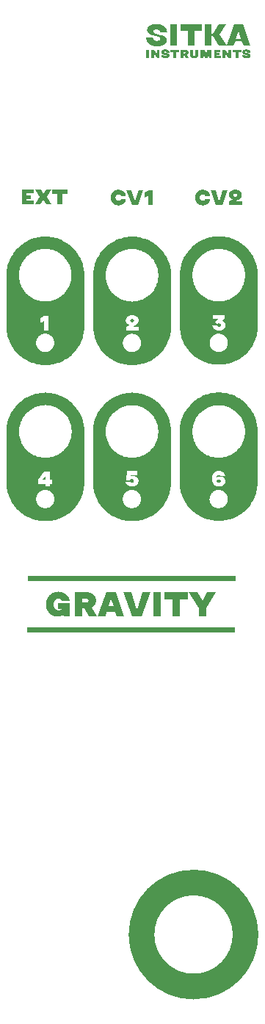
<source format=gbr>
%TF.GenerationSoftware,KiCad,Pcbnew,6.0.11-2627ca5db0~126~ubuntu22.04.1*%
%TF.CreationDate,2023-10-17T21:35:25+03:00*%
%TF.ProjectId,panel,70616e65-6c2e-46b6-9963-61645f706362,rev?*%
%TF.SameCoordinates,Original*%
%TF.FileFunction,Legend,Top*%
%TF.FilePolarity,Positive*%
%FSLAX46Y46*%
G04 Gerber Fmt 4.6, Leading zero omitted, Abs format (unit mm)*
G04 Created by KiCad (PCBNEW 6.0.11-2627ca5db0~126~ubuntu22.04.1) date 2023-10-17 21:35:25*
%MOMM*%
%LPD*%
G01*
G04 APERTURE LIST*
%ADD10C,0.000000*%
%ADD11C,3.000000*%
G04 APERTURE END LIST*
D10*
G36*
X78879060Y-36084070D02*
G01*
X78908385Y-36085790D01*
X78937269Y-36088656D01*
X78965712Y-36092669D01*
X78993713Y-36097828D01*
X79021274Y-36104134D01*
X79048393Y-36111587D01*
X79075071Y-36120186D01*
X79088162Y-36124778D01*
X79100977Y-36129734D01*
X79113517Y-36135053D01*
X79125781Y-36140736D01*
X79137770Y-36146783D01*
X79149483Y-36153194D01*
X79160921Y-36159968D01*
X79172083Y-36167107D01*
X79182969Y-36174609D01*
X79193580Y-36182475D01*
X79203915Y-36190704D01*
X79213975Y-36199298D01*
X79223759Y-36208255D01*
X79233268Y-36217576D01*
X79242501Y-36227260D01*
X79251459Y-36237309D01*
X79260224Y-36247550D01*
X79268526Y-36258166D01*
X79276365Y-36269157D01*
X79283740Y-36280522D01*
X79290653Y-36292263D01*
X79297103Y-36304379D01*
X79303089Y-36316869D01*
X79308613Y-36329734D01*
X79313673Y-36342974D01*
X79318271Y-36356589D01*
X79322405Y-36370579D01*
X79326076Y-36384944D01*
X79329284Y-36399684D01*
X79332029Y-36414798D01*
X79334311Y-36430288D01*
X79336130Y-36446152D01*
X79011575Y-36446152D01*
X79009856Y-36439560D01*
X79007872Y-36433188D01*
X79005623Y-36427037D01*
X79003110Y-36421106D01*
X79000332Y-36415396D01*
X78997289Y-36409906D01*
X78993981Y-36404637D01*
X78990409Y-36399588D01*
X78986573Y-36394759D01*
X78982472Y-36390151D01*
X78978106Y-36385764D01*
X78973475Y-36381596D01*
X78968580Y-36377650D01*
X78963420Y-36373924D01*
X78957996Y-36370418D01*
X78952306Y-36367133D01*
X78946402Y-36363886D01*
X78940333Y-36360849D01*
X78934098Y-36358021D01*
X78927699Y-36355403D01*
X78921134Y-36352994D01*
X78914403Y-36350795D01*
X78907507Y-36348805D01*
X78900447Y-36347025D01*
X78893220Y-36345454D01*
X78885829Y-36344093D01*
X78878272Y-36342941D01*
X78870549Y-36341998D01*
X78862662Y-36341265D01*
X78854609Y-36340742D01*
X78846390Y-36340428D01*
X78838007Y-36340323D01*
X78831987Y-36340389D01*
X78825923Y-36340585D01*
X78819815Y-36340914D01*
X78813664Y-36341373D01*
X78807469Y-36341964D01*
X78801229Y-36342685D01*
X78794946Y-36343538D01*
X78788618Y-36344523D01*
X78785459Y-36344912D01*
X78782334Y-36345378D01*
X78779241Y-36345922D01*
X78776182Y-36346543D01*
X78773156Y-36347242D01*
X78770163Y-36348018D01*
X78767203Y-36348872D01*
X78764276Y-36349803D01*
X78761382Y-36350812D01*
X78758521Y-36351898D01*
X78755693Y-36353062D01*
X78752898Y-36354303D01*
X78750136Y-36355622D01*
X78747407Y-36357018D01*
X78744711Y-36358492D01*
X78742048Y-36360043D01*
X78739655Y-36361498D01*
X78738517Y-36362259D01*
X78737417Y-36363042D01*
X78736356Y-36363847D01*
X78735333Y-36364673D01*
X78734349Y-36365522D01*
X78733403Y-36366393D01*
X78732496Y-36367286D01*
X78731628Y-36368202D01*
X78730798Y-36369139D01*
X78730007Y-36370098D01*
X78729255Y-36371079D01*
X78728541Y-36372082D01*
X78727865Y-36373108D01*
X78727228Y-36374155D01*
X78726630Y-36375225D01*
X78726070Y-36376316D01*
X78725549Y-36377430D01*
X78725067Y-36378565D01*
X78724623Y-36379723D01*
X78724218Y-36380903D01*
X78723851Y-36382105D01*
X78723523Y-36383329D01*
X78723233Y-36384574D01*
X78722983Y-36385842D01*
X78722770Y-36387133D01*
X78722597Y-36388445D01*
X78722461Y-36389779D01*
X78722365Y-36391135D01*
X78722288Y-36393914D01*
X78722359Y-36396532D01*
X78722574Y-36399096D01*
X78722933Y-36401604D01*
X78723434Y-36404057D01*
X78724079Y-36406455D01*
X78724867Y-36408798D01*
X78725799Y-36411086D01*
X78726874Y-36413318D01*
X78728092Y-36415496D01*
X78729453Y-36417618D01*
X78730957Y-36419685D01*
X78732605Y-36421697D01*
X78734396Y-36423654D01*
X78736331Y-36425556D01*
X78738408Y-36427402D01*
X78740629Y-36429194D01*
X78742976Y-36430770D01*
X78745434Y-36432325D01*
X78748002Y-36433857D01*
X78750681Y-36435368D01*
X78753470Y-36436856D01*
X78756369Y-36438322D01*
X78759379Y-36439767D01*
X78762498Y-36441189D01*
X78765729Y-36442589D01*
X78769069Y-36443967D01*
X78772520Y-36445323D01*
X78776081Y-36446657D01*
X78783535Y-36449259D01*
X78791429Y-36451773D01*
X78800049Y-36454313D01*
X78809684Y-36456985D01*
X78820333Y-36459787D01*
X78831998Y-36462721D01*
X78858370Y-36468980D01*
X78888799Y-36475764D01*
X78890573Y-36476135D01*
X78892344Y-36476551D01*
X78894112Y-36477010D01*
X78895877Y-36477513D01*
X78897640Y-36478060D01*
X78899399Y-36478651D01*
X78901156Y-36479285D01*
X78902910Y-36479964D01*
X78907066Y-36480664D01*
X78911038Y-36481364D01*
X78914825Y-36482064D01*
X78918428Y-36482764D01*
X78919151Y-36483114D01*
X78919921Y-36483463D01*
X78920739Y-36483814D01*
X78921603Y-36484164D01*
X78922514Y-36484514D01*
X78923472Y-36484864D01*
X78924476Y-36485214D01*
X78925527Y-36485564D01*
X78932626Y-36485564D01*
X78964001Y-36493038D01*
X78993921Y-36500644D01*
X79022386Y-36508383D01*
X79049395Y-36516254D01*
X79074950Y-36524258D01*
X79099049Y-36532394D01*
X79121693Y-36540662D01*
X79142881Y-36549063D01*
X79153167Y-36553407D01*
X79163211Y-36557972D01*
X79173012Y-36562757D01*
X79182571Y-36567762D01*
X79191886Y-36572988D01*
X79200960Y-36578435D01*
X79209790Y-36584102D01*
X79218378Y-36589989D01*
X79226724Y-36596097D01*
X79234826Y-36602425D01*
X79242686Y-36608973D01*
X79250304Y-36615743D01*
X79257679Y-36622732D01*
X79264811Y-36629942D01*
X79271701Y-36637373D01*
X79278349Y-36645024D01*
X79284671Y-36652757D01*
X79290586Y-36660789D01*
X79296093Y-36669118D01*
X79301192Y-36677745D01*
X79305883Y-36686669D01*
X79310166Y-36695891D01*
X79314041Y-36705410D01*
X79317508Y-36715227D01*
X79320567Y-36725342D01*
X79323218Y-36735754D01*
X79325462Y-36746464D01*
X79327297Y-36757472D01*
X79328725Y-36768777D01*
X79329745Y-36780380D01*
X79330356Y-36792280D01*
X79330560Y-36804478D01*
X79330345Y-36816031D01*
X79329700Y-36827408D01*
X79328626Y-36838608D01*
X79327121Y-36849632D01*
X79325186Y-36860480D01*
X79322821Y-36871151D01*
X79320027Y-36881646D01*
X79316802Y-36891965D01*
X79313148Y-36902107D01*
X79309063Y-36912074D01*
X79304549Y-36921863D01*
X79299605Y-36931477D01*
X79294231Y-36940914D01*
X79288427Y-36950174D01*
X79282193Y-36959259D01*
X79275529Y-36968167D01*
X79268628Y-36976688D01*
X79261330Y-36984967D01*
X79253636Y-36993003D01*
X79245544Y-37000797D01*
X79237055Y-37008348D01*
X79228170Y-37015657D01*
X79218887Y-37022723D01*
X79209208Y-37029547D01*
X79199131Y-37036129D01*
X79188658Y-37042468D01*
X79177788Y-37048565D01*
X79166521Y-37054419D01*
X79154857Y-37060031D01*
X79142796Y-37065400D01*
X79130338Y-37070527D01*
X79117483Y-37075411D01*
X79104265Y-37080025D01*
X79090716Y-37084341D01*
X79076836Y-37088359D01*
X79062626Y-37092080D01*
X79048084Y-37095503D01*
X79033212Y-37098628D01*
X79018010Y-37101456D01*
X79002476Y-37103986D01*
X78986612Y-37106218D01*
X78970417Y-37108153D01*
X78953892Y-37109790D01*
X78937036Y-37111129D01*
X78919849Y-37112171D01*
X78902331Y-37112915D01*
X78866304Y-37113511D01*
X78866201Y-37113621D01*
X78833437Y-37113026D01*
X78801467Y-37111240D01*
X78770290Y-37108264D01*
X78739907Y-37104097D01*
X78710318Y-37098739D01*
X78681523Y-37092191D01*
X78667423Y-37088470D01*
X78653521Y-37084452D01*
X78639818Y-37080136D01*
X78626314Y-37075522D01*
X78613234Y-37070412D01*
X78600452Y-37064961D01*
X78587967Y-37059167D01*
X78575780Y-37053032D01*
X78563890Y-37046556D01*
X78552298Y-37039737D01*
X78541003Y-37032577D01*
X78530007Y-37025075D01*
X78519307Y-37017231D01*
X78508905Y-37009046D01*
X78498801Y-37000518D01*
X78488995Y-36991649D01*
X78479486Y-36982438D01*
X78470275Y-36972886D01*
X78461361Y-36962991D01*
X78452745Y-36952755D01*
X78444676Y-36942001D01*
X78437047Y-36930905D01*
X78429860Y-36919467D01*
X78423113Y-36907687D01*
X78416808Y-36895566D01*
X78410943Y-36883103D01*
X78405519Y-36870298D01*
X78400537Y-36857151D01*
X78395995Y-36843663D01*
X78391894Y-36829833D01*
X78388234Y-36815662D01*
X78385014Y-36801148D01*
X78382236Y-36786293D01*
X78379899Y-36771097D01*
X78378002Y-36755558D01*
X78376546Y-36739678D01*
X78686990Y-36739678D01*
X78688118Y-36744573D01*
X78689378Y-36749379D01*
X78690770Y-36754097D01*
X78692294Y-36758728D01*
X78693949Y-36763269D01*
X78695737Y-36767723D01*
X78697656Y-36772089D01*
X78699707Y-36776366D01*
X78701890Y-36780555D01*
X78704205Y-36784656D01*
X78706651Y-36788668D01*
X78709230Y-36792593D01*
X78711940Y-36796429D01*
X78714782Y-36800177D01*
X78717756Y-36803836D01*
X78720861Y-36807408D01*
X78724086Y-36810709D01*
X78727409Y-36813912D01*
X78730832Y-36817015D01*
X78734354Y-36820019D01*
X78737976Y-36822924D01*
X78741696Y-36825730D01*
X78745516Y-36828436D01*
X78749435Y-36831043D01*
X78753453Y-36833551D01*
X78757571Y-36835959D01*
X78761787Y-36838269D01*
X78766103Y-36840479D01*
X78770519Y-36842590D01*
X78775033Y-36844602D01*
X78779647Y-36846515D01*
X78784361Y-36848328D01*
X78789162Y-36849866D01*
X78794040Y-36851305D01*
X78798996Y-36852644D01*
X78804029Y-36853884D01*
X78809139Y-36855025D01*
X78814325Y-36856067D01*
X78819590Y-36857009D01*
X78824931Y-36857853D01*
X78835845Y-36859242D01*
X78847067Y-36860234D01*
X78858599Y-36860829D01*
X78870439Y-36861027D01*
X78885235Y-36860829D01*
X78899280Y-36860234D01*
X78912576Y-36859242D01*
X78925122Y-36857853D01*
X78936919Y-36856067D01*
X78947965Y-36853884D01*
X78958262Y-36851305D01*
X78963129Y-36849866D01*
X78967809Y-36848328D01*
X78972423Y-36846498D01*
X78976740Y-36844536D01*
X78980758Y-36842441D01*
X78984479Y-36840214D01*
X78987902Y-36837855D01*
X78991028Y-36835363D01*
X78993856Y-36832739D01*
X78995158Y-36831378D01*
X78996386Y-36829983D01*
X78997539Y-36828555D01*
X78998618Y-36827094D01*
X78999623Y-36825600D01*
X79000553Y-36824073D01*
X79001409Y-36822513D01*
X79002190Y-36820920D01*
X79002897Y-36819294D01*
X79003529Y-36817634D01*
X79004087Y-36815942D01*
X79004571Y-36814216D01*
X79004980Y-36812457D01*
X79005315Y-36810666D01*
X79005576Y-36808841D01*
X79005762Y-36806983D01*
X79005911Y-36803168D01*
X79005850Y-36800560D01*
X79005668Y-36798030D01*
X79005365Y-36795577D01*
X79004941Y-36793201D01*
X79004395Y-36790902D01*
X79003728Y-36788680D01*
X79002940Y-36786536D01*
X79002031Y-36784468D01*
X79001000Y-36782478D01*
X78999849Y-36780565D01*
X78998576Y-36778729D01*
X78997182Y-36776971D01*
X78995666Y-36775289D01*
X78994029Y-36773685D01*
X78992271Y-36772158D01*
X78990392Y-36770708D01*
X78988381Y-36769132D01*
X78986226Y-36767578D01*
X78983928Y-36766045D01*
X78981486Y-36764535D01*
X78978901Y-36763046D01*
X78976173Y-36761580D01*
X78973301Y-36760136D01*
X78970286Y-36758714D01*
X78967127Y-36757313D01*
X78963825Y-36755935D01*
X78960380Y-36754579D01*
X78956791Y-36753245D01*
X78953059Y-36751933D01*
X78949184Y-36750643D01*
X78945165Y-36749375D01*
X78941003Y-36748129D01*
X78931698Y-36745501D01*
X78920718Y-36742565D01*
X78893731Y-36735772D01*
X78860041Y-36727750D01*
X78819650Y-36718499D01*
X78818250Y-36718499D01*
X78787140Y-36711069D01*
X78757308Y-36703594D01*
X78728755Y-36696076D01*
X78701481Y-36688513D01*
X78675485Y-36680906D01*
X78650769Y-36673255D01*
X78627331Y-36665559D01*
X78605173Y-36657818D01*
X78594683Y-36653640D01*
X78584380Y-36649219D01*
X78574265Y-36644555D01*
X78564337Y-36639649D01*
X78554597Y-36634500D01*
X78545044Y-36629109D01*
X78535679Y-36623475D01*
X78526501Y-36617598D01*
X78517511Y-36611480D01*
X78508708Y-36605118D01*
X78500093Y-36598514D01*
X78491665Y-36591668D01*
X78483425Y-36584579D01*
X78475372Y-36577248D01*
X78467507Y-36569674D01*
X78459829Y-36561858D01*
X78452652Y-36553595D01*
X78445938Y-36545035D01*
X78439687Y-36536177D01*
X78433899Y-36527021D01*
X78428574Y-36517568D01*
X78423712Y-36507817D01*
X78419313Y-36497768D01*
X78415377Y-36487422D01*
X78411904Y-36476778D01*
X78408895Y-36465837D01*
X78406348Y-36454598D01*
X78404264Y-36443061D01*
X78402644Y-36431226D01*
X78401486Y-36419094D01*
X78400792Y-36406664D01*
X78400560Y-36393937D01*
X78400814Y-36380509D01*
X78401574Y-36367390D01*
X78402842Y-36354580D01*
X78404617Y-36342078D01*
X78406899Y-36329885D01*
X78409688Y-36318001D01*
X78412984Y-36306425D01*
X78416788Y-36295159D01*
X78421098Y-36284200D01*
X78425916Y-36273551D01*
X78431241Y-36263210D01*
X78437072Y-36253178D01*
X78443411Y-36243455D01*
X78450257Y-36234040D01*
X78457611Y-36224934D01*
X78465471Y-36216137D01*
X78473899Y-36207472D01*
X78482602Y-36199115D01*
X78491581Y-36191066D01*
X78500835Y-36183327D01*
X78510366Y-36175896D01*
X78520172Y-36168774D01*
X78530253Y-36161961D01*
X78540610Y-36155456D01*
X78551243Y-36149261D01*
X78562152Y-36143374D01*
X78573336Y-36137796D01*
X78584796Y-36132526D01*
X78596532Y-36127566D01*
X78608544Y-36122914D01*
X78620831Y-36118571D01*
X78633394Y-36114537D01*
X78658993Y-36107262D01*
X78684988Y-36100957D01*
X78711381Y-36095622D01*
X78738170Y-36091257D01*
X78765356Y-36087862D01*
X78792939Y-36085437D01*
X78820918Y-36083982D01*
X78849294Y-36083496D01*
X78879060Y-36084070D01*
G37*
G36*
X86145403Y-36647955D02*
G01*
X86145403Y-36104678D01*
X86434679Y-36104678D01*
X86434679Y-37092455D01*
X86110124Y-37092455D01*
X85764402Y-36549178D01*
X85764402Y-37092455D01*
X85475126Y-37092455D01*
X85475126Y-36104678D01*
X85799680Y-36104678D01*
X86145403Y-36647955D01*
G37*
G36*
X67536800Y-52744916D02*
G01*
X66956480Y-52744916D01*
X66956480Y-53950004D01*
X66413200Y-53950004D01*
X66413200Y-52744916D01*
X65832880Y-52744916D01*
X65832880Y-52221396D01*
X67536800Y-52221396D01*
X67536800Y-52744916D01*
G37*
G36*
X80853095Y-87667634D02*
G01*
X80772706Y-87463023D01*
X80702131Y-87253612D01*
X80641650Y-87039680D01*
X80598889Y-86853499D01*
X84997277Y-86853499D01*
X84997329Y-86853500D01*
X84997342Y-86853500D01*
X84997277Y-86853499D01*
X80598889Y-86853499D01*
X80591541Y-86821505D01*
X80552082Y-86599367D01*
X80523552Y-86373543D01*
X80506230Y-86144313D01*
X80500394Y-85911954D01*
X80500394Y-85562621D01*
X84225748Y-85562621D01*
X84226095Y-85592427D01*
X84227136Y-85621962D01*
X84228872Y-85651224D01*
X84231302Y-85680216D01*
X84234426Y-85708936D01*
X84238244Y-85737386D01*
X84242757Y-85765565D01*
X84247965Y-85793473D01*
X84253867Y-85821112D01*
X84260463Y-85848481D01*
X84267754Y-85875580D01*
X84275740Y-85902409D01*
X84284421Y-85928970D01*
X84293796Y-85955261D01*
X84303866Y-85981284D01*
X84314631Y-86007038D01*
X84326401Y-86032354D01*
X84338870Y-86057059D01*
X84352036Y-86081153D01*
X84365900Y-86104635D01*
X84380460Y-86127503D01*
X84395716Y-86149757D01*
X84411668Y-86171395D01*
X84428315Y-86192417D01*
X84445657Y-86212822D01*
X84463692Y-86232608D01*
X84482421Y-86251775D01*
X84501843Y-86270322D01*
X84521957Y-86288247D01*
X84542763Y-86305550D01*
X84564261Y-86322230D01*
X84586449Y-86338285D01*
X84609599Y-86353231D01*
X84633365Y-86367203D01*
X84657747Y-86380201D01*
X84682745Y-86392228D01*
X84708359Y-86403285D01*
X84734590Y-86413373D01*
X84761438Y-86422493D01*
X84788903Y-86430648D01*
X84816985Y-86437837D01*
X84845685Y-86444064D01*
X84875003Y-86449328D01*
X84904938Y-86453633D01*
X84935492Y-86456978D01*
X84966665Y-86459366D01*
X84998456Y-86460798D01*
X85030867Y-86461274D01*
X85060232Y-86460938D01*
X85089060Y-86459930D01*
X85117350Y-86458248D01*
X85145103Y-86455893D01*
X85172317Y-86452864D01*
X85198992Y-86449162D01*
X85225128Y-86444784D01*
X85250725Y-86439732D01*
X85275781Y-86434005D01*
X85300296Y-86427602D01*
X85324271Y-86420523D01*
X85347703Y-86412768D01*
X85370594Y-86404336D01*
X85392943Y-86395226D01*
X85414748Y-86385439D01*
X85436010Y-86374975D01*
X85456981Y-86363967D01*
X85477296Y-86352554D01*
X85496956Y-86340733D01*
X85515960Y-86328507D01*
X85534308Y-86315874D01*
X85552000Y-86302836D01*
X85569036Y-86289392D01*
X85585416Y-86275543D01*
X85601141Y-86261289D01*
X85616209Y-86246630D01*
X85630622Y-86231566D01*
X85644378Y-86216097D01*
X85657478Y-86200225D01*
X85669922Y-86183948D01*
X85681710Y-86167267D01*
X85692842Y-86150183D01*
X85703307Y-86132533D01*
X85713093Y-86114771D01*
X85722203Y-86096898D01*
X85730635Y-86078913D01*
X85738390Y-86060814D01*
X85745469Y-86042602D01*
X85751872Y-86024275D01*
X85757599Y-86005833D01*
X85762651Y-85987276D01*
X85767028Y-85968602D01*
X85770731Y-85949811D01*
X85773760Y-85930902D01*
X85776115Y-85911875D01*
X85777796Y-85892729D01*
X85778805Y-85873463D01*
X85779141Y-85854077D01*
X85778794Y-85831753D01*
X85777753Y-85809848D01*
X85776017Y-85788364D01*
X85773588Y-85767302D01*
X85770463Y-85746660D01*
X85766645Y-85726442D01*
X85762132Y-85706646D01*
X85756925Y-85687274D01*
X85751023Y-85668327D01*
X85744426Y-85649804D01*
X85737135Y-85631708D01*
X85729149Y-85614037D01*
X85720469Y-85596795D01*
X85711093Y-85579979D01*
X85701023Y-85563593D01*
X85690258Y-85547635D01*
X85678924Y-85532144D01*
X85667145Y-85517157D01*
X85654922Y-85502673D01*
X85642256Y-85488692D01*
X85629146Y-85475213D01*
X85615591Y-85462237D01*
X85601593Y-85449763D01*
X85587152Y-85437791D01*
X85572266Y-85426321D01*
X85556937Y-85415351D01*
X85541164Y-85404883D01*
X85524948Y-85394916D01*
X85508288Y-85385449D01*
X85491184Y-85376483D01*
X85473637Y-85368016D01*
X85455647Y-85360050D01*
X85437359Y-85352276D01*
X85418917Y-85345007D01*
X85400322Y-85338242D01*
X85381573Y-85331980D01*
X85362671Y-85326221D01*
X85343614Y-85320965D01*
X85324404Y-85316211D01*
X85305040Y-85311959D01*
X85285521Y-85308209D01*
X85265848Y-85304960D01*
X85246020Y-85302212D01*
X85226038Y-85299964D01*
X85205900Y-85298217D01*
X85185607Y-85296969D01*
X85165159Y-85296221D01*
X85144555Y-85295971D01*
X85124212Y-85296231D01*
X85103932Y-85297015D01*
X85083720Y-85298328D01*
X85063581Y-85300176D01*
X85043518Y-85302565D01*
X85023538Y-85305498D01*
X85003644Y-85308983D01*
X84983841Y-85313025D01*
X84964817Y-85317631D01*
X84946023Y-85322801D01*
X84927459Y-85328526D01*
X84909125Y-85334800D01*
X84891023Y-85341614D01*
X84873154Y-85348960D01*
X84855517Y-85356830D01*
X84838114Y-85365218D01*
X84829539Y-85369594D01*
X84821101Y-85374082D01*
X84812800Y-85378681D01*
X84804635Y-85383392D01*
X84796605Y-85388216D01*
X84788712Y-85393153D01*
X84780954Y-85398205D01*
X84773331Y-85403372D01*
X84765843Y-85408654D01*
X84758490Y-85414053D01*
X84751272Y-85419570D01*
X84744188Y-85425204D01*
X84737238Y-85430957D01*
X84730422Y-85436829D01*
X84723740Y-85442821D01*
X84717191Y-85448934D01*
X84717191Y-85436530D01*
X84717343Y-85424599D01*
X84717798Y-85412882D01*
X84718558Y-85401378D01*
X84719623Y-85390088D01*
X84720994Y-85379012D01*
X84722672Y-85368148D01*
X84724657Y-85357497D01*
X84726950Y-85347058D01*
X84729552Y-85336832D01*
X84732463Y-85326817D01*
X84735684Y-85317014D01*
X84739216Y-85307423D01*
X84743059Y-85298043D01*
X84747215Y-85288874D01*
X84751683Y-85279915D01*
X84756465Y-85271167D01*
X84761502Y-85262363D01*
X84766735Y-85253853D01*
X84772164Y-85245637D01*
X84777788Y-85237714D01*
X84783606Y-85230083D01*
X84789619Y-85222744D01*
X84795825Y-85215696D01*
X84802226Y-85208938D01*
X84808819Y-85202469D01*
X84815604Y-85196289D01*
X84822581Y-85190397D01*
X84829751Y-85184792D01*
X84837111Y-85179474D01*
X84844662Y-85174441D01*
X84852403Y-85169693D01*
X84860334Y-85165230D01*
X84868701Y-85160743D01*
X84877132Y-85156541D01*
X84885627Y-85152626D01*
X84894184Y-85148998D01*
X84902803Y-85145657D01*
X84911483Y-85142605D01*
X84920222Y-85139841D01*
X84929020Y-85137366D01*
X84937876Y-85135180D01*
X84946789Y-85133284D01*
X84955758Y-85131678D01*
X84964782Y-85130363D01*
X84973861Y-85129340D01*
X84982992Y-85128608D01*
X84992176Y-85128169D01*
X85001411Y-85128022D01*
X85009069Y-85128109D01*
X85016608Y-85128370D01*
X85024029Y-85128803D01*
X85031332Y-85129411D01*
X85038518Y-85130192D01*
X85045587Y-85131147D01*
X85052539Y-85132275D01*
X85059375Y-85133577D01*
X85066096Y-85135052D01*
X85072701Y-85136702D01*
X85079191Y-85138524D01*
X85085567Y-85140521D01*
X85091829Y-85142691D01*
X85097976Y-85145035D01*
X85104011Y-85147553D01*
X85109932Y-85150244D01*
X85116007Y-85152809D01*
X85121886Y-85155563D01*
X85127568Y-85158509D01*
X85133054Y-85161645D01*
X85138345Y-85164973D01*
X85143442Y-85168493D01*
X85148345Y-85172205D01*
X85153054Y-85176110D01*
X85157571Y-85180207D01*
X85161895Y-85184498D01*
X85166027Y-85188982D01*
X85169968Y-85193661D01*
X85173718Y-85198534D01*
X85177278Y-85203602D01*
X85180648Y-85208865D01*
X85183829Y-85214323D01*
X85744518Y-85214323D01*
X85741142Y-85194396D01*
X85737186Y-85174742D01*
X85732650Y-85155361D01*
X85727536Y-85136253D01*
X85721842Y-85117417D01*
X85715569Y-85098852D01*
X85708717Y-85080559D01*
X85701286Y-85062536D01*
X85693276Y-85044783D01*
X85684688Y-85027300D01*
X85675521Y-85010086D01*
X85665775Y-84993140D01*
X85655452Y-84976463D01*
X85644550Y-84960053D01*
X85633070Y-84943911D01*
X85621012Y-84928035D01*
X85608744Y-84912217D01*
X85596018Y-84896865D01*
X85582833Y-84881978D01*
X85569187Y-84867557D01*
X85555082Y-84853601D01*
X85540515Y-84840109D01*
X85525487Y-84827081D01*
X85509996Y-84814516D01*
X85494042Y-84802415D01*
X85477624Y-84790776D01*
X85460743Y-84779599D01*
X85443396Y-84768884D01*
X85425584Y-84758630D01*
X85407305Y-84748837D01*
X85388560Y-84739504D01*
X85369347Y-84730631D01*
X85349743Y-84721957D01*
X85329826Y-84713838D01*
X85309597Y-84706274D01*
X85289056Y-84699267D01*
X85268203Y-84692816D01*
X85247040Y-84686923D01*
X85225566Y-84681589D01*
X85203784Y-84676813D01*
X85181692Y-84672597D01*
X85159293Y-84668941D01*
X85136586Y-84665845D01*
X85113573Y-84663311D01*
X85090253Y-84661339D01*
X85066628Y-84659930D01*
X85042698Y-84659084D01*
X85018464Y-84658801D01*
X84986659Y-84659295D01*
X84955451Y-84660776D01*
X84924839Y-84663243D01*
X84894824Y-84666696D01*
X84865405Y-84671135D01*
X84836584Y-84676559D01*
X84808361Y-84682968D01*
X84780735Y-84690361D01*
X84753707Y-84698738D01*
X84727278Y-84708099D01*
X84701447Y-84718442D01*
X84676215Y-84729769D01*
X84651582Y-84742077D01*
X84627549Y-84755367D01*
X84604116Y-84769638D01*
X84581282Y-84784890D01*
X84559405Y-84800951D01*
X84538223Y-84817647D01*
X84517737Y-84834978D01*
X84497945Y-84852945D01*
X84478850Y-84871548D01*
X84460449Y-84890788D01*
X84442742Y-84910663D01*
X84425731Y-84931175D01*
X84409414Y-84952324D01*
X84393792Y-84974109D01*
X84378863Y-84996531D01*
X84364629Y-85019591D01*
X84351089Y-85043288D01*
X84338243Y-85067622D01*
X84326090Y-85092594D01*
X84314631Y-85118203D01*
X84303866Y-85143958D01*
X84293796Y-85169981D01*
X84284421Y-85196273D01*
X84275740Y-85222834D01*
X84267754Y-85249664D01*
X84260463Y-85276763D01*
X84253867Y-85304131D01*
X84247965Y-85331770D01*
X84242757Y-85359679D01*
X84238244Y-85387858D01*
X84234426Y-85416307D01*
X84231302Y-85445027D01*
X84228872Y-85474019D01*
X84227136Y-85503281D01*
X84226095Y-85532816D01*
X84225748Y-85562621D01*
X80500394Y-85562621D01*
X80500394Y-80120577D01*
X80500563Y-80113860D01*
X81977306Y-80113860D01*
X81981259Y-80269768D01*
X81992968Y-80423629D01*
X82012244Y-80575253D01*
X82038896Y-80724450D01*
X82072735Y-80871028D01*
X82113568Y-81014799D01*
X82161207Y-81155571D01*
X82215461Y-81293154D01*
X82276140Y-81427358D01*
X82343053Y-81557992D01*
X82416010Y-81684867D01*
X82494822Y-81807792D01*
X82579296Y-81926576D01*
X82669244Y-82041029D01*
X82764475Y-82150962D01*
X82864799Y-82256182D01*
X82970025Y-82356501D01*
X83079963Y-82451728D01*
X83194423Y-82541673D01*
X83313215Y-82626144D01*
X83436148Y-82704953D01*
X83563031Y-82777908D01*
X83693676Y-82844819D01*
X83827890Y-82905497D01*
X83965485Y-82959750D01*
X84106270Y-83007388D01*
X84250054Y-83048221D01*
X84396647Y-83082058D01*
X84545860Y-83108710D01*
X84697500Y-83127986D01*
X84851380Y-83139695D01*
X85007307Y-83143648D01*
X85157559Y-83139929D01*
X85306792Y-83128830D01*
X85454756Y-83110455D01*
X85601205Y-83084906D01*
X85745888Y-83052286D01*
X85888559Y-83012698D01*
X86028968Y-82966245D01*
X86166867Y-82913030D01*
X86302008Y-82853156D01*
X86434142Y-82786725D01*
X86563022Y-82713841D01*
X86688398Y-82634606D01*
X86810022Y-82549123D01*
X86927647Y-82457495D01*
X87041023Y-82359825D01*
X87149902Y-82256215D01*
X87253515Y-82147339D01*
X87351188Y-82033967D01*
X87442820Y-81916346D01*
X87528307Y-81794726D01*
X87607546Y-81669356D01*
X87680434Y-81540483D01*
X87746869Y-81408358D01*
X87806748Y-81273227D01*
X87859967Y-81135341D01*
X87906424Y-80994947D01*
X87946017Y-80852295D01*
X87978641Y-80707633D01*
X88004195Y-80561210D01*
X88022574Y-80413274D01*
X88033678Y-80264074D01*
X88037402Y-80113859D01*
X88033692Y-79963590D01*
X88022602Y-79814340D01*
X88004233Y-79666358D01*
X87978688Y-79519893D01*
X87946072Y-79375192D01*
X87906485Y-79232505D01*
X87860032Y-79092079D01*
X87806816Y-78954164D01*
X87746938Y-78819007D01*
X87680503Y-78686857D01*
X87607612Y-78557962D01*
X87528370Y-78432572D01*
X87442878Y-78310934D01*
X87351240Y-78193297D01*
X87253558Y-78079909D01*
X87149936Y-77971020D01*
X87041046Y-77867397D01*
X86927658Y-77769716D01*
X86810021Y-77678077D01*
X86688384Y-77592586D01*
X86562993Y-77513343D01*
X86434099Y-77440452D01*
X86301949Y-77374017D01*
X86166792Y-77314139D01*
X86028876Y-77260923D01*
X85888451Y-77214470D01*
X85745763Y-77174884D01*
X85601062Y-77142267D01*
X85454597Y-77116722D01*
X85306615Y-77098353D01*
X85157365Y-77087263D01*
X85007245Y-77083557D01*
X84857151Y-77087272D01*
X84707918Y-77098371D01*
X84559953Y-77116746D01*
X84413505Y-77142295D01*
X84268821Y-77174915D01*
X84126151Y-77214502D01*
X83985741Y-77260955D01*
X83847842Y-77314170D01*
X83712701Y-77374044D01*
X83580567Y-77440475D01*
X83451687Y-77513360D01*
X83326311Y-77592595D01*
X83204686Y-77678078D01*
X83087062Y-77769706D01*
X82973686Y-77867376D01*
X82864807Y-77970985D01*
X82761194Y-78079861D01*
X82663520Y-78193234D01*
X82571888Y-78310857D01*
X82486401Y-78432482D01*
X82407162Y-78557860D01*
X82334274Y-78686744D01*
X82267839Y-78818886D01*
X82207960Y-78954038D01*
X82154741Y-79091952D01*
X82108284Y-79232379D01*
X82068691Y-79375074D01*
X82036067Y-79519786D01*
X82010513Y-79666269D01*
X81992133Y-79814274D01*
X81981030Y-79963554D01*
X81977306Y-80113860D01*
X80500563Y-80113860D01*
X80506230Y-79888217D01*
X80523552Y-79658982D01*
X80552082Y-79433151D01*
X80591541Y-79211003D01*
X80641650Y-78992817D01*
X80702131Y-78778872D01*
X80772706Y-78569445D01*
X80853095Y-78364817D01*
X80943020Y-78165265D01*
X81042202Y-77971069D01*
X81150363Y-77782508D01*
X81267225Y-77599860D01*
X81392508Y-77423403D01*
X81525934Y-77253418D01*
X81667224Y-77090182D01*
X81673542Y-77083553D01*
X85007096Y-77083553D01*
X85007245Y-77083557D01*
X85007403Y-77083553D01*
X85007096Y-77083553D01*
X81673542Y-77083553D01*
X81816100Y-76933974D01*
X81972283Y-76785074D01*
X82135495Y-76643760D01*
X82305457Y-76510310D01*
X82481890Y-76385004D01*
X82664517Y-76268120D01*
X82853057Y-76159938D01*
X83047232Y-76060735D01*
X83246765Y-75970792D01*
X83451376Y-75890385D01*
X83660787Y-75819795D01*
X83874719Y-75759300D01*
X84092894Y-75709179D01*
X84315032Y-75669711D01*
X84540856Y-75641174D01*
X84770086Y-75623848D01*
X85002445Y-75618010D01*
X85234803Y-75623848D01*
X85464034Y-75641174D01*
X85689858Y-75669711D01*
X85911996Y-75709179D01*
X86130170Y-75759300D01*
X86344102Y-75819795D01*
X86553513Y-75890385D01*
X86758124Y-75970792D01*
X86957657Y-76060735D01*
X87151833Y-76159938D01*
X87340373Y-76268120D01*
X87522999Y-76385004D01*
X87699432Y-76510310D01*
X87869394Y-76643760D01*
X88032606Y-76785074D01*
X88188789Y-76933974D01*
X88337666Y-77090182D01*
X88478956Y-77253418D01*
X88612382Y-77423403D01*
X88737665Y-77599860D01*
X88854526Y-77782508D01*
X88962688Y-77971069D01*
X89061870Y-78165265D01*
X89151795Y-78364817D01*
X89232184Y-78569445D01*
X89302758Y-78778872D01*
X89363239Y-78992817D01*
X89413349Y-79211003D01*
X89452808Y-79433151D01*
X89481338Y-79658982D01*
X89498660Y-79888217D01*
X89504496Y-80120577D01*
X89504496Y-85911954D01*
X89498660Y-86144313D01*
X89481338Y-86373543D01*
X89452808Y-86599367D01*
X89413349Y-86821505D01*
X89363239Y-87039680D01*
X89302758Y-87253612D01*
X89232184Y-87463023D01*
X89151795Y-87667634D01*
X89061870Y-87867166D01*
X88962688Y-88061342D01*
X88854526Y-88249882D01*
X88737665Y-88432508D01*
X88612382Y-88608942D01*
X88478956Y-88778903D01*
X88337666Y-88942115D01*
X88188789Y-89098299D01*
X88032606Y-89247175D01*
X87869394Y-89388465D01*
X87699432Y-89521891D01*
X87522999Y-89647174D01*
X87340373Y-89764035D01*
X87151833Y-89872197D01*
X86957657Y-89971379D01*
X86758124Y-90061304D01*
X86553513Y-90141693D01*
X86344102Y-90212267D01*
X86130170Y-90272748D01*
X85911996Y-90322858D01*
X85689858Y-90362317D01*
X85464034Y-90390846D01*
X85234803Y-90408169D01*
X85002445Y-90414005D01*
X84770086Y-90408169D01*
X84540856Y-90390846D01*
X84315032Y-90362317D01*
X84092894Y-90322858D01*
X83874719Y-90272748D01*
X83660787Y-90212267D01*
X83451376Y-90141693D01*
X83246765Y-90061304D01*
X83047232Y-89971379D01*
X82853057Y-89872197D01*
X82664517Y-89764035D01*
X82481890Y-89647174D01*
X82305457Y-89521891D01*
X82135495Y-89388465D01*
X81972283Y-89247175D01*
X81816100Y-89098299D01*
X81667224Y-88942115D01*
X81525934Y-88778903D01*
X81392508Y-88608942D01*
X81267225Y-88432508D01*
X81150363Y-88249882D01*
X81042202Y-88061342D01*
X80961610Y-87903563D01*
X83947212Y-87903563D01*
X83948499Y-87955634D01*
X83952344Y-88007351D01*
X83958711Y-88058629D01*
X83967564Y-88109382D01*
X83978868Y-88159523D01*
X83992587Y-88208966D01*
X84008685Y-88257626D01*
X84027126Y-88305415D01*
X84047876Y-88352249D01*
X84070897Y-88398041D01*
X84096156Y-88442705D01*
X84123615Y-88486155D01*
X84153240Y-88528304D01*
X84184995Y-88569067D01*
X84218843Y-88608358D01*
X84254750Y-88646090D01*
X84292482Y-88681997D01*
X84331773Y-88715845D01*
X84372535Y-88747600D01*
X84414684Y-88777224D01*
X84458133Y-88804684D01*
X84502795Y-88829942D01*
X84548585Y-88852964D01*
X84595416Y-88873713D01*
X84643203Y-88892155D01*
X84691858Y-88908253D01*
X84741296Y-88921971D01*
X84791431Y-88933275D01*
X84842176Y-88942128D01*
X84893445Y-88948495D01*
X84945153Y-88952340D01*
X84997212Y-88953628D01*
X85049283Y-88952343D01*
X85101001Y-88948502D01*
X85152279Y-88942138D01*
X85203032Y-88933288D01*
X85253174Y-88921987D01*
X85302618Y-88908271D01*
X85351279Y-88892177D01*
X85399069Y-88873738D01*
X85445905Y-88852991D01*
X85491698Y-88829973D01*
X85536363Y-88804717D01*
X85579815Y-88777260D01*
X85621966Y-88747638D01*
X85662731Y-88715886D01*
X85702024Y-88682040D01*
X85739758Y-88646136D01*
X85775667Y-88608406D01*
X85809518Y-88569117D01*
X85841275Y-88528355D01*
X85870903Y-88486207D01*
X85898365Y-88442758D01*
X85923626Y-88398095D01*
X85946651Y-88352302D01*
X85967403Y-88305467D01*
X85985848Y-88257675D01*
X86001948Y-88209012D01*
X86015670Y-88159565D01*
X86026977Y-88109418D01*
X86035833Y-88058659D01*
X86042203Y-88007373D01*
X86046051Y-87955646D01*
X86047342Y-87903565D01*
X86046055Y-87851494D01*
X86042210Y-87799776D01*
X86035843Y-87748498D01*
X86026990Y-87697746D01*
X86015686Y-87647605D01*
X86001967Y-87598161D01*
X85985869Y-87549502D01*
X85967428Y-87501712D01*
X85946678Y-87454878D01*
X85923656Y-87409086D01*
X85898398Y-87364422D01*
X85870939Y-87320973D01*
X85841314Y-87278824D01*
X85809559Y-87238060D01*
X85775711Y-87198770D01*
X85739804Y-87161038D01*
X85702072Y-87125131D01*
X85662781Y-87091282D01*
X85622018Y-87059528D01*
X85579869Y-87029903D01*
X85536419Y-87002444D01*
X85491755Y-86977185D01*
X85445963Y-86954163D01*
X85399130Y-86933414D01*
X85351340Y-86914972D01*
X85302680Y-86898874D01*
X85253237Y-86885156D01*
X85203096Y-86873852D01*
X85152343Y-86864999D01*
X85101065Y-86858631D01*
X85049348Y-86854786D01*
X84997329Y-86853500D01*
X84945271Y-86854784D01*
X84893553Y-86858625D01*
X84842275Y-86864989D01*
X84791522Y-86873839D01*
X84741380Y-86885140D01*
X84691936Y-86898855D01*
X84643275Y-86914950D01*
X84595484Y-86933389D01*
X84548649Y-86954135D01*
X84502856Y-86977154D01*
X84458191Y-87002410D01*
X84414739Y-87029867D01*
X84372588Y-87059489D01*
X84331823Y-87091241D01*
X84292530Y-87125087D01*
X84254796Y-87160992D01*
X84218887Y-87198722D01*
X84185036Y-87238010D01*
X84153279Y-87278772D01*
X84123651Y-87320920D01*
X84096189Y-87364369D01*
X84070928Y-87409032D01*
X84047903Y-87454825D01*
X84027151Y-87501660D01*
X84008706Y-87549452D01*
X83992606Y-87598115D01*
X83978884Y-87647562D01*
X83967577Y-87697709D01*
X83958721Y-87748468D01*
X83952351Y-87799754D01*
X83948503Y-87851481D01*
X83947212Y-87903563D01*
X80961610Y-87903563D01*
X80943020Y-87867166D01*
X80853095Y-87667634D01*
G37*
G36*
X81106332Y-36104678D02*
G01*
X81129655Y-36105030D01*
X81152348Y-36106089D01*
X81174413Y-36107853D01*
X81195850Y-36110322D01*
X81216659Y-36113497D01*
X81236839Y-36117377D01*
X81256390Y-36121964D01*
X81275313Y-36127255D01*
X81293608Y-36133252D01*
X81311275Y-36139955D01*
X81328313Y-36147363D01*
X81344722Y-36155477D01*
X81360504Y-36164296D01*
X81375656Y-36173821D01*
X81390181Y-36184051D01*
X81404077Y-36194987D01*
X81417235Y-36206364D01*
X81429543Y-36218270D01*
X81441003Y-36230706D01*
X81451614Y-36243670D01*
X81461377Y-36257164D01*
X81470290Y-36271187D01*
X81478354Y-36285739D01*
X81485570Y-36300820D01*
X81491937Y-36316431D01*
X81497455Y-36332570D01*
X81502124Y-36349239D01*
X81505944Y-36366437D01*
X81508915Y-36384164D01*
X81511037Y-36402420D01*
X81512311Y-36421205D01*
X81512735Y-36440520D01*
X81512553Y-36452944D01*
X81512007Y-36465170D01*
X81511098Y-36477198D01*
X81509825Y-36489027D01*
X81508187Y-36500658D01*
X81506186Y-36512090D01*
X81503822Y-36523323D01*
X81501093Y-36534359D01*
X81498001Y-36545195D01*
X81494544Y-36555834D01*
X81490724Y-36566274D01*
X81486540Y-36576515D01*
X81481992Y-36586558D01*
X81477080Y-36596402D01*
X81471805Y-36606048D01*
X81466165Y-36615496D01*
X81460189Y-36624547D01*
X81453905Y-36633356D01*
X81447312Y-36641922D01*
X81440411Y-36650245D01*
X81433201Y-36658326D01*
X81425682Y-36666165D01*
X81417855Y-36673760D01*
X81409719Y-36681114D01*
X81401275Y-36688224D01*
X81392521Y-36695092D01*
X81383460Y-36701718D01*
X81374089Y-36708101D01*
X81364410Y-36714241D01*
X81354422Y-36720139D01*
X81344126Y-36725795D01*
X81333521Y-36731207D01*
X81560709Y-37092451D01*
X81219221Y-37092451D01*
X81020254Y-36776362D01*
X80928533Y-36776362D01*
X80928533Y-37092451D01*
X80623735Y-37092455D01*
X80623735Y-36530835D01*
X80928533Y-36530835D01*
X81114801Y-36530833D01*
X81119509Y-36530750D01*
X81124106Y-36530502D01*
X81128593Y-36530088D01*
X81132970Y-36529509D01*
X81137237Y-36528765D01*
X81141393Y-36527856D01*
X81145439Y-36526780D01*
X81149375Y-36525540D01*
X81153200Y-36524134D01*
X81156915Y-36522563D01*
X81160520Y-36520826D01*
X81164015Y-36518924D01*
X81167400Y-36516857D01*
X81170674Y-36514624D01*
X81173839Y-36512226D01*
X81176893Y-36509663D01*
X81179969Y-36506797D01*
X81182846Y-36503842D01*
X81185525Y-36500799D01*
X81188005Y-36497668D01*
X81190287Y-36494449D01*
X81192370Y-36491142D01*
X81194255Y-36487747D01*
X81195942Y-36484263D01*
X81197430Y-36480691D01*
X81198720Y-36477032D01*
X81199811Y-36473284D01*
X81200704Y-36469448D01*
X81201398Y-36465524D01*
X81201894Y-36461511D01*
X81202192Y-36457411D01*
X81202291Y-36453223D01*
X81202192Y-36449038D01*
X81201894Y-36444953D01*
X81201398Y-36440968D01*
X81200704Y-36437081D01*
X81199811Y-36433294D01*
X81198720Y-36429607D01*
X81197430Y-36426018D01*
X81195942Y-36422529D01*
X81194255Y-36419140D01*
X81192370Y-36415849D01*
X81190287Y-36412658D01*
X81188005Y-36409566D01*
X81185525Y-36406574D01*
X81182846Y-36403680D01*
X81179969Y-36400886D01*
X81176893Y-36398192D01*
X81173839Y-36395458D01*
X81170674Y-36392900D01*
X81167400Y-36390518D01*
X81164015Y-36388313D01*
X81160520Y-36386285D01*
X81156915Y-36384433D01*
X81153200Y-36382757D01*
X81149375Y-36381257D01*
X81145439Y-36379934D01*
X81141393Y-36378788D01*
X81137237Y-36377818D01*
X81132970Y-36377024D01*
X81128593Y-36376406D01*
X81124106Y-36375965D01*
X81119509Y-36375701D01*
X81114801Y-36375613D01*
X80928533Y-36375613D01*
X80928533Y-36530835D01*
X80623735Y-36530835D01*
X80623735Y-36104678D01*
X81106332Y-36104678D01*
G37*
G36*
X65168624Y-53053592D02*
G01*
X65734128Y-53950000D01*
X65099472Y-53950000D01*
X64778448Y-53416600D01*
X64450000Y-53950000D01*
X63832640Y-53950004D01*
X64393200Y-53056068D01*
X63857328Y-52221396D01*
X64487040Y-52221396D01*
X64790784Y-52725160D01*
X65094528Y-52221392D01*
X65706960Y-52221392D01*
X65168624Y-53053592D01*
G37*
G36*
X66530996Y-98584591D02*
G01*
X66572940Y-98586198D01*
X66614456Y-98588875D01*
X66655544Y-98592623D01*
X66696203Y-98597441D01*
X66736434Y-98603331D01*
X66776237Y-98610292D01*
X66815612Y-98618323D01*
X66854558Y-98627425D01*
X66893077Y-98637599D01*
X66931166Y-98648843D01*
X66968828Y-98661158D01*
X67006061Y-98674544D01*
X67042867Y-98689001D01*
X67079244Y-98704529D01*
X67115192Y-98721128D01*
X67151018Y-98738659D01*
X67186048Y-98756985D01*
X67220283Y-98776107D01*
X67253723Y-98796024D01*
X67286367Y-98816737D01*
X67318216Y-98838245D01*
X67349269Y-98860548D01*
X67379527Y-98883647D01*
X67408990Y-98907541D01*
X67437656Y-98932230D01*
X67465528Y-98957715D01*
X67492604Y-98983994D01*
X67518884Y-99011069D01*
X67544369Y-99038939D01*
X67569058Y-99067604D01*
X67592952Y-99097064D01*
X67616402Y-99127185D01*
X67638781Y-99157825D01*
X67660089Y-99188986D01*
X67680327Y-99220667D01*
X67699494Y-99252868D01*
X67717590Y-99285588D01*
X67734616Y-99318829D01*
X67750571Y-99352590D01*
X67765455Y-99386871D01*
X67779269Y-99421671D01*
X67792011Y-99456992D01*
X67803684Y-99492832D01*
X67814285Y-99529192D01*
X67823815Y-99566073D01*
X67832275Y-99603472D01*
X67839664Y-99641392D01*
X66935056Y-99641392D01*
X66927515Y-99626906D01*
X66919576Y-99612818D01*
X66911239Y-99599127D01*
X66902504Y-99585835D01*
X66893372Y-99572940D01*
X66883842Y-99560443D01*
X66873914Y-99548344D01*
X66863589Y-99536642D01*
X66852866Y-99525338D01*
X66841745Y-99514432D01*
X66830226Y-99503923D01*
X66818309Y-99493812D01*
X66805995Y-99484099D01*
X66793282Y-99474783D01*
X66780172Y-99465865D01*
X66766664Y-99457344D01*
X66752836Y-99449282D01*
X66738763Y-99441741D01*
X66724446Y-99434719D01*
X66709883Y-99428218D01*
X66695076Y-99422237D01*
X66680024Y-99416777D01*
X66664727Y-99411836D01*
X66649185Y-99407416D01*
X66633398Y-99403516D01*
X66617367Y-99400136D01*
X66601091Y-99397276D01*
X66584570Y-99394936D01*
X66567805Y-99393116D01*
X66550795Y-99391816D01*
X66533540Y-99391036D01*
X66516040Y-99390776D01*
X66495632Y-99391112D01*
X66475531Y-99392122D01*
X66455736Y-99393804D01*
X66436246Y-99396160D01*
X66417063Y-99399188D01*
X66398185Y-99402889D01*
X66379614Y-99407264D01*
X66361349Y-99412311D01*
X66343390Y-99418031D01*
X66325737Y-99424425D01*
X66308390Y-99431491D01*
X66291349Y-99439231D01*
X66274615Y-99447643D01*
X66258186Y-99456729D01*
X66242064Y-99466488D01*
X66226248Y-99476920D01*
X66210798Y-99487460D01*
X66195776Y-99498520D01*
X66181182Y-99510100D01*
X66167017Y-99522200D01*
X66153281Y-99534821D01*
X66139972Y-99547962D01*
X66127092Y-99561623D01*
X66114640Y-99575804D01*
X66102616Y-99590505D01*
X66091021Y-99605727D01*
X66079854Y-99621468D01*
X66069115Y-99637730D01*
X66058804Y-99654511D01*
X66048921Y-99671813D01*
X66039466Y-99689634D01*
X66030440Y-99707976D01*
X66021904Y-99726254D01*
X66013919Y-99744869D01*
X66006485Y-99763821D01*
X65999601Y-99783109D01*
X65993269Y-99802735D01*
X65987486Y-99822697D01*
X65982255Y-99842996D01*
X65977574Y-99863632D01*
X65973444Y-99884605D01*
X65969864Y-99905914D01*
X65966836Y-99927560D01*
X65964357Y-99949543D01*
X65962430Y-99971862D01*
X65961053Y-99994518D01*
X65960227Y-100017511D01*
X65959952Y-100040840D01*
X65960243Y-100065147D01*
X65961115Y-100089118D01*
X65962568Y-100112752D01*
X65964603Y-100136049D01*
X65967219Y-100159010D01*
X65970417Y-100181635D01*
X65974196Y-100203923D01*
X65978556Y-100225874D01*
X65983497Y-100247489D01*
X65989020Y-100268767D01*
X65995124Y-100289708D01*
X66001809Y-100310313D01*
X66009075Y-100330582D01*
X66016922Y-100350514D01*
X66025351Y-100370109D01*
X66034360Y-100389368D01*
X66043889Y-100408200D01*
X66053878Y-100426511D01*
X66064326Y-100444303D01*
X66075232Y-100461574D01*
X66086598Y-100478324D01*
X66098422Y-100494555D01*
X66110706Y-100510265D01*
X66123448Y-100525455D01*
X66136649Y-100540125D01*
X66150310Y-100554274D01*
X66164429Y-100567904D01*
X66179008Y-100581013D01*
X66194045Y-100593602D01*
X66209542Y-100605671D01*
X66225497Y-100617219D01*
X66241912Y-100628248D01*
X66259167Y-100638681D01*
X66276668Y-100648442D01*
X66294413Y-100657529D01*
X66312403Y-100665943D01*
X66330637Y-100673684D01*
X66349117Y-100680752D01*
X66367841Y-100687146D01*
X66386810Y-100692868D01*
X66406024Y-100697916D01*
X66425482Y-100702292D01*
X66445185Y-100705994D01*
X66465132Y-100709023D01*
X66485324Y-100711379D01*
X66505761Y-100713062D01*
X66526442Y-100714071D01*
X66547368Y-100714408D01*
X66567805Y-100714102D01*
X66587997Y-100713184D01*
X66607944Y-100711654D01*
X66627647Y-100709513D01*
X66647105Y-100706760D01*
X66666318Y-100703395D01*
X66685285Y-100699419D01*
X66704008Y-100694832D01*
X66723344Y-100688774D01*
X66742190Y-100682349D01*
X66760547Y-100675557D01*
X66778414Y-100668397D01*
X66795791Y-100660870D01*
X66812679Y-100652976D01*
X66829076Y-100644716D01*
X66844984Y-100636088D01*
X66861445Y-100626051D01*
X66877538Y-100615526D01*
X66893265Y-100604512D01*
X66908625Y-100593008D01*
X66923618Y-100581016D01*
X66938243Y-100568534D01*
X66952501Y-100555564D01*
X66966392Y-100542104D01*
X66496456Y-100542104D01*
X66496456Y-99895952D01*
X67855336Y-99895952D01*
X67855336Y-101384064D01*
X67138696Y-101384064D01*
X67138696Y-101203920D01*
X67120906Y-101218391D01*
X67102779Y-101232434D01*
X67084315Y-101246049D01*
X67065515Y-101259235D01*
X67046379Y-101271994D01*
X67026906Y-101284324D01*
X67007096Y-101296226D01*
X66986950Y-101307699D01*
X66966467Y-101318744D01*
X66945648Y-101329361D01*
X66924492Y-101339549D01*
X66902999Y-101349309D01*
X66881170Y-101358641D01*
X66859005Y-101367544D01*
X66836503Y-101376018D01*
X66813664Y-101384064D01*
X66790978Y-101391177D01*
X66767955Y-101397831D01*
X66744596Y-101404026D01*
X66720901Y-101409762D01*
X66696869Y-101415039D01*
X66672501Y-101419857D01*
X66622755Y-101428117D01*
X66571663Y-101434541D01*
X66519226Y-101439129D01*
X66465442Y-101441882D01*
X66410312Y-101442800D01*
X66410304Y-101442800D01*
X66364060Y-101442081D01*
X66318335Y-101439924D01*
X66273132Y-101436329D01*
X66228448Y-101431296D01*
X66184285Y-101424826D01*
X66140642Y-101416917D01*
X66097519Y-101407570D01*
X66054916Y-101396786D01*
X66012833Y-101384563D01*
X65971271Y-101370903D01*
X65930228Y-101355805D01*
X65889706Y-101339268D01*
X65849703Y-101321294D01*
X65810221Y-101301882D01*
X65771259Y-101281032D01*
X65732816Y-101258744D01*
X65695613Y-101235188D01*
X65659390Y-101210530D01*
X65624145Y-101184770D01*
X65589880Y-101157908D01*
X65556593Y-101129945D01*
X65524285Y-101100880D01*
X65492957Y-101070714D01*
X65462607Y-101039446D01*
X65433236Y-101007077D01*
X65404845Y-100973605D01*
X65377432Y-100939033D01*
X65350999Y-100903359D01*
X65325544Y-100866583D01*
X65301069Y-100828706D01*
X65277573Y-100789728D01*
X65255056Y-100749648D01*
X65234189Y-100708238D01*
X65214669Y-100666247D01*
X65196495Y-100623675D01*
X65179667Y-100580521D01*
X65164186Y-100536787D01*
X65150051Y-100492471D01*
X65137262Y-100447574D01*
X65125820Y-100402096D01*
X65115724Y-100356037D01*
X65106974Y-100309396D01*
X65099570Y-100262174D01*
X65093513Y-100214371D01*
X65088801Y-100165986D01*
X65085436Y-100117020D01*
X65083417Y-100067473D01*
X65082744Y-100017344D01*
X65083448Y-99966757D01*
X65085558Y-99916812D01*
X65089076Y-99867509D01*
X65094002Y-99818849D01*
X65100334Y-99770831D01*
X65108074Y-99723456D01*
X65117221Y-99676723D01*
X65127776Y-99630633D01*
X65139738Y-99585185D01*
X65153107Y-99540380D01*
X65167884Y-99496217D01*
X65184068Y-99452696D01*
X65201660Y-99409818D01*
X65220659Y-99367583D01*
X65241066Y-99325990D01*
X65262880Y-99285040D01*
X65286422Y-99244487D01*
X65311036Y-99205065D01*
X65336720Y-99166776D01*
X65363476Y-99129619D01*
X65391302Y-99093594D01*
X65420199Y-99058701D01*
X65450166Y-99024940D01*
X65481205Y-98992311D01*
X65513314Y-98960814D01*
X65546494Y-98930449D01*
X65580745Y-98901217D01*
X65616066Y-98873116D01*
X65652458Y-98846147D01*
X65689920Y-98820310D01*
X65728453Y-98795605D01*
X65768056Y-98772032D01*
X65808502Y-98749269D01*
X65849560Y-98727974D01*
X65891230Y-98708149D01*
X65933512Y-98689791D01*
X65976406Y-98672903D01*
X66019912Y-98657483D01*
X66064029Y-98643532D01*
X66108759Y-98631049D01*
X66154101Y-98620035D01*
X66200054Y-98610489D01*
X66246619Y-98602413D01*
X66293797Y-98595804D01*
X66341586Y-98590664D01*
X66389987Y-98586993D01*
X66438999Y-98584790D01*
X66488624Y-98584056D01*
X66530996Y-98584591D01*
G37*
G36*
X75027212Y-67158053D02*
G01*
X75035666Y-67158314D01*
X75043993Y-67158748D01*
X75052191Y-67159355D01*
X75060259Y-67160136D01*
X75068196Y-67161091D01*
X75076001Y-67162219D01*
X75083672Y-67163521D01*
X75091208Y-67164996D01*
X75098607Y-67166645D01*
X75105869Y-67168468D01*
X75112992Y-67170465D01*
X75119975Y-67172635D01*
X75126817Y-67174978D01*
X75133515Y-67177496D01*
X75140070Y-67180187D01*
X75146457Y-67183041D01*
X75152651Y-67186047D01*
X75158653Y-67189204D01*
X75164463Y-67192515D01*
X75170080Y-67195978D01*
X75175505Y-67199594D01*
X75180737Y-67203364D01*
X75185777Y-67207288D01*
X75190623Y-67211366D01*
X75195277Y-67215599D01*
X75199737Y-67219987D01*
X75204004Y-67224530D01*
X75208077Y-67229230D01*
X75211957Y-67234085D01*
X75215643Y-67239097D01*
X75219135Y-67244265D01*
X75222721Y-67249259D01*
X75226073Y-67254362D01*
X75229189Y-67259575D01*
X75232072Y-67264900D01*
X75234721Y-67270337D01*
X75237137Y-67275887D01*
X75239320Y-67281551D01*
X75241272Y-67287329D01*
X75242991Y-67293224D01*
X75244480Y-67299235D01*
X75245738Y-67305363D01*
X75246767Y-67311611D01*
X75247566Y-67317977D01*
X75248136Y-67324464D01*
X75248477Y-67331071D01*
X75248591Y-67337801D01*
X75248477Y-67344547D01*
X75248136Y-67351204D01*
X75247566Y-67357770D01*
X75246767Y-67364244D01*
X75245738Y-67370626D01*
X75244480Y-67376914D01*
X75242991Y-67383107D01*
X75241272Y-67389205D01*
X75239320Y-67395207D01*
X75237137Y-67401111D01*
X75234721Y-67406917D01*
X75232072Y-67412623D01*
X75229189Y-67418229D01*
X75226073Y-67423733D01*
X75222721Y-67429136D01*
X75219135Y-67434435D01*
X75215643Y-67439604D01*
X75211957Y-67444616D01*
X75208077Y-67449472D01*
X75204004Y-67454171D01*
X75199737Y-67458715D01*
X75195277Y-67463103D01*
X75190623Y-67467336D01*
X75185777Y-67471414D01*
X75180737Y-67475338D01*
X75175505Y-67479108D01*
X75170080Y-67482724D01*
X75164463Y-67486187D01*
X75158653Y-67489497D01*
X75152651Y-67492655D01*
X75146457Y-67495660D01*
X75140070Y-67498514D01*
X75133515Y-67501205D01*
X75126817Y-67503723D01*
X75119975Y-67506067D01*
X75112992Y-67508237D01*
X75105869Y-67510233D01*
X75098607Y-67512056D01*
X75091208Y-67513705D01*
X75083672Y-67515181D01*
X75076001Y-67516482D01*
X75068196Y-67517611D01*
X75060259Y-67518565D01*
X75052191Y-67519346D01*
X75043993Y-67519954D01*
X75035666Y-67520388D01*
X75027212Y-67520648D01*
X75018631Y-67520735D01*
X75010357Y-67520648D01*
X75002202Y-67520388D01*
X74994167Y-67519954D01*
X74986250Y-67519346D01*
X74978451Y-67518565D01*
X74970770Y-67517611D01*
X74963205Y-67516482D01*
X74955757Y-67515181D01*
X74948425Y-67513705D01*
X74941208Y-67512056D01*
X74934105Y-67510233D01*
X74927117Y-67508237D01*
X74920242Y-67506067D01*
X74913480Y-67503723D01*
X74906830Y-67501205D01*
X74900292Y-67498514D01*
X74894195Y-67495660D01*
X74888252Y-67492655D01*
X74882462Y-67489497D01*
X74876826Y-67486187D01*
X74871343Y-67482724D01*
X74866015Y-67479108D01*
X74860841Y-67475338D01*
X74855820Y-67471414D01*
X74850955Y-67467336D01*
X74846243Y-67463103D01*
X74841687Y-67458715D01*
X74837285Y-67454171D01*
X74833038Y-67449472D01*
X74828946Y-67444616D01*
X74825009Y-67439604D01*
X74821227Y-67434435D01*
X74817941Y-67429136D01*
X74814873Y-67423733D01*
X74812022Y-67418229D01*
X74809388Y-67412623D01*
X74806970Y-67406917D01*
X74804766Y-67401111D01*
X74802776Y-67395207D01*
X74801000Y-67389205D01*
X74799435Y-67383107D01*
X74798082Y-67376914D01*
X74796940Y-67370626D01*
X74796007Y-67364244D01*
X74795283Y-67357770D01*
X74794767Y-67351204D01*
X74794458Y-67344547D01*
X74794355Y-67337801D01*
X74794458Y-67331071D01*
X74794767Y-67324464D01*
X74795283Y-67317977D01*
X74796007Y-67311611D01*
X74796940Y-67305363D01*
X74798082Y-67299235D01*
X74799435Y-67293224D01*
X74801000Y-67287329D01*
X74802776Y-67281551D01*
X74804766Y-67275887D01*
X74806970Y-67270337D01*
X74809388Y-67264900D01*
X74812022Y-67259575D01*
X74814873Y-67254362D01*
X74817941Y-67249259D01*
X74821227Y-67244265D01*
X74825009Y-67239097D01*
X74828946Y-67234085D01*
X74833038Y-67229230D01*
X74837285Y-67224530D01*
X74841687Y-67219987D01*
X74846243Y-67215599D01*
X74850955Y-67211366D01*
X74855820Y-67207288D01*
X74860841Y-67203364D01*
X74866015Y-67199594D01*
X74871343Y-67195978D01*
X74876826Y-67192515D01*
X74882462Y-67189204D01*
X74888252Y-67186047D01*
X74894195Y-67183041D01*
X74900292Y-67180187D01*
X74906830Y-67177496D01*
X74913480Y-67174978D01*
X74920242Y-67172635D01*
X74927117Y-67170465D01*
X74934105Y-67168468D01*
X74941208Y-67166645D01*
X74948425Y-67164996D01*
X74955757Y-67163521D01*
X74963205Y-67162219D01*
X74970770Y-67161091D01*
X74978451Y-67160136D01*
X74986250Y-67159355D01*
X74994167Y-67158748D01*
X75002202Y-67158314D01*
X75010357Y-67158053D01*
X75018631Y-67157967D01*
X75027212Y-67158053D01*
G37*
G36*
X80431474Y-36403834D02*
G01*
X80099863Y-36403834D01*
X80099863Y-37092455D01*
X79789419Y-37092455D01*
X79789419Y-36403834D01*
X79457807Y-36403834D01*
X79457807Y-36104680D01*
X80431474Y-36104680D01*
X80431474Y-36403834D01*
G37*
G36*
X77414432Y-54019196D02*
G01*
X76908207Y-54019192D01*
X76908207Y-52905476D01*
X76488400Y-53164768D01*
X76488400Y-52594328D01*
X76982287Y-52290588D01*
X77414432Y-52290588D01*
X77414432Y-54019196D01*
G37*
G36*
X87600607Y-36403834D02*
G01*
X87268995Y-36403834D01*
X87268995Y-37092455D01*
X86958551Y-37092455D01*
X86958551Y-36403834D01*
X86626939Y-36403834D01*
X86626939Y-36104680D01*
X87600607Y-36104680D01*
X87600607Y-36403834D01*
G37*
G36*
X83191913Y-52253935D02*
G01*
X83220157Y-52255122D01*
X83248092Y-52257099D01*
X83275719Y-52259868D01*
X83303037Y-52263427D01*
X83330047Y-52267778D01*
X83356748Y-52272919D01*
X83383140Y-52278851D01*
X83409224Y-52285575D01*
X83434999Y-52293089D01*
X83460465Y-52301395D01*
X83485623Y-52310491D01*
X83510472Y-52320379D01*
X83535013Y-52331058D01*
X83559245Y-52342527D01*
X83583168Y-52354788D01*
X83606648Y-52367434D01*
X83629548Y-52380679D01*
X83651870Y-52394521D01*
X83673612Y-52408962D01*
X83694776Y-52424001D01*
X83715361Y-52439637D01*
X83735367Y-52455872D01*
X83754794Y-52472705D01*
X83773642Y-52490136D01*
X83791912Y-52508165D01*
X83809603Y-52526792D01*
X83826715Y-52546017D01*
X83843248Y-52565840D01*
X83859203Y-52586260D01*
X83874579Y-52607279D01*
X83889376Y-52628896D01*
X83903469Y-52650967D01*
X83916733Y-52673346D01*
X83929167Y-52696034D01*
X83940772Y-52719031D01*
X83951547Y-52742336D01*
X83961492Y-52765950D01*
X83970608Y-52789873D01*
X83978894Y-52814104D01*
X83986350Y-52838645D01*
X83992977Y-52863493D01*
X83998774Y-52888651D01*
X84003741Y-52914117D01*
X84007879Y-52939891D01*
X84011186Y-52965975D01*
X84013664Y-52992367D01*
X84015312Y-53019068D01*
X83467088Y-53019068D01*
X83464523Y-53010492D01*
X83461764Y-53002052D01*
X83458813Y-52993747D01*
X83455670Y-52985576D01*
X83452333Y-52977541D01*
X83448804Y-52969640D01*
X83445081Y-52961875D01*
X83441166Y-52954244D01*
X83437058Y-52946749D01*
X83432757Y-52939389D01*
X83428262Y-52932164D01*
X83423575Y-52925074D01*
X83418695Y-52918119D01*
X83413622Y-52911299D01*
X83408355Y-52904614D01*
X83402896Y-52898064D01*
X83397263Y-52891369D01*
X83391475Y-52884868D01*
X83385533Y-52878559D01*
X83379436Y-52872443D01*
X83373185Y-52866520D01*
X83366780Y-52860791D01*
X83360220Y-52855254D01*
X83353506Y-52849910D01*
X83346638Y-52844759D01*
X83339615Y-52839801D01*
X83332438Y-52835036D01*
X83325107Y-52830464D01*
X83317621Y-52826085D01*
X83309982Y-52821898D01*
X83302188Y-52817905D01*
X83294240Y-52814104D01*
X83286476Y-52810516D01*
X83278615Y-52807159D01*
X83270657Y-52804033D01*
X83262602Y-52801139D01*
X83254451Y-52798477D01*
X83246203Y-52796046D01*
X83237859Y-52793847D01*
X83229418Y-52791879D01*
X83220880Y-52790143D01*
X83212246Y-52788639D01*
X83203516Y-52787365D01*
X83194689Y-52786324D01*
X83185765Y-52785514D01*
X83176745Y-52784935D01*
X83167629Y-52784588D01*
X83158416Y-52784472D01*
X83146454Y-52784665D01*
X83134647Y-52785244D01*
X83122994Y-52786208D01*
X83111496Y-52787559D01*
X83100152Y-52789295D01*
X83088962Y-52791418D01*
X83077927Y-52793926D01*
X83067046Y-52796820D01*
X83056319Y-52800099D01*
X83045747Y-52803765D01*
X83035329Y-52807816D01*
X83025065Y-52812253D01*
X83014956Y-52817076D01*
X83005000Y-52822285D01*
X82995199Y-52827880D01*
X82985552Y-52833860D01*
X82976110Y-52839870D01*
X82966919Y-52846169D01*
X82957978Y-52852757D01*
X82949288Y-52859635D01*
X82940849Y-52866802D01*
X82932660Y-52874259D01*
X82924722Y-52882005D01*
X82917034Y-52890041D01*
X82909597Y-52898365D01*
X82902411Y-52906979D01*
X82895475Y-52915883D01*
X82888791Y-52925076D01*
X82882357Y-52934558D01*
X82876174Y-52944329D01*
X82870241Y-52954390D01*
X82864560Y-52964740D01*
X82859477Y-52975322D01*
X82854722Y-52986077D01*
X82850294Y-52997006D01*
X82846194Y-53008109D01*
X82842422Y-53019385D01*
X82838978Y-53030835D01*
X82835862Y-53042459D01*
X82833074Y-53054256D01*
X82830614Y-53066228D01*
X82828481Y-53078372D01*
X82826677Y-53090691D01*
X82825201Y-53103183D01*
X82824052Y-53115849D01*
X82823232Y-53128688D01*
X82822740Y-53141701D01*
X82822576Y-53154888D01*
X82822740Y-53168074D01*
X82823232Y-53181086D01*
X82824052Y-53193925D01*
X82825201Y-53206591D01*
X82826677Y-53219083D01*
X82828481Y-53231401D01*
X82830614Y-53243545D01*
X82833074Y-53255517D01*
X82835862Y-53267314D01*
X82838978Y-53278938D01*
X82842422Y-53290388D01*
X82846194Y-53301665D01*
X82850294Y-53312768D01*
X82854722Y-53323698D01*
X82859477Y-53334454D01*
X82864560Y-53345036D01*
X82870241Y-53355396D01*
X82876174Y-53365486D01*
X82882357Y-53375305D01*
X82888791Y-53384855D01*
X82895475Y-53394135D01*
X82902411Y-53403144D01*
X82909597Y-53411884D01*
X82917034Y-53420353D01*
X82924722Y-53428552D01*
X82932660Y-53436482D01*
X82940849Y-53444141D01*
X82949288Y-53451530D01*
X82957978Y-53458648D01*
X82966919Y-53465497D01*
X82976110Y-53472076D01*
X82985552Y-53478384D01*
X82995199Y-53484066D01*
X83005000Y-53489381D01*
X83014956Y-53494329D01*
X83025065Y-53498912D01*
X83035329Y-53503127D01*
X83045747Y-53506976D01*
X83056319Y-53510458D01*
X83067046Y-53513574D01*
X83077927Y-53516323D01*
X83088962Y-53518706D01*
X83100152Y-53520722D01*
X83111496Y-53522371D01*
X83122994Y-53523654D01*
X83134647Y-53524571D01*
X83146454Y-53525121D01*
X83158416Y-53525304D01*
X83167629Y-53525188D01*
X83176745Y-53524841D01*
X83185765Y-53524262D01*
X83194689Y-53523452D01*
X83203516Y-53522411D01*
X83212246Y-53521137D01*
X83220880Y-53519633D01*
X83229418Y-53517896D01*
X83237859Y-53515929D01*
X83246203Y-53513730D01*
X83254451Y-53511299D01*
X83262602Y-53508637D01*
X83270657Y-53505743D01*
X83278615Y-53502617D01*
X83286476Y-53499260D01*
X83294240Y-53495672D01*
X83302188Y-53491881D01*
X83309982Y-53487916D01*
X83317621Y-53483778D01*
X83325107Y-53479466D01*
X83332438Y-53474980D01*
X83339615Y-53470321D01*
X83346638Y-53465488D01*
X83353506Y-53460482D01*
X83360220Y-53455302D01*
X83366780Y-53449948D01*
X83373185Y-53444421D01*
X83379436Y-53438720D01*
X83385533Y-53432845D01*
X83391475Y-53426797D01*
X83397263Y-53420575D01*
X83402896Y-53414180D01*
X83408355Y-53407331D01*
X83413622Y-53400366D01*
X83418695Y-53393286D01*
X83423575Y-53386089D01*
X83428262Y-53378778D01*
X83432757Y-53371350D01*
X83437058Y-53363807D01*
X83441166Y-53356147D01*
X83445081Y-53348373D01*
X83448804Y-53340482D01*
X83452333Y-53332476D01*
X83455670Y-53324354D01*
X83458813Y-53316116D01*
X83461764Y-53307762D01*
X83464523Y-53299293D01*
X83467088Y-53290708D01*
X84015312Y-53290708D01*
X84013661Y-53317409D01*
X84011181Y-53343801D01*
X84007871Y-53369885D01*
X84003732Y-53395659D01*
X83998764Y-53421125D01*
X83992966Y-53446283D01*
X83986339Y-53471131D01*
X83978882Y-53495672D01*
X83970596Y-53519903D01*
X83961481Y-53543826D01*
X83951536Y-53567440D01*
X83940763Y-53590745D01*
X83929160Y-53613742D01*
X83916728Y-53636430D01*
X83903466Y-53658809D01*
X83889376Y-53680880D01*
X83874579Y-53702506D01*
X83859203Y-53723554D01*
X83843248Y-53744023D01*
X83826715Y-53763913D01*
X83809603Y-53783225D01*
X83791912Y-53801958D01*
X83773642Y-53820112D01*
X83754794Y-53837687D01*
X83735367Y-53854684D01*
X83715361Y-53871102D01*
X83694776Y-53886941D01*
X83673612Y-53902201D01*
X83651870Y-53916883D01*
X83629548Y-53930986D01*
X83606648Y-53944510D01*
X83583168Y-53957456D01*
X83559245Y-53969417D01*
X83535013Y-53980607D01*
X83510472Y-53991025D01*
X83485623Y-54000671D01*
X83460465Y-54009545D01*
X83434999Y-54017648D01*
X83409224Y-54024979D01*
X83383140Y-54031538D01*
X83356748Y-54037326D01*
X83330047Y-54042342D01*
X83303037Y-54046586D01*
X83275719Y-54050059D01*
X83248092Y-54052760D01*
X83220157Y-54054689D01*
X83191913Y-54055846D01*
X83163360Y-54056232D01*
X83131460Y-54055779D01*
X83099965Y-54054418D01*
X83068875Y-54052152D01*
X83038191Y-54048978D01*
X83007912Y-54044898D01*
X82978038Y-54039910D01*
X82948569Y-54034017D01*
X82919506Y-54027216D01*
X82890848Y-54019509D01*
X82862595Y-54010894D01*
X82834747Y-54001374D01*
X82807304Y-53990946D01*
X82780267Y-53979612D01*
X82753634Y-53967371D01*
X82727406Y-53954223D01*
X82701584Y-53940168D01*
X82676610Y-53925313D01*
X82652312Y-53909763D01*
X82628689Y-53893519D01*
X82605740Y-53876580D01*
X82583467Y-53858947D01*
X82561869Y-53840619D01*
X82540946Y-53821596D01*
X82520698Y-53801880D01*
X82501125Y-53781468D01*
X82482228Y-53760362D01*
X82464006Y-53738561D01*
X82446459Y-53716066D01*
X82429587Y-53692877D01*
X82413391Y-53668992D01*
X82397870Y-53644413D01*
X82383024Y-53619140D01*
X82368969Y-53593018D01*
X82355821Y-53566510D01*
X82343580Y-53539617D01*
X82332246Y-53512337D01*
X82321818Y-53484672D01*
X82312298Y-53456620D01*
X82303683Y-53428183D01*
X82295976Y-53399360D01*
X82289175Y-53370151D01*
X82283282Y-53340556D01*
X82278294Y-53310576D01*
X82274214Y-53280209D01*
X82271040Y-53249457D01*
X82268774Y-53218318D01*
X82267413Y-53186794D01*
X82266960Y-53154884D01*
X82267413Y-53122984D01*
X82268774Y-53091490D01*
X82271040Y-53060400D01*
X82274214Y-53029716D01*
X82278294Y-52999436D01*
X82283282Y-52969562D01*
X82289175Y-52940093D01*
X82295976Y-52911029D01*
X82303683Y-52882370D01*
X82312298Y-52854116D01*
X82321818Y-52826267D01*
X82332246Y-52798824D01*
X82343580Y-52771785D01*
X82355821Y-52745152D01*
X82368969Y-52718923D01*
X82383024Y-52693100D01*
X82397870Y-52667528D01*
X82413391Y-52642670D01*
X82429587Y-52618525D01*
X82446459Y-52595095D01*
X82464006Y-52572378D01*
X82482228Y-52550375D01*
X82501125Y-52529085D01*
X82520698Y-52508510D01*
X82540946Y-52488648D01*
X82561869Y-52469501D01*
X82583467Y-52451067D01*
X82605740Y-52433346D01*
X82628689Y-52416340D01*
X82652312Y-52400048D01*
X82676610Y-52384469D01*
X82701584Y-52369604D01*
X82727406Y-52355549D01*
X82753634Y-52342401D01*
X82780267Y-52330160D01*
X82807304Y-52318826D01*
X82834747Y-52308398D01*
X82862595Y-52298877D01*
X82890848Y-52290263D01*
X82919506Y-52282556D01*
X82948569Y-52275755D01*
X82978038Y-52269862D01*
X83007912Y-52264874D01*
X83038191Y-52260794D01*
X83068875Y-52257620D01*
X83099965Y-52255354D01*
X83131460Y-52253993D01*
X83163360Y-52253540D01*
X83191913Y-52253935D01*
G37*
G36*
X85024149Y-85663995D02*
G01*
X85032288Y-85664255D01*
X85040295Y-85664689D01*
X85048170Y-85665297D01*
X85055912Y-85666078D01*
X85063522Y-85667032D01*
X85070997Y-85668160D01*
X85078338Y-85669462D01*
X85085544Y-85670937D01*
X85092614Y-85672586D01*
X85099548Y-85674409D01*
X85106345Y-85676406D01*
X85113005Y-85678576D01*
X85119526Y-85680919D01*
X85125909Y-85683437D01*
X85132152Y-85686128D01*
X85138538Y-85688982D01*
X85144733Y-85691988D01*
X85150735Y-85695145D01*
X85156545Y-85698456D01*
X85162162Y-85701919D01*
X85167587Y-85705535D01*
X85172819Y-85709305D01*
X85177859Y-85713229D01*
X85182705Y-85717307D01*
X85187359Y-85721540D01*
X85191819Y-85725928D01*
X85196086Y-85730471D01*
X85200159Y-85735171D01*
X85204039Y-85740026D01*
X85207725Y-85745038D01*
X85211217Y-85750207D01*
X85214804Y-85755507D01*
X85218155Y-85760909D01*
X85221272Y-85766414D01*
X85224154Y-85772020D01*
X85226803Y-85777726D01*
X85229219Y-85783532D01*
X85231402Y-85789436D01*
X85233353Y-85795438D01*
X85235073Y-85801536D01*
X85236562Y-85807729D01*
X85237820Y-85814017D01*
X85238848Y-85820399D01*
X85239647Y-85826873D01*
X85240217Y-85833439D01*
X85240559Y-85840096D01*
X85240673Y-85846842D01*
X85240559Y-85853583D01*
X85240217Y-85860223D01*
X85239647Y-85866763D01*
X85238848Y-85873205D01*
X85237820Y-85879547D01*
X85236562Y-85885792D01*
X85235073Y-85891938D01*
X85233353Y-85897988D01*
X85231402Y-85903941D01*
X85229219Y-85909799D01*
X85226803Y-85915561D01*
X85224154Y-85921228D01*
X85221272Y-85926801D01*
X85218155Y-85932280D01*
X85214804Y-85937667D01*
X85211217Y-85942960D01*
X85207725Y-85947829D01*
X85204039Y-85952557D01*
X85200159Y-85957147D01*
X85196086Y-85961598D01*
X85191819Y-85965910D01*
X85187359Y-85970086D01*
X85182705Y-85974126D01*
X85177859Y-85978029D01*
X85172819Y-85981798D01*
X85167587Y-85985432D01*
X85162162Y-85988932D01*
X85156545Y-85992300D01*
X85150735Y-85995535D01*
X85144733Y-85998639D01*
X85138538Y-86001612D01*
X85132152Y-86004455D01*
X85125909Y-86007146D01*
X85119526Y-86009664D01*
X85113005Y-86012008D01*
X85106345Y-86014178D01*
X85099548Y-86016174D01*
X85092614Y-86017997D01*
X85085544Y-86019646D01*
X85078338Y-86021122D01*
X85070997Y-86022423D01*
X85063522Y-86023552D01*
X85055912Y-86024506D01*
X85048170Y-86025287D01*
X85040295Y-86025895D01*
X85032288Y-86026328D01*
X85024149Y-86026589D01*
X85015880Y-86026676D01*
X85007305Y-86026589D01*
X84998868Y-86026328D01*
X84990566Y-86025895D01*
X84982401Y-86025287D01*
X84974372Y-86024506D01*
X84966478Y-86023552D01*
X84958721Y-86022423D01*
X84951098Y-86021122D01*
X84943610Y-86019646D01*
X84936257Y-86017997D01*
X84929039Y-86016174D01*
X84921955Y-86014178D01*
X84915005Y-86012008D01*
X84908189Y-86009664D01*
X84901507Y-86007146D01*
X84894958Y-86004455D01*
X84888561Y-86001612D01*
X84882334Y-85998639D01*
X84876278Y-85995535D01*
X84870393Y-85992300D01*
X84864680Y-85988932D01*
X84859140Y-85985432D01*
X84853772Y-85981798D01*
X84848577Y-85978029D01*
X84843556Y-85974126D01*
X84838709Y-85970086D01*
X84834036Y-85965910D01*
X84829539Y-85961598D01*
X84825217Y-85957147D01*
X84821071Y-85952557D01*
X84817102Y-85947829D01*
X84813309Y-85942960D01*
X84810023Y-85937667D01*
X84806955Y-85932280D01*
X84804105Y-85926801D01*
X84801471Y-85921228D01*
X84799052Y-85915561D01*
X84796849Y-85909799D01*
X84794859Y-85903941D01*
X84793082Y-85897988D01*
X84791518Y-85891938D01*
X84790165Y-85885792D01*
X84789022Y-85879547D01*
X84788089Y-85873205D01*
X84787365Y-85866763D01*
X84786849Y-85860223D01*
X84786540Y-85853583D01*
X84786437Y-85846842D01*
X84786540Y-85840096D01*
X84786849Y-85833439D01*
X84787365Y-85826873D01*
X84788089Y-85820399D01*
X84789022Y-85814017D01*
X84790165Y-85807729D01*
X84791518Y-85801536D01*
X84793082Y-85795438D01*
X84794859Y-85789436D01*
X84796849Y-85783532D01*
X84799052Y-85777726D01*
X84801471Y-85772020D01*
X84804105Y-85766414D01*
X84806955Y-85760909D01*
X84810023Y-85755507D01*
X84813309Y-85750207D01*
X84817102Y-85745038D01*
X84821071Y-85740026D01*
X84825217Y-85735171D01*
X84829539Y-85730471D01*
X84834036Y-85725928D01*
X84838709Y-85721540D01*
X84843556Y-85717307D01*
X84848577Y-85713229D01*
X84853772Y-85709305D01*
X84859140Y-85705535D01*
X84864680Y-85701919D01*
X84870393Y-85698456D01*
X84876278Y-85695145D01*
X84882334Y-85691988D01*
X84888561Y-85688982D01*
X84894958Y-85686128D01*
X84901507Y-85683437D01*
X84908189Y-85680919D01*
X84915005Y-85678576D01*
X84921955Y-85676406D01*
X84929039Y-85674409D01*
X84936257Y-85672586D01*
X84943610Y-85670937D01*
X84951098Y-85669462D01*
X84958721Y-85668160D01*
X84966478Y-85667032D01*
X84974372Y-85666078D01*
X84982401Y-85665297D01*
X84990566Y-85664689D01*
X84998868Y-85664255D01*
X85007305Y-85663995D01*
X85015880Y-85663908D01*
X85024149Y-85663995D01*
G37*
D11*
X88100000Y-138100000D02*
G75*
G03*
X88100000Y-138100000I-6000000J0D01*
G01*
D10*
G36*
X85136713Y-34373334D02*
G01*
X85924707Y-35667897D01*
X85923410Y-35671557D01*
X85006185Y-35671557D01*
X84335909Y-34574418D01*
X84191270Y-34574418D01*
X84191270Y-35671557D01*
X83422216Y-35671557D01*
X83422216Y-33202111D01*
X84191270Y-33202111D01*
X84191270Y-34299250D01*
X84339437Y-34299250D01*
X85009714Y-33202110D01*
X85849325Y-33202110D01*
X85136713Y-34373334D01*
G37*
G36*
X80880372Y-69673044D02*
G01*
X80799983Y-69468416D01*
X80729408Y-69258989D01*
X80668927Y-69045044D01*
X80623194Y-68845910D01*
X85001817Y-68845910D01*
X85001868Y-68845911D01*
X85001882Y-68845911D01*
X85001817Y-68845910D01*
X80623194Y-68845910D01*
X80618818Y-68826858D01*
X80579359Y-68604710D01*
X80550829Y-68378879D01*
X80533507Y-68149645D01*
X80527671Y-67917285D01*
X80527671Y-67853723D01*
X84281447Y-67853723D01*
X84282722Y-67876706D01*
X84284695Y-67899356D01*
X84287365Y-67921672D01*
X84290731Y-67943657D01*
X84294795Y-67965310D01*
X84299553Y-67986632D01*
X84305008Y-68007625D01*
X84311157Y-68028289D01*
X84318001Y-68048626D01*
X84325539Y-68068635D01*
X84333771Y-68088318D01*
X84342695Y-68107675D01*
X84352313Y-68126708D01*
X84362623Y-68145417D01*
X84373624Y-68163804D01*
X84385317Y-68181868D01*
X84397633Y-68199520D01*
X84410506Y-68216670D01*
X84423935Y-68233317D01*
X84437921Y-68249462D01*
X84452465Y-68265106D01*
X84467567Y-68280247D01*
X84483227Y-68294886D01*
X84499447Y-68309024D01*
X84516226Y-68322660D01*
X84533565Y-68335794D01*
X84551464Y-68348427D01*
X84569924Y-68360559D01*
X84588946Y-68372190D01*
X84608529Y-68383320D01*
X84628675Y-68393949D01*
X84649384Y-68404077D01*
X84670875Y-68413346D01*
X84692752Y-68422016D01*
X84715015Y-68430086D01*
X84737664Y-68437558D01*
X84760698Y-68444430D01*
X84784118Y-68450704D01*
X84807923Y-68456379D01*
X84832115Y-68461456D01*
X84856692Y-68465934D01*
X84881655Y-68469815D01*
X84907005Y-68473099D01*
X84932740Y-68475785D01*
X84958861Y-68477873D01*
X84985368Y-68479365D01*
X85012262Y-68480260D01*
X85039541Y-68480558D01*
X85066515Y-68480271D01*
X85093109Y-68479408D01*
X85119321Y-68477971D01*
X85145152Y-68475957D01*
X85170600Y-68473366D01*
X85195665Y-68470199D01*
X85220346Y-68466453D01*
X85244641Y-68462130D01*
X85268551Y-68457228D01*
X85292074Y-68451746D01*
X85315209Y-68445685D01*
X85337957Y-68439043D01*
X85360315Y-68431820D01*
X85382283Y-68424015D01*
X85403861Y-68415629D01*
X85425047Y-68406660D01*
X85445740Y-68396859D01*
X85465837Y-68386595D01*
X85485338Y-68375867D01*
X85504243Y-68364677D01*
X85522551Y-68353023D01*
X85540263Y-68340905D01*
X85557377Y-68328325D01*
X85573893Y-68315282D01*
X85589811Y-68301775D01*
X85605131Y-68287806D01*
X85619852Y-68273373D01*
X85633974Y-68258478D01*
X85647496Y-68243120D01*
X85660419Y-68227299D01*
X85672741Y-68211016D01*
X85684463Y-68194270D01*
X85695822Y-68177150D01*
X85706443Y-68159744D01*
X85716325Y-68142051D01*
X85725469Y-68124072D01*
X85733877Y-68105805D01*
X85741549Y-68087251D01*
X85748486Y-68068408D01*
X85754689Y-68049276D01*
X85760159Y-68029855D01*
X85764897Y-68010144D01*
X85768903Y-67990142D01*
X85772179Y-67969850D01*
X85774726Y-67949266D01*
X85776544Y-67928391D01*
X85777634Y-67907223D01*
X85777997Y-67885762D01*
X85777807Y-67870114D01*
X85777238Y-67854654D01*
X85776288Y-67839385D01*
X85774956Y-67824305D01*
X85773242Y-67809417D01*
X85771145Y-67794719D01*
X85768664Y-67780214D01*
X85765798Y-67765900D01*
X85762546Y-67751780D01*
X85758907Y-67737853D01*
X85754880Y-67724120D01*
X85750465Y-67710582D01*
X85745661Y-67697239D01*
X85740467Y-67684092D01*
X85734881Y-67671140D01*
X85728904Y-67658386D01*
X85722874Y-67645548D01*
X85716515Y-67632965D01*
X85709825Y-67620634D01*
X85702807Y-67608557D01*
X85695459Y-67596732D01*
X85687783Y-67585159D01*
X85679778Y-67573838D01*
X85671445Y-67562768D01*
X85662784Y-67551949D01*
X85653795Y-67541381D01*
X85644479Y-67531062D01*
X85634835Y-67520993D01*
X85624865Y-67511172D01*
X85614568Y-67501601D01*
X85603945Y-67492278D01*
X85592995Y-67483202D01*
X85581758Y-67474403D01*
X85570273Y-67465910D01*
X85558538Y-67457722D01*
X85546554Y-67449841D01*
X85534320Y-67442267D01*
X85521836Y-67435000D01*
X85509102Y-67428041D01*
X85496118Y-67421390D01*
X85482882Y-67415048D01*
X85469396Y-67409014D01*
X85455658Y-67403291D01*
X85441669Y-67397878D01*
X85427427Y-67392775D01*
X85412934Y-67387983D01*
X85398188Y-67383502D01*
X85383189Y-67379333D01*
X85380605Y-67379333D01*
X85380602Y-67379181D01*
X85380594Y-67379033D01*
X85380580Y-67378889D01*
X85380561Y-67378749D01*
X85380537Y-67378614D01*
X85380508Y-67378483D01*
X85380473Y-67378357D01*
X85380433Y-67378235D01*
X85380388Y-67378117D01*
X85380337Y-67378004D01*
X85380282Y-67377896D01*
X85380221Y-67377792D01*
X85380156Y-67377693D01*
X85380086Y-67377598D01*
X85380010Y-67377509D01*
X85379930Y-67377424D01*
X85379845Y-67377343D01*
X85379756Y-67377268D01*
X85379661Y-67377198D01*
X85379562Y-67377132D01*
X85379458Y-67377072D01*
X85379350Y-67377016D01*
X85379237Y-67376966D01*
X85379119Y-67376921D01*
X85378997Y-67376881D01*
X85378871Y-67376846D01*
X85378740Y-67376816D01*
X85378605Y-67376792D01*
X85378465Y-67376773D01*
X85378321Y-67376760D01*
X85378173Y-67376751D01*
X85378021Y-67376749D01*
X85373370Y-67376749D01*
X85694281Y-67142138D01*
X85694281Y-66715291D01*
X84343459Y-66715291D01*
X84343459Y-67172110D01*
X84978046Y-67172110D01*
X84617344Y-67431009D01*
X84854539Y-67734867D01*
X84891746Y-67707995D01*
X84899853Y-67702591D01*
X84908122Y-67697492D01*
X84916550Y-67692699D01*
X84925135Y-67688214D01*
X84933874Y-67684037D01*
X84942765Y-67680171D01*
X84951805Y-67676615D01*
X84960992Y-67673372D01*
X84970850Y-67670476D01*
X84980674Y-67667961D01*
X84990476Y-67665830D01*
X85000267Y-67664084D01*
X85010057Y-67662723D01*
X85019859Y-67661750D01*
X85029683Y-67661165D01*
X85039541Y-67660969D01*
X85050539Y-67661192D01*
X85061309Y-67661859D01*
X85071850Y-67662970D01*
X85082161Y-67664526D01*
X85092243Y-67666527D01*
X85102094Y-67668971D01*
X85111715Y-67671860D01*
X85121105Y-67675192D01*
X85130263Y-67678968D01*
X85139189Y-67683188D01*
X85147883Y-67687851D01*
X85156344Y-67692957D01*
X85164572Y-67698507D01*
X85172566Y-67704500D01*
X85180326Y-67710936D01*
X85187852Y-67717814D01*
X85195031Y-67724717D01*
X85201750Y-67731845D01*
X85208008Y-67739199D01*
X85213806Y-67746781D01*
X85219143Y-67754590D01*
X85224019Y-67762628D01*
X85228432Y-67770895D01*
X85232383Y-67779393D01*
X85235870Y-67788123D01*
X85238894Y-67797085D01*
X85241455Y-67806280D01*
X85243550Y-67815710D01*
X85245181Y-67825375D01*
X85246347Y-67835276D01*
X85247047Y-67845414D01*
X85247280Y-67855790D01*
X85247171Y-67862841D01*
X85246846Y-67869797D01*
X85246304Y-67876658D01*
X85245547Y-67883422D01*
X85244575Y-67890091D01*
X85243389Y-67896663D01*
X85241989Y-67903139D01*
X85240377Y-67909519D01*
X85238552Y-67915802D01*
X85236516Y-67921989D01*
X85234268Y-67928079D01*
X85231811Y-67934072D01*
X85229143Y-67939969D01*
X85226267Y-67945768D01*
X85223183Y-67951470D01*
X85219891Y-67957075D01*
X85216409Y-67962555D01*
X85212756Y-67967883D01*
X85208930Y-67973059D01*
X85204931Y-67978081D01*
X85200760Y-67982951D01*
X85196415Y-67987667D01*
X85191898Y-67992229D01*
X85187207Y-67996637D01*
X85182342Y-68000891D01*
X85177304Y-68004991D01*
X85172091Y-68008935D01*
X85166704Y-68012724D01*
X85161143Y-68016357D01*
X85155407Y-68019835D01*
X85149496Y-68023157D01*
X85143410Y-68026322D01*
X85137177Y-68029314D01*
X85130827Y-68032115D01*
X85124359Y-68034724D01*
X85117775Y-68037143D01*
X85111073Y-68039370D01*
X85104255Y-68041405D01*
X85097320Y-68043248D01*
X85090270Y-68044898D01*
X85083103Y-68046355D01*
X85075822Y-68047619D01*
X85068425Y-68048690D01*
X85060913Y-68049566D01*
X85053286Y-68050249D01*
X85045546Y-68050736D01*
X85037691Y-68051029D01*
X85029722Y-68051127D01*
X85022048Y-68051029D01*
X85014461Y-68050736D01*
X85006957Y-68050249D01*
X84999538Y-68049566D01*
X84992200Y-68048690D01*
X84984943Y-68047619D01*
X84977766Y-68046355D01*
X84970667Y-68044898D01*
X84963646Y-68043248D01*
X84956700Y-68041405D01*
X84949829Y-68039370D01*
X84943031Y-68037143D01*
X84936306Y-68034724D01*
X84929652Y-68032115D01*
X84923067Y-68029314D01*
X84916551Y-68026322D01*
X84910443Y-68023157D01*
X84904467Y-68019835D01*
X84898623Y-68016357D01*
X84892912Y-68012724D01*
X84887334Y-68008935D01*
X84881890Y-68004991D01*
X84876580Y-68000891D01*
X84871405Y-67996637D01*
X84866365Y-67992229D01*
X84861460Y-67987667D01*
X84856691Y-67982951D01*
X84852058Y-67978081D01*
X84847563Y-67973059D01*
X84843205Y-67967883D01*
X84838984Y-67962555D01*
X84834902Y-67957075D01*
X84830983Y-67951465D01*
X84827250Y-67945747D01*
X84823706Y-67939919D01*
X84820350Y-67933981D01*
X84817184Y-67927931D01*
X84814209Y-67921769D01*
X84811425Y-67915493D01*
X84808833Y-67909103D01*
X84806434Y-67902597D01*
X84804229Y-67895974D01*
X84802218Y-67889233D01*
X84800402Y-67882373D01*
X84798783Y-67875393D01*
X84797361Y-67868292D01*
X84796137Y-67861069D01*
X84795111Y-67853723D01*
X84281447Y-67853723D01*
X80527671Y-67853723D01*
X80527671Y-62125907D01*
X80528177Y-62105753D01*
X81981329Y-62105753D01*
X81985039Y-62256023D01*
X81996129Y-62405272D01*
X82014498Y-62553254D01*
X82040043Y-62699719D01*
X82072660Y-62844420D01*
X82112246Y-62987107D01*
X82158699Y-63127533D01*
X82211915Y-63265449D01*
X82271793Y-63400606D01*
X82338228Y-63532755D01*
X82411119Y-63661650D01*
X82490361Y-63787040D01*
X82575853Y-63908678D01*
X82667492Y-64026315D01*
X82765173Y-64139703D01*
X82868795Y-64248593D01*
X82977685Y-64352215D01*
X83091072Y-64449897D01*
X83208708Y-64541535D01*
X83330343Y-64627027D01*
X83455729Y-64706269D01*
X83584617Y-64779160D01*
X83716757Y-64845595D01*
X83851901Y-64905473D01*
X83989801Y-64958689D01*
X84130206Y-65005142D01*
X84272869Y-65044729D01*
X84417540Y-65077345D01*
X84563970Y-65102890D01*
X84711911Y-65121259D01*
X84861114Y-65132350D01*
X85011329Y-65136059D01*
X85161581Y-65132340D01*
X85310814Y-65121241D01*
X85458779Y-65102866D01*
X85605227Y-65077317D01*
X85749911Y-65044697D01*
X85892581Y-65005110D01*
X86032990Y-64958657D01*
X86170889Y-64905442D01*
X86306031Y-64845567D01*
X86438165Y-64779136D01*
X86567045Y-64706252D01*
X86692421Y-64627017D01*
X86814045Y-64541534D01*
X86931670Y-64449906D01*
X87045046Y-64352236D01*
X87153925Y-64248627D01*
X87257538Y-64139751D01*
X87355212Y-64026377D01*
X87446843Y-63908754D01*
X87532330Y-63787130D01*
X87611569Y-63661752D01*
X87684457Y-63532868D01*
X87750892Y-63400726D01*
X87810771Y-63265574D01*
X87863990Y-63127660D01*
X87910448Y-62987232D01*
X87950040Y-62844538D01*
X87982664Y-62699826D01*
X88008218Y-62553343D01*
X88026598Y-62405338D01*
X88037701Y-62256059D01*
X88041425Y-62105753D01*
X88037472Y-61949845D01*
X88025763Y-61795984D01*
X88006487Y-61644360D01*
X87979835Y-61495163D01*
X87945997Y-61348585D01*
X87905164Y-61204814D01*
X87857526Y-61064042D01*
X87803273Y-60926459D01*
X87742596Y-60792255D01*
X87675684Y-60661620D01*
X87602729Y-60534745D01*
X87523921Y-60411821D01*
X87439449Y-60293037D01*
X87349504Y-60178583D01*
X87254277Y-60068651D01*
X87153958Y-59963430D01*
X87048737Y-59863111D01*
X86938805Y-59767884D01*
X86824352Y-59677940D01*
X86705567Y-59593468D01*
X86582643Y-59514659D01*
X86455768Y-59441704D01*
X86325133Y-59374793D01*
X86190929Y-59314115D01*
X86053346Y-59259863D01*
X85912574Y-59212224D01*
X85768803Y-59171391D01*
X85622225Y-59137554D01*
X85473028Y-59110902D01*
X85321404Y-59091626D01*
X85167543Y-59079917D01*
X85011635Y-59075964D01*
X85011424Y-59075964D01*
X84861172Y-59079683D01*
X84711940Y-59090782D01*
X84563975Y-59109157D01*
X84417527Y-59134706D01*
X84272843Y-59167326D01*
X84130172Y-59206914D01*
X83989763Y-59253366D01*
X83851864Y-59306581D01*
X83716723Y-59366456D01*
X83584589Y-59432887D01*
X83455709Y-59505771D01*
X83330333Y-59585006D01*
X83208709Y-59670489D01*
X83091084Y-59762117D01*
X82977708Y-59859787D01*
X82868829Y-59963397D01*
X82765216Y-60072272D01*
X82667543Y-60185645D01*
X82575911Y-60303265D01*
X82490424Y-60424885D01*
X82411185Y-60550256D01*
X82338297Y-60679128D01*
X82271862Y-60811254D01*
X82211983Y-60946385D01*
X82158764Y-61084271D01*
X82112306Y-61224665D01*
X82072714Y-61367317D01*
X82040090Y-61511979D01*
X82014536Y-61658403D01*
X81996156Y-61806339D01*
X81985053Y-61955538D01*
X81981329Y-62105753D01*
X80528177Y-62105753D01*
X80533507Y-61893549D01*
X80550829Y-61664318D01*
X80579359Y-61438495D01*
X80618818Y-61216356D01*
X80668927Y-60998182D01*
X80729408Y-60784250D01*
X80799983Y-60574839D01*
X80880372Y-60370228D01*
X80970297Y-60170695D01*
X81069479Y-59976519D01*
X81177640Y-59787979D01*
X81294502Y-59605353D01*
X81419785Y-59428920D01*
X81553211Y-59258958D01*
X81694501Y-59095746D01*
X81843377Y-58939563D01*
X81999561Y-58790687D01*
X82162773Y-58649396D01*
X82332735Y-58515971D01*
X82509168Y-58390688D01*
X82691794Y-58273826D01*
X82880334Y-58165665D01*
X83074510Y-58066483D01*
X83274043Y-57976558D01*
X83478654Y-57896169D01*
X83688064Y-57825594D01*
X83901996Y-57765113D01*
X84120171Y-57715004D01*
X84342309Y-57675545D01*
X84568133Y-57647015D01*
X84797363Y-57629693D01*
X85029722Y-57623857D01*
X85262082Y-57629693D01*
X85491317Y-57647015D01*
X85717147Y-57675545D01*
X85939295Y-57715004D01*
X86157481Y-57765113D01*
X86371427Y-57825594D01*
X86580854Y-57896169D01*
X86785482Y-57976558D01*
X86985034Y-58066483D01*
X87179230Y-58165665D01*
X87367791Y-58273826D01*
X87550440Y-58390688D01*
X87726896Y-58515971D01*
X87896881Y-58649396D01*
X88060117Y-58790687D01*
X88216325Y-58939563D01*
X88365225Y-59095746D01*
X88506540Y-59258958D01*
X88639989Y-59428920D01*
X88765295Y-59605353D01*
X88882179Y-59787979D01*
X88990362Y-59976519D01*
X89089564Y-60170695D01*
X89179508Y-60370228D01*
X89259915Y-60574839D01*
X89330505Y-60784250D01*
X89391000Y-60998182D01*
X89441121Y-61216356D01*
X89480589Y-61438495D01*
X89509126Y-61664318D01*
X89526452Y-61893549D01*
X89532290Y-62125907D01*
X89532290Y-67917285D01*
X89526452Y-68149645D01*
X89509126Y-68378879D01*
X89480589Y-68604710D01*
X89441121Y-68826858D01*
X89391000Y-69045044D01*
X89330505Y-69258989D01*
X89259915Y-69468416D01*
X89179508Y-69673044D01*
X89089564Y-69872596D01*
X88990362Y-70066792D01*
X88882179Y-70255353D01*
X88765295Y-70438001D01*
X88639989Y-70614458D01*
X88506540Y-70784443D01*
X88365225Y-70947679D01*
X88216325Y-71103887D01*
X88060117Y-71252787D01*
X87896881Y-71394101D01*
X87726896Y-71527551D01*
X87550440Y-71652857D01*
X87367791Y-71769740D01*
X87179230Y-71877923D01*
X86985034Y-71977126D01*
X86785482Y-72067069D01*
X86580854Y-72147476D01*
X86371427Y-72218066D01*
X86157481Y-72278561D01*
X85939295Y-72328682D01*
X85717147Y-72368150D01*
X85491317Y-72396687D01*
X85262082Y-72414013D01*
X85029722Y-72419851D01*
X84797363Y-72414013D01*
X84568133Y-72396687D01*
X84342309Y-72368150D01*
X84120171Y-72328682D01*
X83901996Y-72278561D01*
X83688064Y-72218066D01*
X83478654Y-72147476D01*
X83274043Y-72067069D01*
X83074510Y-71977126D01*
X82880334Y-71877923D01*
X82691794Y-71769740D01*
X82509168Y-71652857D01*
X82332735Y-71527551D01*
X82162773Y-71394101D01*
X81999561Y-71252787D01*
X81843377Y-71103887D01*
X81694501Y-70947679D01*
X81553211Y-70784443D01*
X81419785Y-70614458D01*
X81294502Y-70438001D01*
X81177640Y-70255353D01*
X81069479Y-70066792D01*
X80982237Y-69895974D01*
X83951752Y-69895974D01*
X83953039Y-69948044D01*
X83956884Y-69999762D01*
X83963251Y-70051040D01*
X83972104Y-70101792D01*
X83983408Y-70151933D01*
X83997127Y-70201377D01*
X84013225Y-70250036D01*
X84031666Y-70297826D01*
X84052416Y-70344660D01*
X84075437Y-70390452D01*
X84100696Y-70435116D01*
X84128155Y-70478565D01*
X84157780Y-70520715D01*
X84189535Y-70561478D01*
X84223383Y-70600769D01*
X84259290Y-70638501D01*
X84297022Y-70674408D01*
X84336313Y-70708256D01*
X84377075Y-70740011D01*
X84419224Y-70769635D01*
X84462673Y-70797095D01*
X84507335Y-70822353D01*
X84553125Y-70845375D01*
X84599956Y-70866125D01*
X84647743Y-70884566D01*
X84696398Y-70900664D01*
X84745836Y-70914383D01*
X84795971Y-70925687D01*
X84846716Y-70934540D01*
X84897985Y-70940907D01*
X84949693Y-70944752D01*
X85001752Y-70946040D01*
X85055771Y-70944654D01*
X85109079Y-70940582D01*
X85161612Y-70933888D01*
X85213304Y-70924640D01*
X85264088Y-70912902D01*
X85313898Y-70898741D01*
X85362669Y-70882222D01*
X85410335Y-70863413D01*
X85456830Y-70842378D01*
X85502088Y-70819183D01*
X85546042Y-70793895D01*
X85588628Y-70766579D01*
X85629779Y-70737301D01*
X85669429Y-70706127D01*
X85707513Y-70673124D01*
X85743964Y-70638357D01*
X85778717Y-70601891D01*
X85811705Y-70563794D01*
X85842863Y-70524130D01*
X85872124Y-70482966D01*
X85899424Y-70440368D01*
X85924695Y-70396401D01*
X85947873Y-70351132D01*
X85968890Y-70304626D01*
X85987682Y-70256949D01*
X86004182Y-70208168D01*
X86018324Y-70158348D01*
X86030043Y-70107556D01*
X86039273Y-70055856D01*
X86045947Y-70003315D01*
X86050000Y-69950000D01*
X86051365Y-69895975D01*
X86050003Y-69841956D01*
X86045953Y-69788645D01*
X86039283Y-69736109D01*
X86030056Y-69684414D01*
X86018341Y-69633625D01*
X86004201Y-69583808D01*
X85987704Y-69535030D01*
X85968915Y-69487356D01*
X85947901Y-69440852D01*
X85924726Y-69395584D01*
X85899457Y-69351619D01*
X85872161Y-69309021D01*
X85842901Y-69267858D01*
X85811746Y-69228194D01*
X85778760Y-69190096D01*
X85744010Y-69153630D01*
X85707561Y-69118862D01*
X85669480Y-69085858D01*
X85629831Y-69054683D01*
X85588682Y-69025403D01*
X85546098Y-68998085D01*
X85502145Y-68972795D01*
X85456889Y-68949598D01*
X85410395Y-68928561D01*
X85362730Y-68909748D01*
X85313960Y-68893227D01*
X85264151Y-68879063D01*
X85213367Y-68867323D01*
X85161676Y-68858071D01*
X85109144Y-68851374D01*
X85055835Y-68847298D01*
X85001868Y-68845911D01*
X84949811Y-68847195D01*
X84898093Y-68851036D01*
X84846815Y-68857400D01*
X84796062Y-68866250D01*
X84745920Y-68877550D01*
X84696476Y-68891266D01*
X84647815Y-68907361D01*
X84600024Y-68925799D01*
X84553189Y-68946546D01*
X84507396Y-68969565D01*
X84462730Y-68994821D01*
X84419279Y-69022278D01*
X84377128Y-69051900D01*
X84336363Y-69083652D01*
X84297070Y-69117498D01*
X84259336Y-69153403D01*
X84223427Y-69191133D01*
X84189576Y-69230421D01*
X84157819Y-69271183D01*
X84128191Y-69313331D01*
X84100729Y-69356780D01*
X84075468Y-69401443D01*
X84052443Y-69447236D01*
X84031691Y-69494071D01*
X84013246Y-69541863D01*
X83997145Y-69590525D01*
X83983424Y-69639973D01*
X83972117Y-69690119D01*
X83963261Y-69740879D01*
X83956891Y-69792165D01*
X83953043Y-69843892D01*
X83951752Y-69895974D01*
X80982237Y-69895974D01*
X80970297Y-69872596D01*
X80880372Y-69673044D01*
G37*
G36*
X86937864Y-97359416D02*
G01*
X63030504Y-97359416D01*
X63030504Y-96725096D01*
X86937864Y-96725096D01*
X86937864Y-97359416D01*
G37*
G36*
X65040717Y-85714084D02*
G01*
X64699652Y-85714084D01*
X65040717Y-85215407D01*
X65040717Y-85714084D01*
G37*
G36*
X78311256Y-101384056D02*
G01*
X77449720Y-101384056D01*
X77449720Y-98642800D01*
X78311256Y-98642800D01*
X78311256Y-101384056D01*
G37*
G36*
X81444112Y-99473008D02*
G01*
X80523832Y-99473008D01*
X80523832Y-101384056D01*
X79662303Y-101384056D01*
X79662303Y-99473008D01*
X78742024Y-99473008D01*
X78742024Y-98642800D01*
X81444112Y-98642800D01*
X81444112Y-99473008D01*
G37*
G36*
X75570000Y-100640000D02*
G01*
X75585672Y-100640000D01*
X76227912Y-98642800D01*
X77136440Y-98642800D01*
X76137840Y-101384056D01*
X75002176Y-101384056D01*
X74003568Y-98642800D01*
X74931688Y-98642800D01*
X75570000Y-100640000D01*
G37*
G36*
X83034170Y-33950000D02*
G01*
X82205141Y-33950000D01*
X82205141Y-35671557D01*
X81429029Y-35671557D01*
X81429029Y-33950000D01*
X80600000Y-33950000D01*
X80600000Y-33202111D01*
X83034170Y-33202111D01*
X83034170Y-33950000D01*
G37*
G36*
X73482025Y-52253935D02*
G01*
X73510269Y-52255122D01*
X73538204Y-52257099D01*
X73565831Y-52259868D01*
X73593149Y-52263427D01*
X73620159Y-52267778D01*
X73646860Y-52272919D01*
X73673252Y-52278852D01*
X73699336Y-52285575D01*
X73725111Y-52293089D01*
X73750577Y-52301395D01*
X73775735Y-52310491D01*
X73800584Y-52320379D01*
X73825125Y-52331058D01*
X73849357Y-52342527D01*
X73873280Y-52354788D01*
X73896759Y-52367434D01*
X73919660Y-52380679D01*
X73941981Y-52394521D01*
X73963724Y-52408962D01*
X73984888Y-52424001D01*
X74005473Y-52439637D01*
X74025479Y-52455872D01*
X74044906Y-52472705D01*
X74063754Y-52490136D01*
X74082024Y-52508165D01*
X74099715Y-52526792D01*
X74116827Y-52546017D01*
X74133360Y-52565840D01*
X74149315Y-52586260D01*
X74164690Y-52607279D01*
X74179488Y-52628896D01*
X74193581Y-52650967D01*
X74206845Y-52673346D01*
X74219279Y-52696034D01*
X74230884Y-52719031D01*
X74241659Y-52742336D01*
X74251604Y-52765950D01*
X74260720Y-52789873D01*
X74269006Y-52814104D01*
X74276462Y-52838645D01*
X74283089Y-52863493D01*
X74288886Y-52888651D01*
X74293853Y-52914117D01*
X74297990Y-52939891D01*
X74301298Y-52965975D01*
X74303776Y-52992367D01*
X74305424Y-53019068D01*
X73757200Y-53019068D01*
X73754634Y-53010493D01*
X73751876Y-53002052D01*
X73748925Y-52993747D01*
X73745782Y-52985576D01*
X73742445Y-52977541D01*
X73738915Y-52969640D01*
X73735193Y-52961875D01*
X73731278Y-52954244D01*
X73727170Y-52946749D01*
X73722868Y-52939389D01*
X73718374Y-52932164D01*
X73713687Y-52925074D01*
X73708807Y-52918119D01*
X73703734Y-52911299D01*
X73698467Y-52904614D01*
X73693008Y-52898064D01*
X73687375Y-52891369D01*
X73681587Y-52884868D01*
X73675645Y-52878559D01*
X73669548Y-52872443D01*
X73663297Y-52866520D01*
X73656892Y-52860791D01*
X73650332Y-52855254D01*
X73643618Y-52849910D01*
X73636749Y-52844759D01*
X73629727Y-52839801D01*
X73622550Y-52835036D01*
X73615219Y-52830464D01*
X73607733Y-52826085D01*
X73600094Y-52821898D01*
X73592300Y-52817905D01*
X73584352Y-52814104D01*
X73576587Y-52810516D01*
X73568726Y-52807159D01*
X73560769Y-52804033D01*
X73552714Y-52801139D01*
X73544563Y-52798477D01*
X73536315Y-52796046D01*
X73527971Y-52793847D01*
X73519530Y-52791880D01*
X73510992Y-52790143D01*
X73502358Y-52788639D01*
X73493628Y-52787365D01*
X73484801Y-52786324D01*
X73475877Y-52785514D01*
X73466857Y-52784935D01*
X73457741Y-52784588D01*
X73448528Y-52784472D01*
X73436566Y-52784665D01*
X73424759Y-52785244D01*
X73413106Y-52786208D01*
X73401608Y-52787559D01*
X73390264Y-52789295D01*
X73379074Y-52791418D01*
X73368039Y-52793926D01*
X73357158Y-52796820D01*
X73346431Y-52800099D01*
X73335859Y-52803765D01*
X73325441Y-52807816D01*
X73315177Y-52812253D01*
X73305068Y-52817076D01*
X73295112Y-52822285D01*
X73285311Y-52827880D01*
X73275664Y-52833860D01*
X73266222Y-52839870D01*
X73257031Y-52846169D01*
X73248090Y-52852757D01*
X73239400Y-52859635D01*
X73230961Y-52866802D01*
X73222772Y-52874259D01*
X73214834Y-52882005D01*
X73207146Y-52890041D01*
X73199709Y-52898365D01*
X73192523Y-52906979D01*
X73185587Y-52915883D01*
X73178903Y-52925076D01*
X73172469Y-52934558D01*
X73166286Y-52944329D01*
X73160353Y-52954390D01*
X73154672Y-52964740D01*
X73149589Y-52975322D01*
X73144833Y-52986077D01*
X73140406Y-52997006D01*
X73136306Y-53008109D01*
X73132534Y-53019385D01*
X73129090Y-53030835D01*
X73125974Y-53042459D01*
X73123186Y-53054256D01*
X73120726Y-53066228D01*
X73118593Y-53078372D01*
X73116789Y-53090691D01*
X73115313Y-53103183D01*
X73114164Y-53115849D01*
X73113344Y-53128688D01*
X73112852Y-53141701D01*
X73112688Y-53154888D01*
X73112852Y-53168074D01*
X73113344Y-53181086D01*
X73114164Y-53193925D01*
X73115313Y-53206591D01*
X73116789Y-53219082D01*
X73118593Y-53231401D01*
X73120726Y-53243545D01*
X73123186Y-53255516D01*
X73125974Y-53267314D01*
X73129090Y-53278938D01*
X73132534Y-53290388D01*
X73136306Y-53301665D01*
X73140406Y-53312768D01*
X73144833Y-53323698D01*
X73149589Y-53334454D01*
X73154672Y-53345036D01*
X73160353Y-53355396D01*
X73166286Y-53365485D01*
X73172469Y-53375305D01*
X73178903Y-53384855D01*
X73185587Y-53394134D01*
X73192523Y-53403144D01*
X73199709Y-53411884D01*
X73207146Y-53420353D01*
X73214834Y-53428552D01*
X73222772Y-53436482D01*
X73230961Y-53444141D01*
X73239400Y-53451530D01*
X73248090Y-53458648D01*
X73257031Y-53465497D01*
X73266222Y-53472076D01*
X73275664Y-53478384D01*
X73285311Y-53484066D01*
X73295112Y-53489381D01*
X73305068Y-53494329D01*
X73315177Y-53498912D01*
X73325441Y-53503127D01*
X73335859Y-53506976D01*
X73346431Y-53510458D01*
X73357158Y-53513574D01*
X73368039Y-53516323D01*
X73379074Y-53518706D01*
X73390264Y-53520722D01*
X73401608Y-53522372D01*
X73413106Y-53523655D01*
X73424759Y-53524571D01*
X73436566Y-53525121D01*
X73448528Y-53525304D01*
X73457741Y-53525188D01*
X73466857Y-53524841D01*
X73475877Y-53524262D01*
X73484801Y-53523452D01*
X73493628Y-53522411D01*
X73502358Y-53521137D01*
X73510992Y-53519633D01*
X73519530Y-53517897D01*
X73527971Y-53515929D01*
X73536315Y-53513730D01*
X73544563Y-53511299D01*
X73552714Y-53508637D01*
X73560769Y-53505743D01*
X73568726Y-53502617D01*
X73576587Y-53499260D01*
X73584352Y-53495672D01*
X73592300Y-53491881D01*
X73600094Y-53487916D01*
X73607733Y-53483778D01*
X73615219Y-53479466D01*
X73622550Y-53474980D01*
X73629727Y-53470321D01*
X73636749Y-53465488D01*
X73643618Y-53460482D01*
X73650332Y-53455302D01*
X73656892Y-53449948D01*
X73663297Y-53444421D01*
X73669548Y-53438720D01*
X73675645Y-53432845D01*
X73681587Y-53426797D01*
X73687375Y-53420575D01*
X73693008Y-53414180D01*
X73698467Y-53407331D01*
X73703734Y-53400366D01*
X73708807Y-53393286D01*
X73713687Y-53386089D01*
X73718374Y-53378778D01*
X73722868Y-53371350D01*
X73727170Y-53363807D01*
X73731278Y-53356148D01*
X73735193Y-53348373D01*
X73738915Y-53340482D01*
X73742445Y-53332476D01*
X73745782Y-53324354D01*
X73748925Y-53316116D01*
X73751876Y-53307762D01*
X73754634Y-53299293D01*
X73757200Y-53290708D01*
X74305424Y-53290708D01*
X74303773Y-53317409D01*
X74301293Y-53343801D01*
X74297983Y-53369885D01*
X74293844Y-53395659D01*
X74288876Y-53421125D01*
X74283078Y-53446283D01*
X74276450Y-53471131D01*
X74268994Y-53495671D01*
X74260708Y-53519903D01*
X74251593Y-53543826D01*
X74241648Y-53567440D01*
X74230875Y-53590745D01*
X74219272Y-53613742D01*
X74206839Y-53636430D01*
X74193578Y-53658809D01*
X74179488Y-53680880D01*
X74164690Y-53702506D01*
X74149315Y-53723554D01*
X74133360Y-53744023D01*
X74116827Y-53763913D01*
X74099715Y-53783225D01*
X74082024Y-53801958D01*
X74063754Y-53820112D01*
X74044906Y-53837687D01*
X74025479Y-53854684D01*
X74005473Y-53871102D01*
X73984888Y-53886941D01*
X73963724Y-53902201D01*
X73941981Y-53916883D01*
X73919660Y-53930986D01*
X73896759Y-53944510D01*
X73873280Y-53957456D01*
X73849357Y-53969417D01*
X73825125Y-53980607D01*
X73800584Y-53991025D01*
X73775735Y-54000671D01*
X73750577Y-54009545D01*
X73725111Y-54017648D01*
X73699336Y-54024979D01*
X73673252Y-54031538D01*
X73646860Y-54037326D01*
X73620159Y-54042342D01*
X73593149Y-54046586D01*
X73565831Y-54050059D01*
X73538204Y-54052759D01*
X73510269Y-54054689D01*
X73482025Y-54055846D01*
X73453472Y-54056232D01*
X73421572Y-54055779D01*
X73390077Y-54054418D01*
X73358987Y-54052152D01*
X73328303Y-54048978D01*
X73298024Y-54044898D01*
X73268150Y-54039910D01*
X73238681Y-54034017D01*
X73209618Y-54027216D01*
X73180960Y-54019509D01*
X73152707Y-54010894D01*
X73124859Y-54001374D01*
X73097416Y-53990946D01*
X73070379Y-53979612D01*
X73043746Y-53967370D01*
X73017518Y-53954223D01*
X72991696Y-53940168D01*
X72966722Y-53925313D01*
X72942424Y-53909763D01*
X72918801Y-53893519D01*
X72895852Y-53876580D01*
X72873579Y-53858947D01*
X72851981Y-53840619D01*
X72831058Y-53821596D01*
X72810810Y-53801879D01*
X72791237Y-53781468D01*
X72772340Y-53760362D01*
X72754118Y-53738561D01*
X72736571Y-53716066D01*
X72719699Y-53692877D01*
X72703503Y-53668992D01*
X72687982Y-53644413D01*
X72673136Y-53619140D01*
X72659081Y-53593018D01*
X72645933Y-53566510D01*
X72633692Y-53539617D01*
X72622358Y-53512337D01*
X72611930Y-53484672D01*
X72602409Y-53456620D01*
X72593795Y-53428183D01*
X72586088Y-53399360D01*
X72579287Y-53370151D01*
X72573394Y-53340556D01*
X72568406Y-53310576D01*
X72564326Y-53280209D01*
X72561152Y-53249457D01*
X72558886Y-53218318D01*
X72557525Y-53186794D01*
X72557072Y-53154884D01*
X72557525Y-53122984D01*
X72558886Y-53091490D01*
X72561152Y-53060400D01*
X72564326Y-53029716D01*
X72568406Y-52999436D01*
X72573394Y-52969562D01*
X72579287Y-52940093D01*
X72586088Y-52911029D01*
X72593795Y-52882370D01*
X72602409Y-52854116D01*
X72611930Y-52826267D01*
X72622358Y-52798824D01*
X72633692Y-52771785D01*
X72645933Y-52745152D01*
X72659081Y-52718923D01*
X72673136Y-52693100D01*
X72687982Y-52667528D01*
X72703503Y-52642670D01*
X72719699Y-52618525D01*
X72736571Y-52595094D01*
X72754118Y-52572378D01*
X72772340Y-52550375D01*
X72791237Y-52529085D01*
X72810810Y-52508510D01*
X72831058Y-52488648D01*
X72851981Y-52469501D01*
X72873579Y-52451067D01*
X72895852Y-52433347D01*
X72918801Y-52416340D01*
X72942424Y-52400048D01*
X72966722Y-52384469D01*
X72991696Y-52369604D01*
X73017518Y-52355549D01*
X73043746Y-52342401D01*
X73070379Y-52330160D01*
X73097416Y-52318826D01*
X73124859Y-52308398D01*
X73152707Y-52298878D01*
X73180960Y-52290263D01*
X73209618Y-52282556D01*
X73238681Y-52275755D01*
X73268150Y-52269862D01*
X73298024Y-52264874D01*
X73328303Y-52260794D01*
X73358987Y-52257620D01*
X73390077Y-52255354D01*
X73421572Y-52253993D01*
X73453472Y-52253540D01*
X73482025Y-52253935D01*
G37*
G36*
X63637552Y-52690592D02*
G01*
X62857216Y-52690592D01*
X62857216Y-52870860D01*
X63363440Y-52870860D01*
X63363440Y-53300544D01*
X62857216Y-53300544D01*
X62857216Y-53480812D01*
X63686944Y-53480812D01*
X63686944Y-53950008D01*
X62326288Y-53950004D01*
X62326288Y-52221396D01*
X63637552Y-52221396D01*
X63637552Y-52690592D01*
G37*
G36*
X82008375Y-36636670D02*
G01*
X82008446Y-36643830D01*
X82008661Y-36650848D01*
X82009020Y-36657722D01*
X82009521Y-36664452D01*
X82010166Y-36671040D01*
X82010955Y-36677484D01*
X82011886Y-36683784D01*
X82012961Y-36689942D01*
X82014180Y-36695956D01*
X82015542Y-36701826D01*
X82017047Y-36707553D01*
X82018695Y-36713137D01*
X82020487Y-36718578D01*
X82022423Y-36723875D01*
X82024501Y-36729029D01*
X82026723Y-36734040D01*
X82029258Y-36738907D01*
X82031925Y-36743631D01*
X82034724Y-36748211D01*
X82037656Y-36752649D01*
X82040720Y-36756943D01*
X82043917Y-36761094D01*
X82047246Y-36765101D01*
X82050707Y-36768965D01*
X82054301Y-36772686D01*
X82058027Y-36776264D01*
X82061885Y-36779698D01*
X82065876Y-36782989D01*
X82069999Y-36786137D01*
X82074254Y-36789141D01*
X82078642Y-36792002D01*
X82083162Y-36794720D01*
X82087820Y-36797113D01*
X82092621Y-36799352D01*
X82097566Y-36801436D01*
X82102653Y-36803365D01*
X82107884Y-36805141D01*
X82113259Y-36806762D01*
X82118776Y-36808228D01*
X82124437Y-36809540D01*
X82130242Y-36810698D01*
X82136189Y-36811702D01*
X82142280Y-36812551D01*
X82148514Y-36813245D01*
X82154891Y-36813786D01*
X82161412Y-36814171D01*
X82168076Y-36814403D01*
X82174883Y-36814480D01*
X82181690Y-36814403D01*
X82188353Y-36814171D01*
X82194874Y-36813786D01*
X82201251Y-36813245D01*
X82207485Y-36812551D01*
X82213576Y-36811702D01*
X82219523Y-36810698D01*
X82225328Y-36809540D01*
X82230989Y-36808228D01*
X82236506Y-36806762D01*
X82241881Y-36805141D01*
X82247112Y-36803365D01*
X82252200Y-36801436D01*
X82257144Y-36799352D01*
X82261945Y-36797113D01*
X82266603Y-36794720D01*
X82271118Y-36792002D01*
X82275489Y-36789141D01*
X82279717Y-36786137D01*
X82283801Y-36782989D01*
X82287743Y-36779698D01*
X82291540Y-36776264D01*
X82295195Y-36772686D01*
X82298706Y-36768965D01*
X82302074Y-36765101D01*
X82305298Y-36761094D01*
X82308379Y-36756943D01*
X82311317Y-36752649D01*
X82314111Y-36748211D01*
X82316762Y-36743631D01*
X82319270Y-36738907D01*
X82321634Y-36734040D01*
X82324027Y-36729029D01*
X82326265Y-36723875D01*
X82328349Y-36718578D01*
X82330278Y-36713137D01*
X82332054Y-36707553D01*
X82333675Y-36701826D01*
X82335141Y-36695956D01*
X82336454Y-36689942D01*
X82337611Y-36683784D01*
X82338615Y-36677484D01*
X82339464Y-36671040D01*
X82340159Y-36664452D01*
X82340699Y-36657722D01*
X82341085Y-36650848D01*
X82341317Y-36643830D01*
X82341394Y-36636670D01*
X82341394Y-36104681D01*
X82651838Y-36104681D01*
X82651838Y-36653603D01*
X82651606Y-36670757D01*
X82650912Y-36687646D01*
X82649754Y-36704270D01*
X82648134Y-36720630D01*
X82646050Y-36736726D01*
X82643503Y-36752557D01*
X82640493Y-36768123D01*
X82637021Y-36783425D01*
X82633085Y-36798462D01*
X82628686Y-36813234D01*
X82623824Y-36827742D01*
X82618499Y-36841986D01*
X82612711Y-36855964D01*
X82606460Y-36869679D01*
X82599746Y-36883128D01*
X82592569Y-36896313D01*
X82585138Y-36909013D01*
X82577310Y-36921360D01*
X82569085Y-36933355D01*
X82560464Y-36944996D01*
X82551446Y-36956285D01*
X82542031Y-36967221D01*
X82532219Y-36977805D01*
X82522010Y-36988035D01*
X82511405Y-36997913D01*
X82500403Y-37007438D01*
X82489004Y-37016610D01*
X82477208Y-37025430D01*
X82465016Y-37033897D01*
X82452426Y-37042011D01*
X82439440Y-37049772D01*
X82426057Y-37057181D01*
X82412343Y-37064015D01*
X82398364Y-37070409D01*
X82384121Y-37076361D01*
X82369612Y-37081873D01*
X82354840Y-37086944D01*
X82339802Y-37091574D01*
X82324500Y-37095763D01*
X82308934Y-37099511D01*
X82293103Y-37102818D01*
X82277007Y-37105684D01*
X82260647Y-37108109D01*
X82244022Y-37110094D01*
X82227133Y-37111637D01*
X82209980Y-37112739D01*
X82192561Y-37113401D01*
X82174886Y-37113621D01*
X82157211Y-37113401D01*
X82139793Y-37112739D01*
X82122639Y-37111637D01*
X82105750Y-37110094D01*
X82089126Y-37108109D01*
X82072766Y-37105684D01*
X82056670Y-37102818D01*
X82040839Y-37099511D01*
X82025272Y-37095763D01*
X82009970Y-37091574D01*
X81994933Y-37086944D01*
X81980160Y-37081873D01*
X81965652Y-37076361D01*
X81951408Y-37070409D01*
X81937430Y-37064015D01*
X81923715Y-37057181D01*
X81910326Y-37049772D01*
X81897323Y-37042011D01*
X81884706Y-37033896D01*
X81872474Y-37025430D01*
X81860629Y-37016610D01*
X81849169Y-37007437D01*
X81838095Y-36997912D01*
X81827407Y-36988034D01*
X81817105Y-36977804D01*
X81807188Y-36967220D01*
X81797658Y-36956284D01*
X81788513Y-36944996D01*
X81779754Y-36933354D01*
X81771381Y-36921360D01*
X81763394Y-36909013D01*
X81755792Y-36896313D01*
X81748786Y-36883128D01*
X81742231Y-36869679D01*
X81736128Y-36855964D01*
X81730478Y-36841986D01*
X81725279Y-36827742D01*
X81720533Y-36813234D01*
X81716239Y-36798462D01*
X81712396Y-36783425D01*
X81709006Y-36768123D01*
X81706068Y-36752557D01*
X81703581Y-36736726D01*
X81701547Y-36720630D01*
X81699965Y-36704270D01*
X81698835Y-36687646D01*
X81698157Y-36670757D01*
X81697931Y-36653603D01*
X81697931Y-36104681D01*
X82008375Y-36104681D01*
X82008375Y-36636670D01*
G37*
G36*
X83151511Y-99668816D02*
G01*
X83695848Y-98642800D01*
X84659200Y-98642800D01*
X83550960Y-100471616D01*
X83550960Y-101384056D01*
X82689416Y-101384056D01*
X82689416Y-100471616D01*
X81581161Y-98642800D01*
X82583680Y-98642800D01*
X83151511Y-99668816D01*
G37*
G36*
X70862397Y-87689765D02*
G01*
X70781990Y-87485154D01*
X70711400Y-87275743D01*
X70650905Y-87061811D01*
X70602554Y-86851342D01*
X74997714Y-86851342D01*
X74997728Y-86851342D01*
X74997779Y-86851341D01*
X74997714Y-86851342D01*
X70602554Y-86851342D01*
X70600784Y-86843637D01*
X70561316Y-86621498D01*
X70532779Y-86395675D01*
X70515452Y-86166444D01*
X70509615Y-85934085D01*
X70509615Y-85892744D01*
X74265975Y-85892744D01*
X74267239Y-85912081D01*
X74269180Y-85931201D01*
X74271796Y-85950103D01*
X74275088Y-85968789D01*
X74279056Y-85987260D01*
X74283699Y-86005516D01*
X74289017Y-86023558D01*
X74295011Y-86041387D01*
X74301680Y-86059003D01*
X74309025Y-86076409D01*
X74317044Y-86093603D01*
X74325738Y-86110589D01*
X74335107Y-86127365D01*
X74345151Y-86143933D01*
X74355869Y-86160293D01*
X74367261Y-86176447D01*
X74379256Y-86192288D01*
X74391780Y-86207705D01*
X74404833Y-86222699D01*
X74418412Y-86237270D01*
X74432517Y-86251417D01*
X74447147Y-86265140D01*
X74462300Y-86278440D01*
X74477975Y-86291315D01*
X74494171Y-86303766D01*
X74510886Y-86315793D01*
X74528121Y-86327394D01*
X74545872Y-86338570D01*
X74564139Y-86349321D01*
X74582922Y-86359646D01*
X74602218Y-86369546D01*
X74622026Y-86379019D01*
X74642563Y-86387988D01*
X74663427Y-86396375D01*
X74684619Y-86404179D01*
X74706140Y-86411402D01*
X74727988Y-86418044D01*
X74750163Y-86424105D01*
X74772667Y-86429587D01*
X74795499Y-86434489D01*
X74818659Y-86438813D01*
X74842146Y-86442558D01*
X74865962Y-86445725D01*
X74890106Y-86448316D01*
X74914578Y-86450329D01*
X74939378Y-86451767D01*
X74964506Y-86452629D01*
X74989962Y-86452917D01*
X75017858Y-86452602D01*
X75045367Y-86451659D01*
X75072489Y-86450085D01*
X75099223Y-86447880D01*
X75125571Y-86445042D01*
X75151533Y-86441571D01*
X75177108Y-86437465D01*
X75202297Y-86432724D01*
X75227100Y-86427346D01*
X75251518Y-86421330D01*
X75275550Y-86414676D01*
X75299197Y-86407381D01*
X75322459Y-86399446D01*
X75345337Y-86390869D01*
X75367830Y-86381649D01*
X75389938Y-86371785D01*
X75411542Y-86361346D01*
X75432521Y-86350401D01*
X75452878Y-86338951D01*
X75472612Y-86326997D01*
X75491724Y-86314539D01*
X75510217Y-86301578D01*
X75528090Y-86288114D01*
X75545344Y-86274148D01*
X75561982Y-86259681D01*
X75578002Y-86244712D01*
X75593408Y-86229243D01*
X75608199Y-86213274D01*
X75622377Y-86196805D01*
X75635942Y-86179838D01*
X75648896Y-86162372D01*
X75661239Y-86144409D01*
X75672905Y-86126033D01*
X75683825Y-86107331D01*
X75693999Y-86088302D01*
X75703425Y-86068946D01*
X75712102Y-86049263D01*
X75720030Y-86029252D01*
X75727207Y-86008913D01*
X75733633Y-85988247D01*
X75739307Y-85967253D01*
X75744227Y-85945931D01*
X75748393Y-85924280D01*
X75751804Y-85902301D01*
X75754458Y-85879993D01*
X75756355Y-85857357D01*
X75757494Y-85834391D01*
X75757874Y-85811096D01*
X75757527Y-85788177D01*
X75756486Y-85765722D01*
X75754750Y-85743731D01*
X75752320Y-85722205D01*
X75749196Y-85701141D01*
X75745378Y-85680542D01*
X75740865Y-85660405D01*
X75735657Y-85640732D01*
X75729755Y-85621522D01*
X75723159Y-85602775D01*
X75715868Y-85584491D01*
X75707882Y-85566669D01*
X75699201Y-85549309D01*
X75689826Y-85532412D01*
X75679756Y-85515977D01*
X75668991Y-85500003D01*
X75657962Y-85484212D01*
X75646483Y-85468941D01*
X75634555Y-85454191D01*
X75622179Y-85439962D01*
X75609355Y-85426253D01*
X75596086Y-85413064D01*
X75582370Y-85400397D01*
X75568210Y-85388250D01*
X75553606Y-85376624D01*
X75538560Y-85365519D01*
X75523071Y-85354936D01*
X75507142Y-85344873D01*
X75490772Y-85335331D01*
X75473963Y-85326311D01*
X75456715Y-85317812D01*
X75439030Y-85309834D01*
X75421331Y-85302355D01*
X75403424Y-85295353D01*
X75385307Y-85288828D01*
X75366981Y-85282782D01*
X75348444Y-85277214D01*
X75329697Y-85272127D01*
X75310738Y-85267520D01*
X75291567Y-85263395D01*
X75272185Y-85259752D01*
X75252589Y-85256592D01*
X75232781Y-85253916D01*
X75212758Y-85251725D01*
X75192522Y-85250019D01*
X75172071Y-85248800D01*
X75151404Y-85248068D01*
X75130522Y-85247823D01*
X75110763Y-85248062D01*
X75090998Y-85248776D01*
X75071229Y-85249960D01*
X75051457Y-85251612D01*
X75031686Y-85253727D01*
X75011917Y-85256300D01*
X74992152Y-85259329D01*
X74972392Y-85262809D01*
X74953412Y-85266744D01*
X74934746Y-85271142D01*
X74916393Y-85276002D01*
X74898350Y-85281325D01*
X74880617Y-85287111D01*
X74863190Y-85293361D01*
X74846068Y-85300073D01*
X74829249Y-85307250D01*
X74846302Y-85144470D01*
X75648837Y-85144470D01*
X75648837Y-84687650D01*
X74419454Y-84687650D01*
X74310417Y-85727379D01*
X74782223Y-85727379D01*
X74785448Y-85720371D01*
X74788948Y-85713544D01*
X74792724Y-85706903D01*
X74796773Y-85700446D01*
X74801096Y-85694177D01*
X74805692Y-85688096D01*
X74810559Y-85682205D01*
X74815696Y-85676506D01*
X74821104Y-85671000D01*
X74826782Y-85665688D01*
X74832728Y-85660571D01*
X74838941Y-85655653D01*
X74845421Y-85650933D01*
X74852168Y-85646413D01*
X74859180Y-85642095D01*
X74866456Y-85637980D01*
X74873911Y-85634093D01*
X74881459Y-85630458D01*
X74889102Y-85627076D01*
X74896839Y-85623945D01*
X74904671Y-85621065D01*
X74912598Y-85618437D01*
X74920621Y-85616060D01*
X74928739Y-85613934D01*
X74936955Y-85612059D01*
X74945267Y-85610434D01*
X74953676Y-85609060D01*
X74962184Y-85607936D01*
X74970789Y-85607062D01*
X74979493Y-85606438D01*
X74988295Y-85606064D01*
X74997197Y-85605939D01*
X75006372Y-85606059D01*
X75015377Y-85606417D01*
X75024211Y-85607013D01*
X75032873Y-85607845D01*
X75041363Y-85608912D01*
X75049681Y-85610214D01*
X75057826Y-85611750D01*
X75065798Y-85613518D01*
X75073597Y-85615517D01*
X75081221Y-85617747D01*
X75088671Y-85620207D01*
X75095946Y-85622895D01*
X75103045Y-85625810D01*
X75109969Y-85628953D01*
X75116716Y-85632320D01*
X75123287Y-85635912D01*
X75129662Y-85639383D01*
X75135824Y-85643004D01*
X75141772Y-85646776D01*
X75147507Y-85650700D01*
X75153029Y-85654776D01*
X75158338Y-85659005D01*
X75163434Y-85663387D01*
X75168318Y-85667923D01*
X75172990Y-85672613D01*
X75177450Y-85677458D01*
X75181698Y-85682458D01*
X75185735Y-85687614D01*
X75189560Y-85692927D01*
X75193174Y-85698397D01*
X75196577Y-85704024D01*
X75199769Y-85709810D01*
X75203055Y-85715693D01*
X75206123Y-85721614D01*
X75208973Y-85727571D01*
X75211607Y-85733566D01*
X75214025Y-85739599D01*
X75216229Y-85745670D01*
X75218218Y-85751779D01*
X75219995Y-85757926D01*
X75221559Y-85764112D01*
X75222912Y-85770337D01*
X75224055Y-85776600D01*
X75224988Y-85782903D01*
X75225712Y-85789246D01*
X75226228Y-85795628D01*
X75226537Y-85802050D01*
X75226640Y-85808512D01*
X75226537Y-85815591D01*
X75226228Y-85822628D01*
X75225712Y-85829625D01*
X75224988Y-85836581D01*
X75224055Y-85843496D01*
X75222912Y-85850372D01*
X75221559Y-85857209D01*
X75219995Y-85864007D01*
X75218218Y-85870766D01*
X75216229Y-85877487D01*
X75214025Y-85884170D01*
X75211607Y-85890815D01*
X75208973Y-85897424D01*
X75206123Y-85903996D01*
X75203055Y-85910532D01*
X75199769Y-85917032D01*
X75196276Y-85923140D01*
X75192590Y-85929116D01*
X75188710Y-85934959D01*
X75184637Y-85940670D01*
X75180370Y-85946248D01*
X75175909Y-85951692D01*
X75171256Y-85957002D01*
X75166410Y-85962178D01*
X75161370Y-85967218D01*
X75156138Y-85972123D01*
X75150713Y-85976892D01*
X75145096Y-85981524D01*
X75139286Y-85986020D01*
X75133284Y-85990378D01*
X75127090Y-85994599D01*
X75120704Y-85998681D01*
X75114144Y-86002273D01*
X75107429Y-86005640D01*
X75100559Y-86008783D01*
X75093535Y-86011698D01*
X75086355Y-86014386D01*
X75079021Y-86016846D01*
X75071533Y-86019075D01*
X75063890Y-86021075D01*
X75056092Y-86022843D01*
X75048141Y-86024378D01*
X75040035Y-86025680D01*
X75031775Y-86026748D01*
X75023361Y-86027580D01*
X75014794Y-86028175D01*
X75006072Y-86028533D01*
X74997197Y-86028653D01*
X74984918Y-86028414D01*
X74972779Y-86027700D01*
X74960783Y-86026516D01*
X74948937Y-86024864D01*
X74937245Y-86022749D01*
X74925713Y-86020176D01*
X74914345Y-86017147D01*
X74903146Y-86013667D01*
X74897639Y-86011456D01*
X74892229Y-86009148D01*
X74886918Y-86006740D01*
X74881704Y-86004235D01*
X74876587Y-86001632D01*
X74871568Y-85998932D01*
X74866645Y-85996135D01*
X74861819Y-85993241D01*
X74857089Y-85990250D01*
X74852456Y-85987163D01*
X74847918Y-85983981D01*
X74843477Y-85980703D01*
X74839131Y-85977330D01*
X74834881Y-85973862D01*
X74830725Y-85970299D01*
X74826665Y-85966642D01*
X74823041Y-85962593D01*
X74819575Y-85958470D01*
X74816269Y-85954273D01*
X74813120Y-85950002D01*
X74810128Y-85945656D01*
X74807293Y-85941234D01*
X74804613Y-85936737D01*
X74802089Y-85932162D01*
X74799719Y-85927511D01*
X74797502Y-85922782D01*
X74795439Y-85917974D01*
X74793527Y-85913088D01*
X74791768Y-85908122D01*
X74790159Y-85903077D01*
X74788700Y-85897951D01*
X74787391Y-85892744D01*
X74265975Y-85892744D01*
X70509615Y-85892744D01*
X70509615Y-80142708D01*
X70510407Y-80111186D01*
X71977743Y-80111186D01*
X71981453Y-80261455D01*
X71992543Y-80410704D01*
X72010912Y-80558686D01*
X72036457Y-80705152D01*
X72069074Y-80849852D01*
X72108660Y-80992540D01*
X72155113Y-81132965D01*
X72208329Y-81270881D01*
X72268207Y-81406038D01*
X72334642Y-81538187D01*
X72407533Y-81667082D01*
X72486775Y-81792472D01*
X72572267Y-81914110D01*
X72663906Y-82031747D01*
X72761587Y-82145135D01*
X72865209Y-82254025D01*
X72974099Y-82357647D01*
X73087486Y-82455329D01*
X73205122Y-82546967D01*
X73326757Y-82632459D01*
X73452143Y-82711701D01*
X73581031Y-82784592D01*
X73713171Y-82851027D01*
X73848315Y-82910905D01*
X73986215Y-82964121D01*
X74126620Y-83010574D01*
X74269283Y-83050161D01*
X74413954Y-83082777D01*
X74560384Y-83108322D01*
X74708325Y-83126691D01*
X74857528Y-83137781D01*
X75007743Y-83141491D01*
X75157996Y-83137772D01*
X75307228Y-83126673D01*
X75455193Y-83108298D01*
X75601641Y-83082749D01*
X75746325Y-83050129D01*
X75888995Y-83010541D01*
X76029404Y-82964088D01*
X76167303Y-82910873D01*
X76302444Y-82850999D01*
X76434578Y-82784568D01*
X76563458Y-82711684D01*
X76688834Y-82632449D01*
X76810458Y-82546966D01*
X76928083Y-82455338D01*
X77041459Y-82357668D01*
X77150338Y-82254058D01*
X77253951Y-82145182D01*
X77351624Y-82031809D01*
X77443256Y-81914186D01*
X77528743Y-81792561D01*
X77607982Y-81667183D01*
X77680870Y-81538299D01*
X77747305Y-81406157D01*
X77807184Y-81271006D01*
X77860403Y-81133092D01*
X77906861Y-80992664D01*
X77946453Y-80849970D01*
X77979077Y-80705258D01*
X78004631Y-80558776D01*
X78023011Y-80410771D01*
X78034114Y-80261492D01*
X78037838Y-80111186D01*
X78033885Y-79955278D01*
X78022176Y-79801417D01*
X78002900Y-79649793D01*
X77976248Y-79500596D01*
X77942410Y-79354018D01*
X77901577Y-79210247D01*
X77853939Y-79069475D01*
X77799686Y-78931892D01*
X77739009Y-78797688D01*
X77672098Y-78667053D01*
X77599142Y-78540179D01*
X77520334Y-78417254D01*
X77435862Y-78298470D01*
X77345918Y-78184016D01*
X77250691Y-78074084D01*
X77150372Y-77968863D01*
X77045151Y-77868544D01*
X76935219Y-77773317D01*
X76820765Y-77683373D01*
X76701981Y-77598901D01*
X76579056Y-77520093D01*
X76452182Y-77447137D01*
X76321547Y-77380226D01*
X76187343Y-77319549D01*
X76049760Y-77265296D01*
X75908988Y-77217658D01*
X75765217Y-77176825D01*
X75618639Y-77142987D01*
X75469442Y-77116335D01*
X75317818Y-77097059D01*
X75163957Y-77085350D01*
X75008049Y-77081397D01*
X75007837Y-77081397D01*
X74857585Y-77085116D01*
X74708353Y-77096215D01*
X74560388Y-77114590D01*
X74413940Y-77140139D01*
X74269256Y-77172759D01*
X74126586Y-77212347D01*
X73986177Y-77258800D01*
X73848278Y-77312015D01*
X73713137Y-77371889D01*
X73581002Y-77438320D01*
X73452123Y-77511204D01*
X73326747Y-77590440D01*
X73205122Y-77675923D01*
X73087498Y-77767551D01*
X72974122Y-77865221D01*
X72865243Y-77968830D01*
X72761630Y-78077706D01*
X72663956Y-78191078D01*
X72572325Y-78308699D01*
X72486838Y-78430319D01*
X72407599Y-78555689D01*
X72334710Y-78684562D01*
X72268276Y-78816688D01*
X72208397Y-78951818D01*
X72155178Y-79089704D01*
X72108720Y-79230098D01*
X72069128Y-79372750D01*
X72036504Y-79517412D01*
X72010950Y-79663835D01*
X71992570Y-79811771D01*
X71981467Y-79960971D01*
X71977743Y-80111186D01*
X70510407Y-80111186D01*
X70515452Y-79910350D01*
X70532779Y-79681119D01*
X70561316Y-79455296D01*
X70600784Y-79233157D01*
X70650905Y-79014983D01*
X70711400Y-78801051D01*
X70781990Y-78591640D01*
X70862397Y-78387029D01*
X70952341Y-78187496D01*
X71051543Y-77993321D01*
X71159726Y-77804780D01*
X71276609Y-77622154D01*
X71401916Y-77445721D01*
X71535365Y-77275759D01*
X71676680Y-77112547D01*
X71825580Y-76956364D01*
X71981788Y-76807488D01*
X72145023Y-76666198D01*
X72315009Y-76532772D01*
X72491465Y-76407489D01*
X72674114Y-76290627D01*
X72862675Y-76182466D01*
X73056871Y-76083284D01*
X73256423Y-75993359D01*
X73461051Y-75912970D01*
X73670478Y-75842395D01*
X73884423Y-75781914D01*
X74102610Y-75731805D01*
X74324757Y-75692346D01*
X74550588Y-75663816D01*
X74779823Y-75646494D01*
X75012183Y-75640658D01*
X75244541Y-75646494D01*
X75473772Y-75663816D01*
X75699595Y-75692346D01*
X75921734Y-75731805D01*
X76139908Y-75781914D01*
X76353840Y-75842395D01*
X76563251Y-75912970D01*
X76767862Y-75993359D01*
X76967395Y-76083284D01*
X77161571Y-76182466D01*
X77350111Y-76290627D01*
X77532737Y-76407489D01*
X77709170Y-76532772D01*
X77879132Y-76666198D01*
X78042344Y-76807488D01*
X78198527Y-76956364D01*
X78347403Y-77112547D01*
X78488694Y-77275759D01*
X78622120Y-77445721D01*
X78747403Y-77622154D01*
X78864264Y-77804780D01*
X78972425Y-77993321D01*
X79071608Y-78187496D01*
X79161533Y-78387029D01*
X79241922Y-78591640D01*
X79312496Y-78801051D01*
X79372977Y-79014983D01*
X79423087Y-79233157D01*
X79462546Y-79455296D01*
X79491075Y-79681119D01*
X79508398Y-79910350D01*
X79514234Y-80142708D01*
X79514234Y-85934085D01*
X79508398Y-86166444D01*
X79491075Y-86395675D01*
X79462546Y-86621498D01*
X79423087Y-86843637D01*
X79372977Y-87061811D01*
X79312496Y-87275743D01*
X79241922Y-87485154D01*
X79161533Y-87689765D01*
X79071608Y-87889298D01*
X78972425Y-88083473D01*
X78864264Y-88272013D01*
X78747403Y-88454639D01*
X78622120Y-88631073D01*
X78488694Y-88801035D01*
X78347403Y-88964246D01*
X78198527Y-89120430D01*
X78042344Y-89269306D01*
X77879132Y-89410596D01*
X77709170Y-89544022D01*
X77532737Y-89669305D01*
X77350111Y-89786167D01*
X77161571Y-89894328D01*
X76967395Y-89993510D01*
X76767862Y-90083435D01*
X76563251Y-90163824D01*
X76353840Y-90234398D01*
X76139908Y-90294880D01*
X75921734Y-90344989D01*
X75699595Y-90384448D01*
X75473772Y-90412978D01*
X75244541Y-90430300D01*
X75012183Y-90436136D01*
X74779823Y-90430300D01*
X74550588Y-90412978D01*
X74324757Y-90384448D01*
X74102610Y-90344989D01*
X73884423Y-90294880D01*
X73670478Y-90234398D01*
X73461051Y-90163824D01*
X73256423Y-90083435D01*
X73056871Y-89993510D01*
X72862675Y-89894328D01*
X72674114Y-89786167D01*
X72491465Y-89669305D01*
X72315009Y-89544022D01*
X72145023Y-89410596D01*
X71981788Y-89269306D01*
X71825580Y-89120430D01*
X71676680Y-88964246D01*
X71535365Y-88801035D01*
X71401916Y-88631073D01*
X71276609Y-88454639D01*
X71159726Y-88272013D01*
X71051543Y-88083473D01*
X70958527Y-87901407D01*
X73948165Y-87901407D01*
X73949527Y-87955426D01*
X73953577Y-88008737D01*
X73960247Y-88061273D01*
X73969473Y-88112968D01*
X73981189Y-88163757D01*
X73995328Y-88213574D01*
X74011825Y-88262352D01*
X74030613Y-88310026D01*
X74051628Y-88356530D01*
X74074802Y-88401798D01*
X74100070Y-88445764D01*
X74127366Y-88488361D01*
X74156624Y-88529525D01*
X74187778Y-88569189D01*
X74220763Y-88607286D01*
X74255512Y-88643752D01*
X74291959Y-88678521D01*
X74330039Y-88711525D01*
X74369685Y-88742700D01*
X74410832Y-88771980D01*
X74453414Y-88799297D01*
X74497364Y-88824588D01*
X74542617Y-88847785D01*
X74589108Y-88868822D01*
X74636769Y-88887634D01*
X74685535Y-88904156D01*
X74735340Y-88918319D01*
X74786119Y-88930060D01*
X74837805Y-88939312D01*
X74890333Y-88946008D01*
X74943635Y-88950084D01*
X74997648Y-88951473D01*
X75049719Y-88950189D01*
X75101436Y-88946347D01*
X75152715Y-88939983D01*
X75203468Y-88931133D01*
X75253610Y-88919832D01*
X75303054Y-88906117D01*
X75351715Y-88890022D01*
X75399506Y-88871583D01*
X75446341Y-88850837D01*
X75492134Y-88827818D01*
X75536800Y-88802562D01*
X75580251Y-88775105D01*
X75622403Y-88745483D01*
X75663168Y-88713731D01*
X75702460Y-88679885D01*
X75740195Y-88643981D01*
X75776104Y-88606251D01*
X75809955Y-88566962D01*
X75841712Y-88526201D01*
X75871340Y-88484052D01*
X75898802Y-88440604D01*
X75924063Y-88395940D01*
X75947088Y-88350147D01*
X75967840Y-88303312D01*
X75986285Y-88255520D01*
X76002386Y-88206857D01*
X76016107Y-88157409D01*
X76027414Y-88107262D01*
X76036270Y-88056503D01*
X76042640Y-88005216D01*
X76046488Y-87953489D01*
X76047779Y-87901407D01*
X76046492Y-87849336D01*
X76042647Y-87797618D01*
X76036280Y-87746340D01*
X76027427Y-87695588D01*
X76016123Y-87645447D01*
X76002404Y-87596003D01*
X75986306Y-87547344D01*
X75967865Y-87499554D01*
X75947115Y-87452720D01*
X75924094Y-87406928D01*
X75898835Y-87362265D01*
X75871376Y-87318815D01*
X75841751Y-87276666D01*
X75809996Y-87235903D01*
X75776148Y-87196612D01*
X75740241Y-87158880D01*
X75702509Y-87122973D01*
X75663218Y-87089124D01*
X75622455Y-87057370D01*
X75580306Y-87027745D01*
X75536856Y-87000286D01*
X75492193Y-86975027D01*
X75446401Y-86952005D01*
X75399567Y-86931256D01*
X75351777Y-86912814D01*
X75303117Y-86896717D01*
X75253674Y-86882998D01*
X75203533Y-86871694D01*
X75152780Y-86862841D01*
X75101502Y-86856474D01*
X75049785Y-86852629D01*
X74997728Y-86851342D01*
X74943760Y-86852726D01*
X74890452Y-86856799D01*
X74837919Y-86863492D01*
X74786227Y-86872740D01*
X74735443Y-86884478D01*
X74685633Y-86898639D01*
X74636861Y-86915157D01*
X74589196Y-86933967D01*
X74542701Y-86955002D01*
X74497443Y-86978197D01*
X74453488Y-87003485D01*
X74410902Y-87030801D01*
X74369751Y-87060079D01*
X74330101Y-87091252D01*
X74292017Y-87124256D01*
X74255566Y-87159023D01*
X74220814Y-87195489D01*
X74187826Y-87233586D01*
X74156668Y-87273250D01*
X74127406Y-87314414D01*
X74100107Y-87357013D01*
X74074835Y-87400980D01*
X74051658Y-87446249D01*
X74030640Y-87492755D01*
X74011848Y-87540431D01*
X73995348Y-87589213D01*
X73981206Y-87639033D01*
X73969487Y-87689826D01*
X73960257Y-87741525D01*
X73953583Y-87794066D01*
X73949531Y-87847382D01*
X73948165Y-87901407D01*
X70958527Y-87901407D01*
X70952341Y-87889298D01*
X70862397Y-87689765D01*
G37*
G36*
X69723304Y-98642800D02*
G01*
X69788027Y-98643779D01*
X69851006Y-98646716D01*
X69912240Y-98651611D01*
X69971731Y-98658464D01*
X70029478Y-98667276D01*
X70085480Y-98678045D01*
X70139739Y-98690772D01*
X70192254Y-98705458D01*
X70243025Y-98722101D01*
X70292051Y-98740703D01*
X70339334Y-98761263D01*
X70384874Y-98783780D01*
X70428669Y-98808256D01*
X70470720Y-98834690D01*
X70511028Y-98863082D01*
X70549592Y-98893432D01*
X70586107Y-98925005D01*
X70620267Y-98958046D01*
X70652071Y-98992556D01*
X70681519Y-99028535D01*
X70708610Y-99065983D01*
X70733347Y-99104899D01*
X70755727Y-99145283D01*
X70775751Y-99187136D01*
X70793419Y-99230457D01*
X70808732Y-99275247D01*
X70821689Y-99321506D01*
X70832290Y-99369233D01*
X70840535Y-99418428D01*
X70846424Y-99469092D01*
X70849958Y-99521224D01*
X70851136Y-99574824D01*
X70850631Y-99609304D01*
X70849117Y-99643233D01*
X70846593Y-99676612D01*
X70843060Y-99709440D01*
X70838517Y-99741717D01*
X70832964Y-99773444D01*
X70826402Y-99804620D01*
X70818830Y-99835246D01*
X70810248Y-99865321D01*
X70800657Y-99894845D01*
X70790056Y-99923819D01*
X70778445Y-99952241D01*
X70765825Y-99980113D01*
X70752194Y-100007434D01*
X70737554Y-100034205D01*
X70721904Y-100060424D01*
X70705322Y-100085542D01*
X70687884Y-100109987D01*
X70669588Y-100133759D01*
X70650437Y-100156858D01*
X70630428Y-100179283D01*
X70609563Y-100201035D01*
X70587841Y-100222114D01*
X70565262Y-100242520D01*
X70541827Y-100262253D01*
X70517535Y-100281312D01*
X70492386Y-100299699D01*
X70466380Y-100317412D01*
X70439518Y-100334453D01*
X70411800Y-100350820D01*
X70383224Y-100366515D01*
X70353792Y-100381536D01*
X70984280Y-101384056D01*
X70036592Y-101384056D01*
X69484424Y-100506856D01*
X69229880Y-100506856D01*
X69229880Y-101384056D01*
X68384008Y-101384056D01*
X68384008Y-99825456D01*
X69229888Y-99825456D01*
X69746800Y-99825456D01*
X69759863Y-99825226D01*
X69772621Y-99824538D01*
X69785072Y-99823391D01*
X69797218Y-99821785D01*
X69809058Y-99819721D01*
X69820591Y-99817197D01*
X69831819Y-99814214D01*
X69842741Y-99810773D01*
X69853357Y-99806873D01*
X69863667Y-99802513D01*
X69873671Y-99797695D01*
X69883369Y-99792418D01*
X69892762Y-99786682D01*
X69901848Y-99780487D01*
X69910629Y-99773833D01*
X69919104Y-99766720D01*
X69927641Y-99758766D01*
X69935627Y-99750567D01*
X69943062Y-99742124D01*
X69949947Y-99733435D01*
X69956281Y-99724502D01*
X69962064Y-99715323D01*
X69967296Y-99705900D01*
X69971977Y-99696232D01*
X69976107Y-99686319D01*
X69979687Y-99676161D01*
X69982716Y-99665759D01*
X69985194Y-99655111D01*
X69987122Y-99644219D01*
X69988499Y-99633081D01*
X69989325Y-99621699D01*
X69989600Y-99610072D01*
X69989325Y-99598463D01*
X69988499Y-99587129D01*
X69987122Y-99576070D01*
X69985194Y-99565287D01*
X69982716Y-99554778D01*
X69979688Y-99544545D01*
X69976108Y-99534587D01*
X69971978Y-99524904D01*
X69967297Y-99515496D01*
X69962066Y-99506364D01*
X69956283Y-99497507D01*
X69949950Y-99488925D01*
X69943067Y-99480619D01*
X69935633Y-99472588D01*
X69927648Y-99464832D01*
X69919112Y-99457352D01*
X69910637Y-99449764D01*
X69901856Y-99442665D01*
X69892770Y-99436056D01*
X69883377Y-99429936D01*
X69873679Y-99424306D01*
X69863674Y-99419166D01*
X69853364Y-99414515D01*
X69842748Y-99410354D01*
X69831826Y-99406682D01*
X69820597Y-99403500D01*
X69809063Y-99400807D01*
X69797223Y-99398604D01*
X69785076Y-99396891D01*
X69772623Y-99395667D01*
X69759865Y-99394933D01*
X69746800Y-99394688D01*
X69229888Y-99394688D01*
X69229888Y-99825456D01*
X68384008Y-99825456D01*
X68384008Y-98642800D01*
X69723304Y-98642800D01*
G37*
G36*
X70800261Y-69507435D02*
G01*
X70729686Y-69298024D01*
X70669205Y-69084092D01*
X70619096Y-68865918D01*
X70617344Y-68856053D01*
X74997443Y-68856053D01*
X74997475Y-68856054D01*
X74997508Y-68856053D01*
X74997443Y-68856053D01*
X70617344Y-68856053D01*
X70579637Y-68643780D01*
X70551107Y-68417956D01*
X70533785Y-68188725D01*
X70527949Y-67956366D01*
X70527949Y-67308345D01*
X74280691Y-67308345D01*
X74280881Y-67323425D01*
X74281450Y-67338415D01*
X74282400Y-67353315D01*
X74283732Y-67368122D01*
X74285446Y-67382836D01*
X74287543Y-67397456D01*
X74290024Y-67411982D01*
X74292890Y-67426412D01*
X74296142Y-67440745D01*
X74299781Y-67454981D01*
X74303808Y-67469120D01*
X74308223Y-67483158D01*
X74313027Y-67497097D01*
X74318221Y-67510935D01*
X74323807Y-67524672D01*
X74329784Y-67538305D01*
X74336480Y-67551459D01*
X74343601Y-67564375D01*
X74351149Y-67577053D01*
X74359122Y-67589496D01*
X74367521Y-67601703D01*
X74376345Y-67613676D01*
X74385593Y-67625415D01*
X74395267Y-67636922D01*
X74405365Y-67648198D01*
X74415887Y-67659243D01*
X74426833Y-67670058D01*
X74438203Y-67680645D01*
X74449996Y-67691004D01*
X74462213Y-67701136D01*
X74474852Y-67711042D01*
X74487914Y-67720723D01*
X74501726Y-67730112D01*
X74515999Y-67739140D01*
X74530733Y-67747805D01*
X74545929Y-67756109D01*
X74561586Y-67764048D01*
X74577706Y-67771624D01*
X74594287Y-67778835D01*
X74611332Y-67785679D01*
X74628839Y-67792158D01*
X74646810Y-67798269D01*
X74665245Y-67804011D01*
X74684143Y-67809385D01*
X74703506Y-67814389D01*
X74723333Y-67819023D01*
X74743626Y-67823286D01*
X74764383Y-67827176D01*
X74767941Y-67828366D01*
X74769609Y-67828937D01*
X74771201Y-67829502D01*
X74772716Y-67830066D01*
X74774152Y-67830638D01*
X74775509Y-67831222D01*
X74776785Y-67831827D01*
X74789187Y-67831827D01*
X74312731Y-68076257D01*
X74312731Y-68488635D01*
X75779308Y-68488635D01*
X75779308Y-68031815D01*
X75100280Y-68031815D01*
X75354528Y-67901073D01*
X75384500Y-67886087D01*
X75388153Y-67884207D01*
X75391708Y-67882265D01*
X75395173Y-67880257D01*
X75398553Y-67878178D01*
X75401856Y-67876021D01*
X75405089Y-67873782D01*
X75408259Y-67871455D01*
X75411372Y-67869034D01*
X75425438Y-67860629D01*
X75439236Y-67852084D01*
X75452767Y-67843399D01*
X75466029Y-67834575D01*
X75479024Y-67825614D01*
X75491749Y-67816515D01*
X75504205Y-67807279D01*
X75516391Y-67797908D01*
X75528308Y-67788401D01*
X75539953Y-67778761D01*
X75551328Y-67768986D01*
X75562432Y-67759079D01*
X75573264Y-67749040D01*
X75583824Y-67738870D01*
X75594111Y-67728569D01*
X75604125Y-67718139D01*
X75613846Y-67707278D01*
X75623255Y-67696303D01*
X75632351Y-67685215D01*
X75641136Y-67674012D01*
X75649610Y-67662694D01*
X75657774Y-67651261D01*
X75665627Y-67639713D01*
X75673172Y-67628050D01*
X75680408Y-67616271D01*
X75687336Y-67604376D01*
X75693956Y-67592365D01*
X75700269Y-67580237D01*
X75706276Y-67567992D01*
X75711977Y-67555630D01*
X75717373Y-67543151D01*
X75722464Y-67530554D01*
X75727552Y-67517859D01*
X75732320Y-67505087D01*
X75736767Y-67492237D01*
X75740892Y-67479310D01*
X75744693Y-67466305D01*
X75748170Y-67453224D01*
X75751322Y-67440064D01*
X75754146Y-67426828D01*
X75756642Y-67413515D01*
X75758810Y-67400124D01*
X75760647Y-67386656D01*
X75762153Y-67373111D01*
X75763326Y-67359490D01*
X75764165Y-67345791D01*
X75764670Y-67332015D01*
X75764838Y-67318163D01*
X75764458Y-67297003D01*
X75763319Y-67276118D01*
X75761422Y-67255509D01*
X75758768Y-67235174D01*
X75755357Y-67215112D01*
X75751191Y-67195323D01*
X75746271Y-67175805D01*
X75740598Y-67156559D01*
X75734172Y-67137582D01*
X75726995Y-67118875D01*
X75719067Y-67100436D01*
X75710390Y-67082265D01*
X75700964Y-67064361D01*
X75690790Y-67046722D01*
X75679870Y-67029349D01*
X75668204Y-67012239D01*
X75655877Y-66995493D01*
X75642971Y-66979210D01*
X75629488Y-66963389D01*
X75615427Y-66948031D01*
X75600788Y-66933136D01*
X75585570Y-66918703D01*
X75569774Y-66904734D01*
X75553399Y-66891227D01*
X75536445Y-66878184D01*
X75518913Y-66865604D01*
X75500801Y-66853486D01*
X75482111Y-66841832D01*
X75462841Y-66830641D01*
X75442991Y-66819914D01*
X75422562Y-66809649D01*
X75401553Y-66799848D01*
X75380388Y-66790579D01*
X75358876Y-66781910D01*
X75337015Y-66773839D01*
X75314807Y-66766368D01*
X75292250Y-66759496D01*
X75269346Y-66753222D01*
X75246095Y-66747547D01*
X75222496Y-66742470D01*
X75198550Y-66737991D01*
X75174256Y-66734110D01*
X75149616Y-66730827D01*
X75124629Y-66728141D01*
X75099295Y-66726052D01*
X75073615Y-66724561D01*
X75047588Y-66723666D01*
X75021215Y-66723368D01*
X74992150Y-66723693D01*
X74963606Y-66724669D01*
X74935581Y-66726297D01*
X74908077Y-66728577D01*
X74881093Y-66731510D01*
X74854630Y-66735097D01*
X74828688Y-66739339D01*
X74803266Y-66744236D01*
X74778365Y-66749788D01*
X74753985Y-66755998D01*
X74730126Y-66762864D01*
X74706789Y-66770389D01*
X74683973Y-66778573D01*
X74661679Y-66787416D01*
X74639906Y-66796920D01*
X74618655Y-66807084D01*
X74598284Y-66817775D01*
X74578536Y-66828857D01*
X74559408Y-66840328D01*
X74540902Y-66852190D01*
X74523015Y-66864440D01*
X74505747Y-66877078D01*
X74489098Y-66890103D01*
X74473067Y-66903515D01*
X74457654Y-66917313D01*
X74442857Y-66931496D01*
X74428676Y-66946063D01*
X74415111Y-66961015D01*
X74402160Y-66976348D01*
X74389824Y-66992065D01*
X74378101Y-67008162D01*
X74366991Y-67024641D01*
X74356526Y-67041374D01*
X74346739Y-67058236D01*
X74337630Y-67075229D01*
X74329198Y-67092352D01*
X74321442Y-67109607D01*
X74314363Y-67126995D01*
X74307960Y-67144516D01*
X74302233Y-67162171D01*
X74297181Y-67179962D01*
X74292804Y-67197888D01*
X74289101Y-67215951D01*
X74286073Y-67234151D01*
X74283718Y-67252490D01*
X74282036Y-67270968D01*
X74281027Y-67289586D01*
X74280691Y-67308345D01*
X70527949Y-67308345D01*
X70527949Y-62164989D01*
X70529182Y-62115898D01*
X71977473Y-62115898D01*
X71981426Y-62271806D01*
X71993135Y-62425667D01*
X72012411Y-62577291D01*
X72039063Y-62726487D01*
X72072902Y-62873066D01*
X72113735Y-63016836D01*
X72161374Y-63157608D01*
X72215628Y-63295192D01*
X72276307Y-63429396D01*
X72343220Y-63560030D01*
X72416177Y-63686905D01*
X72494989Y-63809829D01*
X72579463Y-63928614D01*
X72669411Y-64043067D01*
X72764642Y-64152999D01*
X72864966Y-64258220D01*
X72970192Y-64358539D01*
X73080130Y-64453766D01*
X73194590Y-64543710D01*
X73313382Y-64628182D01*
X73436315Y-64706991D01*
X73563198Y-64779946D01*
X73693843Y-64846857D01*
X73828057Y-64907534D01*
X73965652Y-64961787D01*
X74106437Y-65009425D01*
X74250221Y-65050259D01*
X74396814Y-65084096D01*
X74546026Y-65110748D01*
X74697667Y-65130024D01*
X74851546Y-65141733D01*
X75007473Y-65145686D01*
X75163381Y-65141722D01*
X75317241Y-65130002D01*
X75468864Y-65110716D01*
X75618058Y-65084054D01*
X75764635Y-65050206D01*
X75908402Y-65009364D01*
X76049171Y-64961717D01*
X76186750Y-64907455D01*
X76320950Y-64846770D01*
X76451580Y-64779851D01*
X76578450Y-64706890D01*
X76701369Y-64628075D01*
X76820147Y-64543598D01*
X76934594Y-64453649D01*
X77044520Y-64358419D01*
X77149734Y-64258097D01*
X77250045Y-64152874D01*
X77345265Y-64042941D01*
X77435201Y-63928488D01*
X77519665Y-63809706D01*
X77598465Y-63686784D01*
X77671411Y-63559913D01*
X77738313Y-63429283D01*
X77798981Y-63295086D01*
X77853225Y-63157510D01*
X77900853Y-63016748D01*
X77941676Y-62872988D01*
X77975503Y-62726422D01*
X78002145Y-62577239D01*
X78021410Y-62425631D01*
X78033109Y-62271787D01*
X78037051Y-62115898D01*
X78033098Y-61959990D01*
X78021389Y-61806128D01*
X78002113Y-61654504D01*
X77975461Y-61505308D01*
X77941624Y-61358729D01*
X77900790Y-61214959D01*
X77853152Y-61074187D01*
X77798899Y-60936603D01*
X77738222Y-60802399D01*
X77671311Y-60671765D01*
X77598356Y-60544890D01*
X77519547Y-60421965D01*
X77435075Y-60303181D01*
X77345131Y-60188728D01*
X77249904Y-60078795D01*
X77149585Y-59973575D01*
X77044364Y-59873256D01*
X76934432Y-59778029D01*
X76819978Y-59688084D01*
X76701194Y-59603612D01*
X76578269Y-59524804D01*
X76451395Y-59451849D01*
X76320760Y-59384937D01*
X76186556Y-59324260D01*
X76048973Y-59270007D01*
X75908201Y-59222369D01*
X75764430Y-59181536D01*
X75617852Y-59147698D01*
X75468655Y-59121046D01*
X75317031Y-59101770D01*
X75163170Y-59090061D01*
X75007262Y-59086108D01*
X75007052Y-59086108D01*
X74851144Y-59090071D01*
X74697284Y-59101791D01*
X74545661Y-59121078D01*
X74396466Y-59147740D01*
X74249890Y-59181587D01*
X74106122Y-59222430D01*
X73965353Y-59270077D01*
X73827774Y-59324338D01*
X73693574Y-59385024D01*
X73562944Y-59451942D01*
X73436074Y-59524904D01*
X73313155Y-59603719D01*
X73194377Y-59688196D01*
X73079930Y-59778145D01*
X72970004Y-59873375D01*
X72864790Y-59973697D01*
X72764479Y-60078920D01*
X72669259Y-60188853D01*
X72579323Y-60303306D01*
X72494859Y-60422089D01*
X72416059Y-60545011D01*
X72343113Y-60671882D01*
X72276211Y-60802511D01*
X72215543Y-60936709D01*
X72161299Y-61074284D01*
X72113671Y-61215047D01*
X72072848Y-61358807D01*
X72039020Y-61505373D01*
X72012379Y-61654556D01*
X71993114Y-61806165D01*
X71981415Y-61960009D01*
X71977473Y-62115898D01*
X70529182Y-62115898D01*
X70533785Y-61932631D01*
X70551107Y-61703400D01*
X70579637Y-61477577D01*
X70619096Y-61255438D01*
X70669205Y-61037264D01*
X70729686Y-60823332D01*
X70800261Y-60613921D01*
X70880650Y-60409310D01*
X70970575Y-60209778D01*
X71069757Y-60015602D01*
X71177918Y-59827062D01*
X71294780Y-59644436D01*
X71420063Y-59468003D01*
X71553489Y-59298041D01*
X71694779Y-59134829D01*
X71843655Y-58978645D01*
X71999838Y-58829769D01*
X72163050Y-58688479D01*
X72333012Y-58555053D01*
X72509445Y-58429770D01*
X72692072Y-58312908D01*
X72880612Y-58204747D01*
X73074787Y-58105565D01*
X73274320Y-58015640D01*
X73478931Y-57935251D01*
X73688342Y-57864676D01*
X73902274Y-57804195D01*
X74120449Y-57754086D01*
X74342587Y-57714627D01*
X74568411Y-57686097D01*
X74797641Y-57668775D01*
X75030000Y-57662939D01*
X75262358Y-57668775D01*
X75491589Y-57686097D01*
X75717413Y-57714627D01*
X75939551Y-57754086D01*
X76157725Y-57804195D01*
X76371657Y-57864676D01*
X76581068Y-57935251D01*
X76785679Y-58015640D01*
X76985212Y-58105565D01*
X77179388Y-58204747D01*
X77367928Y-58312908D01*
X77550554Y-58429770D01*
X77726987Y-58555053D01*
X77896949Y-58688479D01*
X78060161Y-58829769D01*
X78216344Y-58978645D01*
X78365221Y-59134829D01*
X78506511Y-59298041D01*
X78639937Y-59468003D01*
X78765220Y-59644436D01*
X78882081Y-59827062D01*
X78990243Y-60015602D01*
X79089425Y-60209778D01*
X79179350Y-60409310D01*
X79259739Y-60613921D01*
X79330313Y-60823332D01*
X79390794Y-61037264D01*
X79440904Y-61255438D01*
X79480363Y-61477577D01*
X79508893Y-61703400D01*
X79526215Y-61932631D01*
X79532051Y-62164989D01*
X79532051Y-67956366D01*
X79526215Y-68188725D01*
X79508893Y-68417956D01*
X79480363Y-68643780D01*
X79440904Y-68865918D01*
X79390794Y-69084092D01*
X79330313Y-69298024D01*
X79259739Y-69507435D01*
X79179350Y-69712046D01*
X79089425Y-69911579D01*
X78990243Y-70105755D01*
X78882081Y-70294295D01*
X78765220Y-70476921D01*
X78639937Y-70653354D01*
X78506511Y-70823316D01*
X78365221Y-70986528D01*
X78216344Y-71142711D01*
X78060161Y-71291587D01*
X77896949Y-71432878D01*
X77726987Y-71566304D01*
X77550554Y-71691587D01*
X77367928Y-71808448D01*
X77179388Y-71916609D01*
X76985212Y-72015791D01*
X76785679Y-72105716D01*
X76581068Y-72186105D01*
X76371657Y-72256680D01*
X76157725Y-72317161D01*
X75939551Y-72367270D01*
X75717413Y-72406729D01*
X75491589Y-72435259D01*
X75262358Y-72452581D01*
X75030000Y-72458417D01*
X74797641Y-72452581D01*
X74568411Y-72435259D01*
X74342587Y-72406729D01*
X74120449Y-72367270D01*
X73902274Y-72317161D01*
X73688342Y-72256680D01*
X73478931Y-72186105D01*
X73274320Y-72105716D01*
X73074787Y-72015791D01*
X72880612Y-71916609D01*
X72692072Y-71808448D01*
X72509445Y-71691587D01*
X72333012Y-71566304D01*
X72163050Y-71432878D01*
X71999838Y-71291587D01*
X71843655Y-71142711D01*
X71694779Y-70986528D01*
X71553489Y-70823316D01*
X71420063Y-70653354D01*
X71294780Y-70476921D01*
X71177918Y-70294295D01*
X71069757Y-70105755D01*
X70970575Y-69911579D01*
X70968114Y-69906118D01*
X73947378Y-69906118D01*
X73948767Y-69960137D01*
X73952843Y-70013445D01*
X73959539Y-70065978D01*
X73968791Y-70117669D01*
X73980531Y-70168452D01*
X73994695Y-70218262D01*
X74011216Y-70267032D01*
X74030028Y-70314697D01*
X74051065Y-70361190D01*
X74074261Y-70406447D01*
X74099551Y-70450400D01*
X74126868Y-70492984D01*
X74156147Y-70534133D01*
X74187320Y-70573782D01*
X74220324Y-70611863D01*
X74255091Y-70648312D01*
X74291555Y-70683063D01*
X74329651Y-70716048D01*
X74369313Y-70747204D01*
X74410474Y-70776463D01*
X74453069Y-70803760D01*
X74497032Y-70829029D01*
X74542297Y-70852203D01*
X74588798Y-70873218D01*
X74636469Y-70892007D01*
X74685243Y-70908504D01*
X74735056Y-70922644D01*
X74785840Y-70934359D01*
X74837531Y-70943586D01*
X74890062Y-70950257D01*
X74943367Y-70954306D01*
X74997381Y-70955668D01*
X75051381Y-70954284D01*
X75104672Y-70950214D01*
X75157188Y-70943525D01*
X75208863Y-70934282D01*
X75259632Y-70922552D01*
X75309428Y-70908400D01*
X75358186Y-70891891D01*
X75405839Y-70873093D01*
X75452323Y-70852071D01*
X75497570Y-70828890D01*
X75541516Y-70803617D01*
X75584093Y-70776317D01*
X75625238Y-70747056D01*
X75664883Y-70715900D01*
X75702962Y-70682915D01*
X75739410Y-70648166D01*
X75774162Y-70611721D01*
X75807150Y-70573643D01*
X75838309Y-70534000D01*
X75867574Y-70492857D01*
X75894879Y-70450280D01*
X75920156Y-70406335D01*
X75943342Y-70361087D01*
X75964370Y-70314603D01*
X75983173Y-70266948D01*
X75999687Y-70218188D01*
X76013844Y-70168390D01*
X76025581Y-70117618D01*
X76034829Y-70065939D01*
X76041525Y-70013419D01*
X76045601Y-69960123D01*
X76046992Y-69906117D01*
X76045630Y-69852098D01*
X76041580Y-69798788D01*
X76034909Y-69746252D01*
X76025683Y-69694556D01*
X76013967Y-69643767D01*
X75999828Y-69593951D01*
X75983331Y-69545173D01*
X75964542Y-69497498D01*
X75943527Y-69450995D01*
X75920353Y-69405727D01*
X75895084Y-69361761D01*
X75867787Y-69319164D01*
X75838528Y-69278000D01*
X75807373Y-69238337D01*
X75774387Y-69200239D01*
X75739636Y-69163773D01*
X75703188Y-69129005D01*
X75665106Y-69096000D01*
X75625458Y-69064825D01*
X75584308Y-69035546D01*
X75541724Y-69008228D01*
X75497771Y-68982938D01*
X75452515Y-68959741D01*
X75406021Y-68938703D01*
X75358356Y-68919891D01*
X75309586Y-68903370D01*
X75259777Y-68889206D01*
X75208993Y-68877466D01*
X75157302Y-68868214D01*
X75104770Y-68861518D01*
X75051461Y-68857442D01*
X74997475Y-68856054D01*
X74945437Y-68857338D01*
X74893719Y-68861179D01*
X74842441Y-68867543D01*
X74791688Y-68876393D01*
X74741546Y-68887694D01*
X74692102Y-68901409D01*
X74643441Y-68917504D01*
X74595650Y-68935943D01*
X74548815Y-68956689D01*
X74503022Y-68979708D01*
X74458357Y-69004964D01*
X74414905Y-69032421D01*
X74372754Y-69062043D01*
X74331989Y-69093795D01*
X74292696Y-69127641D01*
X74254962Y-69163546D01*
X74219052Y-69201276D01*
X74185202Y-69240564D01*
X74153445Y-69281326D01*
X74123817Y-69323474D01*
X74096355Y-69366923D01*
X74071094Y-69411587D01*
X74048069Y-69457379D01*
X74027317Y-69504214D01*
X74008873Y-69552006D01*
X73992772Y-69600669D01*
X73979050Y-69650117D01*
X73967743Y-69700263D01*
X73958887Y-69751023D01*
X73952517Y-69802309D01*
X73948669Y-69854036D01*
X73947378Y-69906118D01*
X70968114Y-69906118D01*
X70880650Y-69712046D01*
X70800261Y-69507435D01*
G37*
G36*
X87800188Y-33202111D02*
G01*
X88675077Y-35671557D01*
X87856634Y-35671557D01*
X87662607Y-35085946D01*
X86921774Y-35085946D01*
X86727747Y-35671557D01*
X85926935Y-35671557D01*
X85924707Y-35667897D01*
X86213373Y-34853112D01*
X86995855Y-34853112D01*
X87588522Y-34853112D01*
X87299245Y-33978223D01*
X87288667Y-33978223D01*
X86995855Y-34853112D01*
X86213373Y-34853112D01*
X86798299Y-33202111D01*
X87800188Y-33202111D01*
G37*
G36*
X77896484Y-33150912D02*
G01*
X77938997Y-33153048D01*
X77980875Y-33156038D01*
X78022120Y-33159883D01*
X78062731Y-33164582D01*
X78102708Y-33170136D01*
X78142051Y-33176544D01*
X78180760Y-33183806D01*
X78218835Y-33191923D01*
X78256276Y-33200894D01*
X78293083Y-33210719D01*
X78329257Y-33221399D01*
X78364796Y-33232933D01*
X78399701Y-33245322D01*
X78433973Y-33258565D01*
X78467928Y-33272221D01*
X78501001Y-33286732D01*
X78533192Y-33302097D01*
X78564501Y-33318317D01*
X78594928Y-33335391D01*
X78624473Y-33353319D01*
X78653136Y-33372101D01*
X78680917Y-33391738D01*
X78707816Y-33412230D01*
X78733833Y-33433576D01*
X78758968Y-33455776D01*
X78783222Y-33478830D01*
X78806593Y-33502739D01*
X78829083Y-33527503D01*
X78850690Y-33553120D01*
X78871416Y-33579593D01*
X78891135Y-33606864D01*
X78909725Y-33634879D01*
X78927185Y-33663639D01*
X78943514Y-33693143D01*
X78958714Y-33723391D01*
X78972784Y-33754383D01*
X78985723Y-33786119D01*
X78997533Y-33818599D01*
X79008213Y-33851824D01*
X79017762Y-33885792D01*
X79026182Y-33920505D01*
X79033472Y-33955962D01*
X79039632Y-33992163D01*
X79044662Y-34029108D01*
X79048562Y-34066798D01*
X79051332Y-34105231D01*
X78243471Y-34105231D01*
X78240894Y-34086118D01*
X78237572Y-34067583D01*
X78233507Y-34049627D01*
X78228698Y-34032249D01*
X78223144Y-34015451D01*
X78216847Y-33999231D01*
X78209805Y-33983590D01*
X78202019Y-33968528D01*
X78193489Y-33954045D01*
X78184215Y-33940141D01*
X78174197Y-33926815D01*
X78163435Y-33914068D01*
X78151928Y-33901900D01*
X78139677Y-33890311D01*
X78126682Y-33879300D01*
X78112943Y-33868869D01*
X78098556Y-33859043D01*
X78083618Y-33849852D01*
X78068129Y-33841294D01*
X78052089Y-33833370D01*
X78035497Y-33826080D01*
X78018354Y-33819424D01*
X78000660Y-33813402D01*
X77982415Y-33808014D01*
X77963618Y-33803260D01*
X77944271Y-33799139D01*
X77924372Y-33795653D01*
X77903922Y-33792800D01*
X77882921Y-33790582D01*
X77861368Y-33788997D01*
X77839265Y-33788046D01*
X77816610Y-33787729D01*
X77793073Y-33788115D01*
X77770088Y-33789272D01*
X77747653Y-33791201D01*
X77725770Y-33793902D01*
X77704438Y-33797374D01*
X77683658Y-33801617D01*
X77663429Y-33806632D01*
X77643751Y-33812419D01*
X77634160Y-33815615D01*
X77624790Y-33819032D01*
X77615640Y-33822670D01*
X77606710Y-33826528D01*
X77598001Y-33830607D01*
X77589512Y-33834906D01*
X77581244Y-33839426D01*
X77573196Y-33844166D01*
X77565369Y-33849127D01*
X77557762Y-33854308D01*
X77550376Y-33859710D01*
X77543210Y-33865333D01*
X77536264Y-33871176D01*
X77529540Y-33877240D01*
X77523036Y-33883524D01*
X77516752Y-33890029D01*
X77511198Y-33896299D01*
X77506003Y-33902762D01*
X77501166Y-33909418D01*
X77496687Y-33916267D01*
X77492567Y-33923309D01*
X77488805Y-33930544D01*
X77485402Y-33937972D01*
X77482356Y-33945592D01*
X77479669Y-33953406D01*
X77477340Y-33961412D01*
X77475370Y-33969612D01*
X77473758Y-33978004D01*
X77472504Y-33986589D01*
X77471608Y-33995367D01*
X77471071Y-34004337D01*
X77470892Y-34013501D01*
X77471167Y-34024415D01*
X77471994Y-34035108D01*
X77473372Y-34045581D01*
X77475301Y-34055833D01*
X77477781Y-34065865D01*
X77480813Y-34075677D01*
X77484396Y-34085268D01*
X77488529Y-34094638D01*
X77493214Y-34103788D01*
X77498450Y-34112718D01*
X77504238Y-34121428D01*
X77510576Y-34129916D01*
X77517465Y-34138185D01*
X77524906Y-34146233D01*
X77532898Y-34154061D01*
X77541441Y-34161668D01*
X77551046Y-34169150D01*
X77561339Y-34176605D01*
X77572322Y-34184033D01*
X77583994Y-34191433D01*
X77596355Y-34198805D01*
X77609405Y-34206150D01*
X77623144Y-34213467D01*
X77637572Y-34220757D01*
X77652689Y-34228020D01*
X77668495Y-34235254D01*
X77684990Y-34242462D01*
X77702175Y-34249641D01*
X77720048Y-34256793D01*
X77738611Y-34263918D01*
X77757862Y-34271015D01*
X77777803Y-34278084D01*
X77821680Y-34291700D01*
X77870408Y-34306087D01*
X77923986Y-34321246D01*
X77982415Y-34337176D01*
X78113824Y-34371351D01*
X78264635Y-34408612D01*
X78268935Y-34409488D01*
X78273014Y-34410368D01*
X78276873Y-34411251D01*
X78280511Y-34412136D01*
X78283928Y-34413025D01*
X78287125Y-34413918D01*
X78290101Y-34414813D01*
X78292856Y-34415711D01*
X78295556Y-34415766D01*
X78298366Y-34415930D01*
X78301287Y-34416203D01*
X78304318Y-34416586D01*
X78307459Y-34417079D01*
X78310710Y-34417680D01*
X78314072Y-34418391D01*
X78317545Y-34419211D01*
X78318432Y-34419635D01*
X78319318Y-34420031D01*
X78320204Y-34420400D01*
X78321089Y-34420742D01*
X78321974Y-34421056D01*
X78322857Y-34421344D01*
X78323740Y-34421603D01*
X78324623Y-34421836D01*
X78325504Y-34422041D01*
X78326385Y-34422219D01*
X78327265Y-34422369D01*
X78328145Y-34422492D01*
X78329023Y-34422588D01*
X78329901Y-34422656D01*
X78330779Y-34422697D01*
X78331655Y-34422711D01*
X78332542Y-34422725D01*
X78333429Y-34422766D01*
X78334315Y-34422834D01*
X78335200Y-34422930D01*
X78336084Y-34423053D01*
X78336968Y-34423203D01*
X78337851Y-34423381D01*
X78338733Y-34423586D01*
X78339615Y-34423819D01*
X78340496Y-34424079D01*
X78341376Y-34424366D01*
X78342255Y-34424680D01*
X78343134Y-34425022D01*
X78344012Y-34425391D01*
X78344889Y-34425787D01*
X78345766Y-34426211D01*
X78398517Y-34439772D01*
X78449174Y-34453994D01*
X78497736Y-34468877D01*
X78544203Y-34484421D01*
X78588576Y-34500627D01*
X78630854Y-34517494D01*
X78671038Y-34535022D01*
X78709127Y-34553212D01*
X78727386Y-34562637D01*
X78745121Y-34572393D01*
X78762333Y-34582480D01*
X78779021Y-34592898D01*
X78795186Y-34603647D01*
X78810826Y-34614726D01*
X78825943Y-34626136D01*
X78840537Y-34637877D01*
X78854606Y-34649949D01*
X78868153Y-34662351D01*
X78881175Y-34675084D01*
X78893674Y-34688148D01*
X78905649Y-34701543D01*
X78917100Y-34715269D01*
X78928028Y-34729325D01*
X78938432Y-34743712D01*
X78948685Y-34758457D01*
X78958277Y-34773588D01*
X78967207Y-34789105D01*
X78975475Y-34805008D01*
X78983082Y-34821296D01*
X78990028Y-34837970D01*
X78996312Y-34855031D01*
X79001935Y-34872477D01*
X79006896Y-34890308D01*
X79011196Y-34908526D01*
X79014834Y-34927130D01*
X79017811Y-34946119D01*
X79020127Y-34965494D01*
X79021780Y-34985255D01*
X79022773Y-35005402D01*
X79023103Y-35025935D01*
X79022566Y-35051332D01*
X79020954Y-35076371D01*
X79018266Y-35101052D01*
X79014504Y-35125374D01*
X79009668Y-35149338D01*
X79003756Y-35172944D01*
X78996769Y-35196192D01*
X78988708Y-35219081D01*
X78979571Y-35241612D01*
X78969360Y-35263784D01*
X78958074Y-35285599D01*
X78945712Y-35307055D01*
X78932276Y-35328153D01*
X78917765Y-35348892D01*
X78902180Y-35369273D01*
X78885519Y-35389296D01*
X78867866Y-35408864D01*
X78849303Y-35427881D01*
X78829831Y-35446347D01*
X78809450Y-35464261D01*
X78788159Y-35481624D01*
X78765959Y-35498437D01*
X78742849Y-35514697D01*
X78718830Y-35530407D01*
X78693901Y-35545566D01*
X78668063Y-35560173D01*
X78641316Y-35574229D01*
X78613659Y-35587734D01*
X78585092Y-35600687D01*
X78555616Y-35613089D01*
X78525231Y-35624941D01*
X78493936Y-35636240D01*
X78461869Y-35646921D01*
X78429168Y-35656912D01*
X78395833Y-35666214D01*
X78361864Y-35674828D01*
X78327262Y-35682752D01*
X78292025Y-35689987D01*
X78256155Y-35696533D01*
X78219650Y-35702390D01*
X78182512Y-35707558D01*
X78144740Y-35712037D01*
X78106335Y-35715827D01*
X78067295Y-35718928D01*
X77987314Y-35723062D01*
X77904798Y-35724440D01*
X77904783Y-35724474D01*
X77815265Y-35722710D01*
X77771499Y-35720506D01*
X77728394Y-35717419D01*
X77685950Y-35713450D01*
X77644168Y-35708599D01*
X77603047Y-35702867D01*
X77562588Y-35696252D01*
X77522790Y-35688756D01*
X77483654Y-35680377D01*
X77445179Y-35671117D01*
X77407366Y-35660974D01*
X77370214Y-35649950D01*
X77333723Y-35638044D01*
X77297895Y-35625256D01*
X77262727Y-35611586D01*
X77228346Y-35596620D01*
X77194873Y-35580828D01*
X77162310Y-35564209D01*
X77130657Y-35546763D01*
X77099913Y-35528490D01*
X77070078Y-35509390D01*
X77041153Y-35489464D01*
X77013138Y-35468711D01*
X76986032Y-35447131D01*
X76959835Y-35424724D01*
X76934548Y-35401490D01*
X76910171Y-35377429D01*
X76886703Y-35352542D01*
X76864144Y-35326828D01*
X76842495Y-35300287D01*
X76821756Y-35272919D01*
X76802478Y-35244793D01*
X76784329Y-35215979D01*
X76767311Y-35186475D01*
X76751422Y-35156282D01*
X76736663Y-35125400D01*
X76723035Y-35093829D01*
X76710536Y-35061569D01*
X76699167Y-35028620D01*
X76688929Y-34994982D01*
X76679820Y-34960655D01*
X76671841Y-34925639D01*
X76664992Y-34889934D01*
X76659273Y-34853540D01*
X76654684Y-34816457D01*
X76651226Y-34778685D01*
X76648897Y-34740224D01*
X77421480Y-34740224D01*
X77423409Y-34754638D01*
X77425669Y-34768777D01*
X77428259Y-34782640D01*
X77431181Y-34796227D01*
X77434433Y-34809539D01*
X77438015Y-34822575D01*
X77441929Y-34835336D01*
X77446173Y-34847821D01*
X77450748Y-34860030D01*
X77455653Y-34871964D01*
X77460889Y-34883622D01*
X77466456Y-34895005D01*
X77472353Y-34906112D01*
X77478581Y-34916943D01*
X77485140Y-34927499D01*
X77492029Y-34937779D01*
X77499235Y-34947342D01*
X77506745Y-34956630D01*
X77514558Y-34965643D01*
X77522674Y-34974379D01*
X77531093Y-34982840D01*
X77539816Y-34991026D01*
X77548842Y-34998936D01*
X77558172Y-35006570D01*
X77567805Y-35013928D01*
X77577741Y-35021011D01*
X77587980Y-35027819D01*
X77598522Y-35034351D01*
X77609368Y-35040607D01*
X77620517Y-35046588D01*
X77631969Y-35052293D01*
X77643724Y-35057722D01*
X77656196Y-35062422D01*
X77668915Y-35066819D01*
X77681883Y-35070912D01*
X77695098Y-35074702D01*
X77708562Y-35078189D01*
X77722273Y-35081372D01*
X77736233Y-35084253D01*
X77750440Y-35086830D01*
X77764896Y-35089104D01*
X77779599Y-35091075D01*
X77794551Y-35092743D01*
X77809751Y-35094107D01*
X77825198Y-35095169D01*
X77840894Y-35095927D01*
X77856838Y-35096382D01*
X77873029Y-35096533D01*
X77895216Y-35096299D01*
X77916796Y-35095596D01*
X77937770Y-35094425D01*
X77958138Y-35092785D01*
X77977899Y-35090677D01*
X77997054Y-35088100D01*
X78015602Y-35085054D01*
X78033544Y-35081540D01*
X78050880Y-35077558D01*
X78067609Y-35073107D01*
X78083732Y-35068187D01*
X78099249Y-35062799D01*
X78114159Y-35056943D01*
X78128463Y-35050618D01*
X78142161Y-35043824D01*
X78155252Y-35036562D01*
X78168067Y-35028846D01*
X78180056Y-35020688D01*
X78185740Y-35016444D01*
X78191218Y-35012089D01*
X78196489Y-35007624D01*
X78201553Y-35003049D01*
X78206410Y-34998364D01*
X78211061Y-34993568D01*
X78215505Y-34988662D01*
X78219742Y-34983646D01*
X78223773Y-34978520D01*
X78227597Y-34973283D01*
X78231214Y-34967937D01*
X78234625Y-34962480D01*
X78237829Y-34956912D01*
X78240826Y-34951235D01*
X78243617Y-34945447D01*
X78246200Y-34939549D01*
X78248577Y-34933540D01*
X78250748Y-34927422D01*
X78252712Y-34921193D01*
X78254469Y-34914854D01*
X78256019Y-34908405D01*
X78257363Y-34901845D01*
X78258499Y-34895175D01*
X78259430Y-34888395D01*
X78260153Y-34881505D01*
X78260670Y-34874505D01*
X78261083Y-34860173D01*
X78260835Y-34849686D01*
X78260091Y-34839392D01*
X78258851Y-34829290D01*
X78257114Y-34819382D01*
X78254882Y-34809667D01*
X78252153Y-34800145D01*
X78248929Y-34790815D01*
X78245208Y-34781679D01*
X78240991Y-34772736D01*
X78236278Y-34763985D01*
X78231069Y-34755428D01*
X78225364Y-34747063D01*
X78219163Y-34738892D01*
X78212466Y-34730913D01*
X78205273Y-34723128D01*
X78197584Y-34715535D01*
X78189798Y-34708080D01*
X78181433Y-34700708D01*
X78172490Y-34693418D01*
X78162967Y-34686211D01*
X78152867Y-34679086D01*
X78142187Y-34672045D01*
X78130928Y-34665085D01*
X78119091Y-34658209D01*
X78106675Y-34651415D01*
X78093680Y-34644704D01*
X78080107Y-34638075D01*
X78065954Y-34631530D01*
X78051223Y-34625067D01*
X78035913Y-34618686D01*
X78020024Y-34612388D01*
X78003557Y-34606173D01*
X77968444Y-34592943D01*
X77930134Y-34579714D01*
X77888628Y-34566484D01*
X77843924Y-34553255D01*
X77796023Y-34540026D01*
X77744925Y-34526798D01*
X77690630Y-34513569D01*
X77633138Y-34500340D01*
X77629636Y-34500340D01*
X77559631Y-34483307D01*
X77492493Y-34465723D01*
X77428221Y-34447588D01*
X77366816Y-34428902D01*
X77308277Y-34409664D01*
X77252605Y-34389876D01*
X77199798Y-34369537D01*
X77149858Y-34348647D01*
X77126377Y-34337471D01*
X77103556Y-34325993D01*
X77081398Y-34314211D01*
X77059900Y-34302125D01*
X77039065Y-34289737D01*
X77018890Y-34277046D01*
X76999377Y-34264051D01*
X76980526Y-34250753D01*
X76962335Y-34237151D01*
X76944807Y-34223247D01*
X76927940Y-34209039D01*
X76911734Y-34194528D01*
X76896189Y-34179714D01*
X76881306Y-34164597D01*
X76867085Y-34149176D01*
X76853525Y-34133452D01*
X76840710Y-34117357D01*
X76828721Y-34100820D01*
X76817559Y-34083843D01*
X76807224Y-34066424D01*
X76797716Y-34048565D01*
X76789035Y-34030264D01*
X76781180Y-34011523D01*
X76774152Y-33992341D01*
X76767951Y-33972718D01*
X76762576Y-33952653D01*
X76758029Y-33932148D01*
X76754308Y-33911202D01*
X76751414Y-33889815D01*
X76749347Y-33867987D01*
X76748107Y-33845718D01*
X76747694Y-33823007D01*
X76748259Y-33796784D01*
X76749954Y-33771028D01*
X76752779Y-33745741D01*
X76756734Y-33720923D01*
X76761819Y-33696573D01*
X76768034Y-33672692D01*
X76775379Y-33649279D01*
X76783854Y-33626334D01*
X76793459Y-33603859D01*
X76804193Y-33581851D01*
X76816058Y-33560312D01*
X76829053Y-33539242D01*
X76843178Y-33518640D01*
X76858433Y-33498507D01*
X76874817Y-33478842D01*
X76892332Y-33459646D01*
X76910783Y-33440547D01*
X76929979Y-33422053D01*
X76949919Y-33404166D01*
X76970604Y-33386886D01*
X76992032Y-33370212D01*
X77014205Y-33354144D01*
X77037122Y-33338682D01*
X77060783Y-33323827D01*
X77085188Y-33309578D01*
X77110337Y-33295936D01*
X77136231Y-33282899D01*
X77162868Y-33270469D01*
X77190250Y-33258646D01*
X77218376Y-33247429D01*
X77247247Y-33236818D01*
X77276861Y-33226813D01*
X77307467Y-33217415D01*
X77338431Y-33208623D01*
X77401435Y-33192859D01*
X77465873Y-33179520D01*
X77531743Y-33168606D01*
X77599047Y-33160117D01*
X77667784Y-33154054D01*
X77737954Y-33150416D01*
X77809557Y-33149203D01*
X77896484Y-33150912D01*
G37*
G36*
X88216360Y-36084070D02*
G01*
X88245684Y-36085790D01*
X88274568Y-36088656D01*
X88303011Y-36092669D01*
X88331013Y-36097828D01*
X88358573Y-36104134D01*
X88385692Y-36111587D01*
X88412370Y-36120186D01*
X88425462Y-36124778D01*
X88438278Y-36129734D01*
X88450818Y-36135053D01*
X88463083Y-36140736D01*
X88475072Y-36146783D01*
X88486785Y-36153194D01*
X88498223Y-36159968D01*
X88509385Y-36167107D01*
X88520271Y-36174609D01*
X88530882Y-36182475D01*
X88541217Y-36190704D01*
X88551277Y-36199298D01*
X88561060Y-36208255D01*
X88570569Y-36217576D01*
X88579801Y-36227260D01*
X88588758Y-36237309D01*
X88597523Y-36247550D01*
X88605825Y-36258166D01*
X88613664Y-36269157D01*
X88621040Y-36280522D01*
X88627952Y-36292263D01*
X88634402Y-36304379D01*
X88640389Y-36316869D01*
X88645912Y-36329734D01*
X88650973Y-36342974D01*
X88655570Y-36356589D01*
X88659704Y-36370579D01*
X88663376Y-36384944D01*
X88666584Y-36399684D01*
X88669329Y-36414798D01*
X88671610Y-36430288D01*
X88673429Y-36446152D01*
X88348848Y-36446152D01*
X88347128Y-36439560D01*
X88345144Y-36433188D01*
X88342896Y-36427037D01*
X88340382Y-36421106D01*
X88337604Y-36415396D01*
X88334561Y-36409906D01*
X88331254Y-36404637D01*
X88327682Y-36399588D01*
X88323846Y-36394759D01*
X88319744Y-36390151D01*
X88315378Y-36385764D01*
X88310748Y-36381596D01*
X88305853Y-36377650D01*
X88300693Y-36373924D01*
X88295268Y-36370418D01*
X88289579Y-36367133D01*
X88283675Y-36363886D01*
X88277606Y-36360849D01*
X88271371Y-36358021D01*
X88264971Y-36355403D01*
X88258406Y-36352994D01*
X88251676Y-36350795D01*
X88244780Y-36348805D01*
X88237719Y-36347025D01*
X88230493Y-36345454D01*
X88223101Y-36344093D01*
X88215544Y-36342941D01*
X88207822Y-36341998D01*
X88199934Y-36341265D01*
X88191881Y-36340742D01*
X88183663Y-36340428D01*
X88175279Y-36340323D01*
X88169259Y-36340389D01*
X88163196Y-36340585D01*
X88157088Y-36340914D01*
X88150937Y-36341373D01*
X88144741Y-36341964D01*
X88138502Y-36342685D01*
X88132218Y-36343538D01*
X88125890Y-36344523D01*
X88122732Y-36344912D01*
X88119606Y-36345378D01*
X88116514Y-36345922D01*
X88113455Y-36346543D01*
X88110429Y-36347242D01*
X88107435Y-36348018D01*
X88104475Y-36348872D01*
X88101548Y-36349803D01*
X88098654Y-36350812D01*
X88095793Y-36351898D01*
X88092965Y-36353062D01*
X88090170Y-36354303D01*
X88087408Y-36355622D01*
X88084679Y-36357018D01*
X88081983Y-36358492D01*
X88079321Y-36360043D01*
X88076928Y-36361498D01*
X88075789Y-36362259D01*
X88074690Y-36363042D01*
X88073628Y-36363847D01*
X88072606Y-36364673D01*
X88071622Y-36365522D01*
X88070676Y-36366393D01*
X88069769Y-36367286D01*
X88068901Y-36368202D01*
X88068071Y-36369139D01*
X88067280Y-36370098D01*
X88066527Y-36371079D01*
X88065813Y-36372082D01*
X88065138Y-36373108D01*
X88064501Y-36374155D01*
X88063903Y-36375225D01*
X88063343Y-36376316D01*
X88062822Y-36377430D01*
X88062340Y-36378565D01*
X88061896Y-36379723D01*
X88061490Y-36380903D01*
X88061124Y-36382105D01*
X88060796Y-36383329D01*
X88060506Y-36384574D01*
X88060255Y-36385842D01*
X88060043Y-36387133D01*
X88059869Y-36388445D01*
X88059734Y-36389779D01*
X88059638Y-36391135D01*
X88059560Y-36393914D01*
X88059632Y-36396532D01*
X88059847Y-36399096D01*
X88060205Y-36401604D01*
X88060707Y-36404057D01*
X88061352Y-36406455D01*
X88062140Y-36408798D01*
X88063071Y-36411086D01*
X88064146Y-36413318D01*
X88065364Y-36415496D01*
X88066725Y-36417618D01*
X88068230Y-36419685D01*
X88069878Y-36421697D01*
X88071669Y-36423654D01*
X88073603Y-36425556D01*
X88075681Y-36427402D01*
X88077901Y-36429194D01*
X88080249Y-36430770D01*
X88082707Y-36432325D01*
X88085275Y-36433857D01*
X88087954Y-36435368D01*
X88090743Y-36436856D01*
X88093642Y-36438322D01*
X88096651Y-36439767D01*
X88099771Y-36441189D01*
X88103001Y-36442589D01*
X88106342Y-36443967D01*
X88109793Y-36445323D01*
X88113354Y-36446657D01*
X88120807Y-36449259D01*
X88128702Y-36451773D01*
X88137324Y-36454313D01*
X88146960Y-36456985D01*
X88157610Y-36459787D01*
X88169274Y-36462721D01*
X88195645Y-36468980D01*
X88226072Y-36475764D01*
X88227846Y-36476135D01*
X88229617Y-36476551D01*
X88231385Y-36477010D01*
X88233150Y-36477513D01*
X88234912Y-36478060D01*
X88236672Y-36478651D01*
X88238429Y-36479285D01*
X88240183Y-36479964D01*
X88244339Y-36480664D01*
X88248311Y-36481364D01*
X88252098Y-36482064D01*
X88255701Y-36482764D01*
X88256424Y-36483114D01*
X88257194Y-36483463D01*
X88258011Y-36483814D01*
X88258875Y-36484164D01*
X88259787Y-36484514D01*
X88260744Y-36484864D01*
X88261749Y-36485214D01*
X88262800Y-36485564D01*
X88269899Y-36485564D01*
X88301274Y-36493038D01*
X88331193Y-36500644D01*
X88359658Y-36508383D01*
X88386668Y-36516254D01*
X88412222Y-36524258D01*
X88436321Y-36532394D01*
X88458965Y-36540662D01*
X88480154Y-36549063D01*
X88490440Y-36553407D01*
X88500484Y-36557972D01*
X88510285Y-36562757D01*
X88519843Y-36567762D01*
X88529159Y-36572988D01*
X88538232Y-36578435D01*
X88547063Y-36584102D01*
X88555651Y-36589989D01*
X88563996Y-36596097D01*
X88572099Y-36602425D01*
X88579959Y-36608973D01*
X88587577Y-36615743D01*
X88594952Y-36622732D01*
X88602084Y-36629942D01*
X88608974Y-36637373D01*
X88615621Y-36645024D01*
X88621944Y-36652757D01*
X88627859Y-36660789D01*
X88633366Y-36669118D01*
X88638464Y-36677745D01*
X88643155Y-36686669D01*
X88647438Y-36695891D01*
X88651313Y-36705410D01*
X88654780Y-36715227D01*
X88657840Y-36725342D01*
X88660491Y-36735754D01*
X88662734Y-36746464D01*
X88664570Y-36757472D01*
X88665997Y-36768777D01*
X88667017Y-36780380D01*
X88667629Y-36792280D01*
X88667833Y-36804478D01*
X88667618Y-36816031D01*
X88666973Y-36827408D01*
X88665898Y-36838608D01*
X88664393Y-36849632D01*
X88662459Y-36860480D01*
X88660094Y-36871151D01*
X88657299Y-36881646D01*
X88654075Y-36891965D01*
X88650420Y-36902107D01*
X88646336Y-36912074D01*
X88641822Y-36921863D01*
X88636878Y-36931477D01*
X88631504Y-36940914D01*
X88625700Y-36950174D01*
X88619466Y-36959259D01*
X88612802Y-36968167D01*
X88605901Y-36976688D01*
X88598603Y-36984967D01*
X88590908Y-36993003D01*
X88582816Y-37000797D01*
X88574328Y-37008348D01*
X88565442Y-37015657D01*
X88556160Y-37022723D01*
X88546481Y-37029547D01*
X88536405Y-37036129D01*
X88525932Y-37042468D01*
X88515062Y-37048565D01*
X88503795Y-37054419D01*
X88492131Y-37060031D01*
X88480071Y-37065400D01*
X88467613Y-37070527D01*
X88454759Y-37075411D01*
X88441541Y-37080025D01*
X88427992Y-37084341D01*
X88414113Y-37088359D01*
X88399902Y-37092080D01*
X88385361Y-37095503D01*
X88370489Y-37098628D01*
X88355286Y-37101456D01*
X88339753Y-37103986D01*
X88323889Y-37106218D01*
X88307694Y-37108153D01*
X88291168Y-37109790D01*
X88274312Y-37111129D01*
X88257125Y-37112171D01*
X88239608Y-37112915D01*
X88203580Y-37113511D01*
X88203500Y-37113621D01*
X88170736Y-37113026D01*
X88138766Y-37111240D01*
X88107590Y-37108264D01*
X88077207Y-37104097D01*
X88047618Y-37098739D01*
X88018822Y-37092191D01*
X88004722Y-37088470D01*
X87990821Y-37084452D01*
X87977118Y-37080136D01*
X87963613Y-37075522D01*
X87950533Y-37070412D01*
X87937750Y-37064961D01*
X87925264Y-37059167D01*
X87913077Y-37053032D01*
X87901187Y-37046556D01*
X87889595Y-37039737D01*
X87878300Y-37032577D01*
X87867303Y-37025075D01*
X87856604Y-37017231D01*
X87846202Y-37009046D01*
X87836098Y-37000518D01*
X87826292Y-36991649D01*
X87816784Y-36982438D01*
X87807573Y-36972886D01*
X87798660Y-36962991D01*
X87790044Y-36952755D01*
X87781975Y-36942001D01*
X87774347Y-36930905D01*
X87767159Y-36919467D01*
X87760413Y-36907687D01*
X87754107Y-36895566D01*
X87748243Y-36883103D01*
X87742819Y-36870298D01*
X87737836Y-36857151D01*
X87733294Y-36843663D01*
X87729193Y-36829833D01*
X87725533Y-36815662D01*
X87722314Y-36801148D01*
X87719535Y-36786293D01*
X87717198Y-36771097D01*
X87715302Y-36755558D01*
X87713846Y-36739678D01*
X88024290Y-36739678D01*
X88025418Y-36744573D01*
X88026678Y-36749379D01*
X88028070Y-36754097D01*
X88029593Y-36758728D01*
X88031249Y-36763269D01*
X88033036Y-36767723D01*
X88034955Y-36772089D01*
X88037006Y-36776366D01*
X88039189Y-36780555D01*
X88041504Y-36784656D01*
X88043951Y-36788668D01*
X88046529Y-36792593D01*
X88049239Y-36796429D01*
X88052081Y-36800177D01*
X88055055Y-36803836D01*
X88058160Y-36807408D01*
X88061385Y-36810709D01*
X88064709Y-36813912D01*
X88068132Y-36817015D01*
X88071654Y-36820019D01*
X88075275Y-36822924D01*
X88078996Y-36825730D01*
X88082815Y-36828436D01*
X88086734Y-36831043D01*
X88090753Y-36833551D01*
X88094870Y-36835959D01*
X88099087Y-36838269D01*
X88103403Y-36840479D01*
X88107818Y-36842590D01*
X88112333Y-36844602D01*
X88116947Y-36846515D01*
X88121660Y-36848328D01*
X88126461Y-36849866D01*
X88131340Y-36851305D01*
X88136295Y-36852644D01*
X88141328Y-36853884D01*
X88146438Y-36855025D01*
X88151625Y-36856067D01*
X88156889Y-36857009D01*
X88162230Y-36857853D01*
X88173144Y-36859242D01*
X88184367Y-36860234D01*
X88195898Y-36860829D01*
X88207739Y-36861027D01*
X88222534Y-36860829D01*
X88236580Y-36860234D01*
X88249876Y-36859242D01*
X88262422Y-36857853D01*
X88274218Y-36856067D01*
X88285265Y-36853884D01*
X88295561Y-36851305D01*
X88300429Y-36849866D01*
X88305109Y-36848328D01*
X88309723Y-36846498D01*
X88314039Y-36844536D01*
X88318058Y-36842441D01*
X88321778Y-36840214D01*
X88325202Y-36837855D01*
X88328327Y-36835363D01*
X88331155Y-36832739D01*
X88332457Y-36831378D01*
X88333685Y-36829983D01*
X88334838Y-36828555D01*
X88335917Y-36827094D01*
X88336922Y-36825600D01*
X88337852Y-36824073D01*
X88338708Y-36822513D01*
X88339489Y-36820920D01*
X88340196Y-36819294D01*
X88340829Y-36817634D01*
X88341387Y-36815942D01*
X88341870Y-36814216D01*
X88342280Y-36812457D01*
X88342615Y-36810666D01*
X88342875Y-36808841D01*
X88343061Y-36806983D01*
X88343210Y-36803168D01*
X88343149Y-36800560D01*
X88342967Y-36798030D01*
X88342664Y-36795577D01*
X88342240Y-36793201D01*
X88341694Y-36790902D01*
X88341028Y-36788680D01*
X88340240Y-36786536D01*
X88339330Y-36784468D01*
X88338300Y-36782478D01*
X88337148Y-36780565D01*
X88335875Y-36778729D01*
X88334481Y-36776971D01*
X88332965Y-36775289D01*
X88331329Y-36773685D01*
X88329571Y-36772158D01*
X88327692Y-36770708D01*
X88325680Y-36769132D01*
X88323525Y-36767578D01*
X88321227Y-36766045D01*
X88318785Y-36764535D01*
X88316200Y-36763046D01*
X88313472Y-36761580D01*
X88310600Y-36760136D01*
X88307585Y-36758714D01*
X88304426Y-36757313D01*
X88301124Y-36755935D01*
X88297679Y-36754579D01*
X88294091Y-36753245D01*
X88290359Y-36751933D01*
X88286483Y-36750643D01*
X88282465Y-36749375D01*
X88278303Y-36748129D01*
X88268998Y-36745501D01*
X88258017Y-36742565D01*
X88231030Y-36735772D01*
X88197341Y-36727750D01*
X88156950Y-36718499D01*
X88155550Y-36718499D01*
X88124439Y-36711069D01*
X88094607Y-36703594D01*
X88066054Y-36696076D01*
X88038780Y-36688513D01*
X88012785Y-36680906D01*
X87988068Y-36673255D01*
X87964631Y-36665559D01*
X87942472Y-36657818D01*
X87931982Y-36653640D01*
X87921680Y-36649219D01*
X87911565Y-36644555D01*
X87901637Y-36639649D01*
X87891897Y-36634500D01*
X87882344Y-36629109D01*
X87872978Y-36623475D01*
X87863801Y-36617598D01*
X87854810Y-36611480D01*
X87846007Y-36605118D01*
X87837392Y-36598514D01*
X87828964Y-36591668D01*
X87820724Y-36584579D01*
X87812671Y-36577248D01*
X87804806Y-36569674D01*
X87797128Y-36561858D01*
X87789951Y-36553595D01*
X87783237Y-36545035D01*
X87776986Y-36536177D01*
X87771198Y-36527021D01*
X87765873Y-36517568D01*
X87761011Y-36507817D01*
X87756612Y-36497768D01*
X87752677Y-36487422D01*
X87749204Y-36476778D01*
X87746194Y-36465837D01*
X87743647Y-36454598D01*
X87741564Y-36443061D01*
X87739943Y-36431226D01*
X87738785Y-36419094D01*
X87738091Y-36406664D01*
X87737859Y-36393937D01*
X87738113Y-36380509D01*
X87738874Y-36367390D01*
X87740141Y-36354580D01*
X87741916Y-36342078D01*
X87744198Y-36329885D01*
X87746987Y-36318001D01*
X87750284Y-36306425D01*
X87754087Y-36295159D01*
X87758398Y-36284200D01*
X87763215Y-36273551D01*
X87768540Y-36263210D01*
X87774372Y-36253178D01*
X87780711Y-36243455D01*
X87787557Y-36234040D01*
X87794910Y-36224934D01*
X87802770Y-36216137D01*
X87811198Y-36207472D01*
X87819901Y-36199115D01*
X87828880Y-36191066D01*
X87838135Y-36183327D01*
X87847665Y-36175896D01*
X87857471Y-36168774D01*
X87867552Y-36161961D01*
X87877910Y-36155456D01*
X87888543Y-36149261D01*
X87899451Y-36143374D01*
X87910636Y-36137796D01*
X87922096Y-36132526D01*
X87933832Y-36127566D01*
X87945843Y-36122914D01*
X87958130Y-36118571D01*
X87970693Y-36114537D01*
X87996292Y-36107262D01*
X88022287Y-36100957D01*
X88048680Y-36095622D01*
X88075469Y-36091257D01*
X88102655Y-36087862D01*
X88130238Y-36085437D01*
X88158217Y-36083982D01*
X88186594Y-36083496D01*
X88216360Y-36084070D01*
G37*
G36*
X80211950Y-35671557D02*
G01*
X79435838Y-35671557D01*
X79435838Y-33202111D01*
X80211950Y-33202111D01*
X80211950Y-35671557D01*
G37*
G36*
X75340112Y-53550000D02*
G01*
X75350000Y-53550000D01*
X75754992Y-52290584D01*
X76327904Y-52290584D01*
X75698192Y-54019192D01*
X74982048Y-54019192D01*
X74352336Y-52290584D01*
X74937600Y-52290584D01*
X75340112Y-53550000D01*
G37*
G36*
X86178560Y-52838800D02*
G01*
X86178898Y-52820038D01*
X86179911Y-52801411D01*
X86181599Y-52782919D01*
X86183963Y-52764563D01*
X86187002Y-52746341D01*
X86190716Y-52728254D01*
X86195105Y-52710303D01*
X86200170Y-52692486D01*
X86205910Y-52674805D01*
X86212325Y-52657259D01*
X86219415Y-52639847D01*
X86227180Y-52622571D01*
X86235621Y-52605430D01*
X86244736Y-52588424D01*
X86254527Y-52571552D01*
X86264992Y-52554816D01*
X86276104Y-52538340D01*
X86287833Y-52522250D01*
X86300180Y-52506546D01*
X86313145Y-52491227D01*
X86326727Y-52476295D01*
X86340926Y-52461748D01*
X86355743Y-52447587D01*
X86371178Y-52433812D01*
X86387230Y-52420423D01*
X86403899Y-52407420D01*
X86421186Y-52394802D01*
X86439090Y-52382571D01*
X86457612Y-52370725D01*
X86476750Y-52359265D01*
X86496507Y-52348192D01*
X86516880Y-52337504D01*
X86538131Y-52327337D01*
X86559904Y-52317826D01*
X86582197Y-52308971D01*
X86605011Y-52300772D01*
X86628346Y-52293229D01*
X86652202Y-52286341D01*
X86676579Y-52280110D01*
X86701476Y-52274534D01*
X86726895Y-52269615D01*
X86752834Y-52265351D01*
X86779294Y-52261743D01*
X86806275Y-52258792D01*
X86833777Y-52256496D01*
X86861800Y-52254856D01*
X86890344Y-52253872D01*
X86919408Y-52253544D01*
X86945782Y-52253843D01*
X86971808Y-52254740D01*
X86997487Y-52256235D01*
X87022818Y-52258328D01*
X87047803Y-52261020D01*
X87072440Y-52264309D01*
X87096730Y-52268196D01*
X87120672Y-52272682D01*
X87144268Y-52277765D01*
X87167516Y-52283447D01*
X87190417Y-52289726D01*
X87212970Y-52296604D01*
X87235176Y-52304080D01*
X87257036Y-52312154D01*
X87278547Y-52320826D01*
X87299712Y-52330096D01*
X87320720Y-52339897D01*
X87341149Y-52350160D01*
X87360999Y-52360887D01*
X87380271Y-52372077D01*
X87398964Y-52383729D01*
X87417079Y-52395845D01*
X87434615Y-52408423D01*
X87451572Y-52421465D01*
X87467951Y-52434970D01*
X87483751Y-52448937D01*
X87498972Y-52463368D01*
X87513615Y-52478262D01*
X87527679Y-52493619D01*
X87541165Y-52509439D01*
X87554072Y-52525722D01*
X87566400Y-52542468D01*
X87578063Y-52559581D01*
X87588973Y-52576964D01*
X87599130Y-52594616D01*
X87608535Y-52612539D01*
X87617188Y-52630732D01*
X87625087Y-52649195D01*
X87632235Y-52667928D01*
X87638630Y-52686931D01*
X87644272Y-52706204D01*
X87649163Y-52725747D01*
X87653300Y-52745561D01*
X87656686Y-52765644D01*
X87659319Y-52785998D01*
X87661199Y-52806622D01*
X87662328Y-52827516D01*
X87662704Y-52848680D01*
X87662540Y-52862532D01*
X87662048Y-52876307D01*
X87661227Y-52890005D01*
X87660079Y-52903625D01*
X87658603Y-52917168D01*
X87656798Y-52930634D01*
X87654666Y-52944023D01*
X87652206Y-52957335D01*
X87649418Y-52970570D01*
X87646302Y-52983727D01*
X87642857Y-52996807D01*
X87639086Y-53009810D01*
X87634986Y-53022736D01*
X87630558Y-53035585D01*
X87625803Y-53048357D01*
X87620720Y-53061052D01*
X87615628Y-53073650D01*
X87610227Y-53086133D01*
X87604517Y-53098499D01*
X87598499Y-53110750D01*
X87592172Y-53122885D01*
X87585536Y-53134904D01*
X87578591Y-53146807D01*
X87571338Y-53158595D01*
X87563776Y-53170267D01*
X87555905Y-53181823D01*
X87547725Y-53193263D01*
X87539236Y-53204587D01*
X87530439Y-53215796D01*
X87521332Y-53226889D01*
X87511916Y-53237866D01*
X87502192Y-53248728D01*
X87492178Y-53259155D01*
X87481894Y-53269448D01*
X87471340Y-53279605D01*
X87460516Y-53289627D01*
X87449422Y-53299514D01*
X87438058Y-53309267D01*
X87426424Y-53318884D01*
X87414520Y-53328366D01*
X87402346Y-53337713D01*
X87389902Y-53346925D01*
X87377188Y-53356003D01*
X87364204Y-53364945D01*
X87350950Y-53373752D01*
X87337426Y-53382425D01*
X87323632Y-53390962D01*
X87309568Y-53399364D01*
X87306445Y-53401794D01*
X87303244Y-53404148D01*
X87299966Y-53406424D01*
X87296610Y-53408622D01*
X87293177Y-53410744D01*
X87289667Y-53412789D01*
X87286080Y-53414757D01*
X87282416Y-53416648D01*
X87252784Y-53431464D01*
X86998416Y-53562344D01*
X87677520Y-53562344D01*
X87677520Y-54019192D01*
X86210640Y-54019192D01*
X86210640Y-53606796D01*
X86687248Y-53362320D01*
X86674912Y-53362320D01*
X86673638Y-53361703D01*
X86672287Y-53361086D01*
X86670859Y-53360469D01*
X86669354Y-53359851D01*
X86667772Y-53359234D01*
X86666112Y-53358616D01*
X86664375Y-53357998D01*
X86662560Y-53357380D01*
X86641800Y-53353492D01*
X86621504Y-53349238D01*
X86601671Y-53344618D01*
X86582301Y-53339630D01*
X86563394Y-53334277D01*
X86544950Y-53328556D01*
X86526969Y-53322469D01*
X86509452Y-53316016D01*
X86492397Y-53309196D01*
X86475806Y-53302009D01*
X86459678Y-53294456D01*
X86444013Y-53286536D01*
X86428811Y-53278250D01*
X86414072Y-53269597D01*
X86399796Y-53260578D01*
X86385984Y-53251192D01*
X86372924Y-53241507D01*
X86360289Y-53231591D01*
X86348078Y-53221443D01*
X86336292Y-53211063D01*
X86324930Y-53200452D01*
X86313992Y-53189610D01*
X86303479Y-53178536D01*
X86293390Y-53167231D01*
X86283725Y-53155694D01*
X86274485Y-53143926D01*
X86265669Y-53131926D01*
X86257277Y-53119695D01*
X86249310Y-53107233D01*
X86241766Y-53094539D01*
X86234647Y-53081613D01*
X86227952Y-53068456D01*
X86221971Y-53054826D01*
X86216376Y-53041100D01*
X86211167Y-53027277D01*
X86206343Y-53013357D01*
X86201905Y-52999341D01*
X86197854Y-52985229D01*
X86194188Y-52971020D01*
X86190908Y-52956715D01*
X86188014Y-52942313D01*
X86185506Y-52927815D01*
X86183383Y-52913220D01*
X86181647Y-52898529D01*
X86180296Y-52883742D01*
X86179332Y-52868858D01*
X86179315Y-52868436D01*
X86692192Y-52868436D01*
X86692298Y-52875179D01*
X86692616Y-52881825D01*
X86693147Y-52888375D01*
X86693890Y-52894829D01*
X86694845Y-52901185D01*
X86696012Y-52907446D01*
X86697392Y-52913610D01*
X86698984Y-52919677D01*
X86700788Y-52925648D01*
X86702805Y-52931522D01*
X86705033Y-52937300D01*
X86707474Y-52942982D01*
X86710127Y-52948567D01*
X86712993Y-52954056D01*
X86716070Y-52959448D01*
X86719360Y-52964744D01*
X86723142Y-52969915D01*
X86727078Y-52974931D01*
X86731169Y-52979792D01*
X86735413Y-52984500D01*
X86739812Y-52989053D01*
X86744365Y-52993452D01*
X86749072Y-52997696D01*
X86753934Y-53001786D01*
X86758950Y-53005722D01*
X86764120Y-53009503D01*
X86769445Y-53013130D01*
X86774924Y-53016603D01*
X86780557Y-53019922D01*
X86786345Y-53023086D01*
X86792287Y-53026096D01*
X86798384Y-53028952D01*
X86804925Y-53031643D01*
X86811581Y-53034161D01*
X86818353Y-53036505D01*
X86825240Y-53038675D01*
X86832243Y-53040672D01*
X86839362Y-53042495D01*
X86846596Y-53044144D01*
X86853946Y-53045620D01*
X86861412Y-53046922D01*
X86868993Y-53048051D01*
X86876690Y-53049006D01*
X86884503Y-53049787D01*
X86892431Y-53050395D01*
X86900476Y-53050829D01*
X86908636Y-53051089D01*
X86916912Y-53051176D01*
X86916896Y-53051172D01*
X86925472Y-53051085D01*
X86933912Y-53050825D01*
X86942218Y-53050391D01*
X86950388Y-53049783D01*
X86958424Y-53049002D01*
X86966324Y-53048047D01*
X86974090Y-53046918D01*
X86981720Y-53045616D01*
X86989216Y-53044140D01*
X86996576Y-53042491D01*
X87003802Y-53040668D01*
X87010892Y-53038671D01*
X87017848Y-53036501D01*
X87024668Y-53034157D01*
X87031354Y-53031639D01*
X87037904Y-53028948D01*
X87044291Y-53026093D01*
X87050484Y-53023083D01*
X87056484Y-53019920D01*
X87062291Y-53016601D01*
X87067905Y-53013129D01*
X87073327Y-53009502D01*
X87078555Y-53005721D01*
X87083590Y-53001785D01*
X87088432Y-52997696D01*
X87093082Y-52993451D01*
X87097538Y-52989053D01*
X87101802Y-52984500D01*
X87105872Y-52979792D01*
X87109750Y-52974931D01*
X87113436Y-52969915D01*
X87116928Y-52964744D01*
X87120517Y-52959448D01*
X87123875Y-52954056D01*
X87127000Y-52948567D01*
X87129894Y-52942982D01*
X87132557Y-52937300D01*
X87134987Y-52931522D01*
X87137187Y-52925648D01*
X87139154Y-52919677D01*
X87140890Y-52913610D01*
X87142394Y-52907446D01*
X87143667Y-52901185D01*
X87144709Y-52894829D01*
X87145519Y-52888375D01*
X87146097Y-52881825D01*
X87146444Y-52875179D01*
X87146560Y-52868436D01*
X87146444Y-52861703D01*
X87146097Y-52855085D01*
X87145519Y-52848583D01*
X87144709Y-52842197D01*
X87143667Y-52835927D01*
X87142394Y-52829773D01*
X87140890Y-52823734D01*
X87139154Y-52817811D01*
X87137187Y-52812004D01*
X87134987Y-52806313D01*
X87132557Y-52800737D01*
X87129894Y-52795277D01*
X87127000Y-52789933D01*
X87123875Y-52784705D01*
X87120517Y-52779593D01*
X87116928Y-52774596D01*
X87113436Y-52769425D01*
X87109750Y-52764409D01*
X87105872Y-52759548D01*
X87101802Y-52754840D01*
X87097538Y-52750287D01*
X87093082Y-52745889D01*
X87088432Y-52741644D01*
X87083590Y-52737555D01*
X87078555Y-52733619D01*
X87073327Y-52729838D01*
X87067905Y-52726211D01*
X87062291Y-52722739D01*
X87056484Y-52719420D01*
X87050484Y-52716257D01*
X87044291Y-52713247D01*
X87037904Y-52710392D01*
X87031354Y-52707701D01*
X87024669Y-52705183D01*
X87017849Y-52702839D01*
X87010895Y-52700669D01*
X87003805Y-52698672D01*
X86996581Y-52696849D01*
X86989222Y-52695200D01*
X86981728Y-52693724D01*
X86974099Y-52692422D01*
X86966335Y-52691293D01*
X86958436Y-52690338D01*
X86950401Y-52689557D01*
X86942232Y-52688949D01*
X86933927Y-52688515D01*
X86925487Y-52688255D01*
X86916912Y-52688168D01*
X86908636Y-52688255D01*
X86900476Y-52688515D01*
X86892431Y-52688949D01*
X86884503Y-52689557D01*
X86876690Y-52690338D01*
X86868993Y-52691293D01*
X86861412Y-52692422D01*
X86853946Y-52693724D01*
X86846596Y-52695200D01*
X86839362Y-52696849D01*
X86832243Y-52698672D01*
X86825240Y-52700669D01*
X86818353Y-52702839D01*
X86811581Y-52705183D01*
X86804925Y-52707701D01*
X86798384Y-52710392D01*
X86792287Y-52713247D01*
X86786345Y-52716257D01*
X86780557Y-52719420D01*
X86774924Y-52722739D01*
X86769445Y-52726211D01*
X86764120Y-52729838D01*
X86758950Y-52733619D01*
X86753934Y-52737555D01*
X86749072Y-52741644D01*
X86744365Y-52745889D01*
X86739812Y-52750287D01*
X86735413Y-52754840D01*
X86731169Y-52759548D01*
X86727078Y-52764409D01*
X86723142Y-52769425D01*
X86719360Y-52774596D01*
X86716070Y-52779593D01*
X86712993Y-52784705D01*
X86710127Y-52789933D01*
X86707474Y-52795277D01*
X86705033Y-52800737D01*
X86702805Y-52806313D01*
X86700788Y-52812004D01*
X86698984Y-52817811D01*
X86697392Y-52823734D01*
X86696012Y-52829773D01*
X86694845Y-52835927D01*
X86693890Y-52842197D01*
X86693147Y-52848583D01*
X86692616Y-52855085D01*
X86692298Y-52861703D01*
X86692192Y-52868436D01*
X86179315Y-52868436D01*
X86178753Y-52853877D01*
X86178560Y-52838800D01*
G37*
G36*
X86845201Y-103301760D02*
G01*
X62937848Y-103301760D01*
X62937848Y-102667432D01*
X86845201Y-102667432D01*
X86845201Y-103301760D01*
G37*
G36*
X76970377Y-37092455D02*
G01*
X76659933Y-37092455D01*
X76659933Y-36104678D01*
X76970377Y-36104678D01*
X76970377Y-37092455D01*
G37*
G36*
X83553907Y-36705809D02*
G01*
X83687963Y-36104678D01*
X84201608Y-36104678D01*
X84201608Y-37092455D01*
X83899629Y-37092455D01*
X83899629Y-36348801D01*
X83727476Y-37092455D01*
X83374693Y-37092455D01*
X83202535Y-36348801D01*
X83202535Y-37092455D01*
X82900560Y-37092455D01*
X82900560Y-36104678D01*
X83419851Y-36104678D01*
X83553907Y-36705809D01*
G37*
G36*
X73149872Y-98642800D02*
G01*
X74121056Y-101384056D01*
X73212528Y-101384056D01*
X73079384Y-100949360D01*
X72088616Y-100949360D01*
X71959392Y-101384056D01*
X71066520Y-101384056D01*
X71463319Y-100264064D01*
X72296168Y-100264064D01*
X72871832Y-100264064D01*
X72605536Y-99386856D01*
X72562464Y-99386856D01*
X72296168Y-100264064D01*
X71463319Y-100264064D01*
X72037712Y-98642800D01*
X73149872Y-98642800D01*
G37*
G36*
X60860362Y-87684221D02*
G01*
X60779973Y-87479610D01*
X60709398Y-87270199D01*
X60648917Y-87056267D01*
X60601409Y-86849416D01*
X65001444Y-86849416D01*
X65001476Y-86849417D01*
X65001508Y-86849416D01*
X65001444Y-86849416D01*
X60601409Y-86849416D01*
X60598808Y-86838093D01*
X60559349Y-86615954D01*
X60530819Y-86390131D01*
X60513497Y-86160900D01*
X60513073Y-86144032D01*
X64213378Y-86144032D01*
X65040717Y-86144032D01*
X65040717Y-86447373D01*
X65559033Y-86447373D01*
X65559033Y-86144032D01*
X65806045Y-86144032D01*
X65806045Y-85714084D01*
X65559033Y-85714084D01*
X65559033Y-84718796D01*
X64892407Y-84718796D01*
X64213378Y-85714084D01*
X64213378Y-86144032D01*
X60513073Y-86144032D01*
X60507661Y-85928541D01*
X60507661Y-80137164D01*
X60508362Y-80109258D01*
X61981473Y-80109258D01*
X61985182Y-80259511D01*
X61996270Y-80408744D01*
X62014635Y-80556710D01*
X62040174Y-80703160D01*
X62072783Y-80847846D01*
X62112361Y-80990519D01*
X62158804Y-81130931D01*
X62212010Y-81268834D01*
X62271875Y-81403979D01*
X62338296Y-81536118D01*
X62411172Y-81665003D01*
X62490398Y-81790384D01*
X62575873Y-81912015D01*
X62667492Y-82029646D01*
X62765154Y-82143028D01*
X62868756Y-82251915D01*
X62977625Y-82355535D01*
X63090990Y-82453217D01*
X63208604Y-82544856D01*
X63330217Y-82630352D01*
X63455581Y-82709600D01*
X63584446Y-82782497D01*
X63716564Y-82848941D01*
X63851687Y-82908829D01*
X63989564Y-82962058D01*
X64129948Y-83008525D01*
X64272590Y-83048127D01*
X64417241Y-83080762D01*
X64563652Y-83106326D01*
X64711574Y-83124716D01*
X64860758Y-83135830D01*
X65010956Y-83139564D01*
X65161225Y-83135870D01*
X65310476Y-83124794D01*
X65458460Y-83106440D01*
X65604928Y-83080910D01*
X65749632Y-83048308D01*
X65892323Y-83008736D01*
X66032753Y-82962298D01*
X66170674Y-82909095D01*
X66305837Y-82849231D01*
X66437993Y-82782809D01*
X66566895Y-82709932D01*
X66692293Y-82630702D01*
X66813940Y-82545222D01*
X66931586Y-82453596D01*
X67044984Y-82355926D01*
X67153884Y-82252314D01*
X67257517Y-82143435D01*
X67355210Y-82030056D01*
X67446861Y-81912427D01*
X67532365Y-81790795D01*
X67611620Y-81665408D01*
X67684524Y-81536514D01*
X67750972Y-81404362D01*
X67810864Y-81269198D01*
X67864094Y-81131272D01*
X67910561Y-80990831D01*
X67950162Y-80848122D01*
X67982793Y-80703395D01*
X68008352Y-80556897D01*
X68026736Y-80408877D01*
X68037842Y-80259581D01*
X68041567Y-80109258D01*
X68037833Y-79959007D01*
X68026719Y-79809775D01*
X68008329Y-79661812D01*
X67982765Y-79515367D01*
X67950131Y-79370687D01*
X67910528Y-79228020D01*
X67864061Y-79087616D01*
X67810833Y-78949722D01*
X67750945Y-78814587D01*
X67684500Y-78682459D01*
X67611603Y-78553587D01*
X67532355Y-78428219D01*
X67446860Y-78306603D01*
X67355220Y-78188988D01*
X67257539Y-78075622D01*
X67153918Y-77966753D01*
X67045032Y-77863152D01*
X66931649Y-77765490D01*
X66814018Y-77673870D01*
X66692388Y-77588395D01*
X66567006Y-77509169D01*
X66438122Y-77436293D01*
X66305983Y-77369872D01*
X66170838Y-77310007D01*
X66032935Y-77256801D01*
X65892523Y-77210358D01*
X65749849Y-77170781D01*
X65605164Y-77138171D01*
X65458713Y-77112632D01*
X65310748Y-77094267D01*
X65161514Y-77083179D01*
X65011262Y-77079470D01*
X65011050Y-77079470D01*
X64855142Y-77083433D01*
X64701282Y-77095154D01*
X64549659Y-77114440D01*
X64400465Y-77141102D01*
X64253889Y-77174950D01*
X64110121Y-77215792D01*
X63969352Y-77263439D01*
X63831773Y-77317701D01*
X63697573Y-77378386D01*
X63566943Y-77445305D01*
X63440074Y-77518267D01*
X63317155Y-77597081D01*
X63198376Y-77681558D01*
X63083929Y-77771507D01*
X62974004Y-77866738D01*
X62868790Y-77967059D01*
X62768478Y-78072282D01*
X62673259Y-78182215D01*
X62583322Y-78296668D01*
X62498859Y-78415451D01*
X62420059Y-78538373D01*
X62347113Y-78665244D01*
X62280210Y-78795873D01*
X62219542Y-78930071D01*
X62165299Y-79067646D01*
X62117671Y-79208409D01*
X62076848Y-79352168D01*
X62043020Y-79498735D01*
X62016379Y-79647917D01*
X61997113Y-79799526D01*
X61985415Y-79953369D01*
X61981473Y-80109258D01*
X60508362Y-80109258D01*
X60513497Y-79904806D01*
X60530819Y-79675575D01*
X60559349Y-79449752D01*
X60598808Y-79227613D01*
X60648917Y-79009439D01*
X60709398Y-78795507D01*
X60779973Y-78586096D01*
X60860362Y-78381485D01*
X60950287Y-78181952D01*
X61049469Y-77987777D01*
X61157630Y-77799236D01*
X61274492Y-77616610D01*
X61399775Y-77440177D01*
X61533201Y-77270215D01*
X61674491Y-77107003D01*
X61823367Y-76950820D01*
X61979551Y-76801944D01*
X62142763Y-76660654D01*
X62312725Y-76527228D01*
X62489158Y-76401945D01*
X62671784Y-76285083D01*
X62860324Y-76176922D01*
X63054500Y-76077740D01*
X63254032Y-75987815D01*
X63458643Y-75907426D01*
X63668054Y-75836851D01*
X63881986Y-75776370D01*
X64100160Y-75726261D01*
X64322299Y-75686802D01*
X64548122Y-75658272D01*
X64777353Y-75640950D01*
X65009711Y-75635114D01*
X65242070Y-75640950D01*
X65471300Y-75658272D01*
X65697124Y-75686802D01*
X65919262Y-75726261D01*
X66137437Y-75776370D01*
X66351369Y-75836851D01*
X66560780Y-75907426D01*
X66765391Y-75987815D01*
X66964923Y-76077740D01*
X67159099Y-76176922D01*
X67347639Y-76285083D01*
X67530265Y-76401945D01*
X67706698Y-76527228D01*
X67876660Y-76660654D01*
X68039872Y-76801944D01*
X68196056Y-76950820D01*
X68344932Y-77107003D01*
X68486222Y-77270215D01*
X68619648Y-77440177D01*
X68744931Y-77616610D01*
X68861792Y-77799236D01*
X68969954Y-77987777D01*
X69069136Y-78181952D01*
X69159061Y-78381485D01*
X69239450Y-78586096D01*
X69310024Y-78795507D01*
X69370506Y-79009439D01*
X69420615Y-79227613D01*
X69460074Y-79449752D01*
X69488604Y-79675575D01*
X69505926Y-79904806D01*
X69511762Y-80137164D01*
X69511762Y-85928541D01*
X69505926Y-86160900D01*
X69488604Y-86390131D01*
X69460074Y-86615954D01*
X69420615Y-86838093D01*
X69370506Y-87056267D01*
X69310024Y-87270199D01*
X69239450Y-87479610D01*
X69159061Y-87684221D01*
X69069136Y-87883754D01*
X68969954Y-88077929D01*
X68861792Y-88266469D01*
X68744931Y-88449095D01*
X68619648Y-88625529D01*
X68486222Y-88795491D01*
X68344932Y-88958702D01*
X68196056Y-89114886D01*
X68039872Y-89263762D01*
X67876660Y-89405052D01*
X67706698Y-89538478D01*
X67530265Y-89663761D01*
X67347639Y-89780623D01*
X67159099Y-89888784D01*
X66964923Y-89987966D01*
X66765391Y-90077891D01*
X66560780Y-90158280D01*
X66351369Y-90228854D01*
X66137437Y-90289336D01*
X65919262Y-90339445D01*
X65697124Y-90378904D01*
X65471300Y-90407434D01*
X65242070Y-90424756D01*
X65009711Y-90430592D01*
X64777353Y-90424756D01*
X64548122Y-90407434D01*
X64322299Y-90378904D01*
X64100160Y-90339445D01*
X63881986Y-90289336D01*
X63668054Y-90228854D01*
X63458643Y-90158280D01*
X63254032Y-90077891D01*
X63054500Y-89987966D01*
X62860324Y-89888784D01*
X62671784Y-89780623D01*
X62489158Y-89663761D01*
X62312725Y-89538478D01*
X62142763Y-89405052D01*
X61979551Y-89263762D01*
X61823367Y-89114886D01*
X61674491Y-88958702D01*
X61533201Y-88795491D01*
X61399775Y-88625529D01*
X61274492Y-88449095D01*
X61157630Y-88266469D01*
X61049469Y-88077929D01*
X60958320Y-87899480D01*
X63951379Y-87899480D01*
X63952666Y-87951551D01*
X63956511Y-88003269D01*
X63962878Y-88054547D01*
X63971731Y-88105299D01*
X63983035Y-88155440D01*
X63996753Y-88204884D01*
X64012851Y-88253543D01*
X64031293Y-88301333D01*
X64052042Y-88348167D01*
X64075064Y-88393959D01*
X64100322Y-88438622D01*
X64127782Y-88482072D01*
X64157407Y-88524221D01*
X64189161Y-88564984D01*
X64223010Y-88604275D01*
X64258917Y-88642007D01*
X64296649Y-88677914D01*
X64335939Y-88711762D01*
X64376702Y-88743517D01*
X64418851Y-88773142D01*
X64462299Y-88800601D01*
X64506962Y-88825860D01*
X64552752Y-88848881D01*
X64599583Y-88869631D01*
X64647369Y-88888072D01*
X64696024Y-88904170D01*
X64745463Y-88917889D01*
X64795597Y-88929193D01*
X64846342Y-88938046D01*
X64897612Y-88944413D01*
X64949319Y-88948258D01*
X65001379Y-88949545D01*
X65053449Y-88948261D01*
X65105167Y-88944419D01*
X65156445Y-88938055D01*
X65207199Y-88929206D01*
X65257340Y-88917905D01*
X65306784Y-88904189D01*
X65355445Y-88888095D01*
X65403236Y-88869656D01*
X65450071Y-88848910D01*
X65495864Y-88825891D01*
X65540530Y-88800635D01*
X65583981Y-88773178D01*
X65626132Y-88743556D01*
X65666897Y-88711804D01*
X65706190Y-88677958D01*
X65743924Y-88642054D01*
X65779834Y-88604324D01*
X65813685Y-88565035D01*
X65845442Y-88524274D01*
X65875069Y-88482125D01*
X65902531Y-88438676D01*
X65927792Y-88394013D01*
X65950817Y-88348220D01*
X65971569Y-88301385D01*
X65990014Y-88253593D01*
X66006115Y-88204930D01*
X66019837Y-88155482D01*
X66031143Y-88105335D01*
X66040000Y-88054576D01*
X66046370Y-88003290D01*
X66050218Y-87951562D01*
X66051509Y-87899480D01*
X66050221Y-87847409D01*
X66046376Y-87795692D01*
X66040009Y-87744414D01*
X66031156Y-87693662D01*
X66019852Y-87643521D01*
X66006134Y-87594077D01*
X65990036Y-87545418D01*
X65971594Y-87497628D01*
X65950845Y-87450794D01*
X65927823Y-87405002D01*
X65902565Y-87360339D01*
X65875105Y-87316889D01*
X65845480Y-87274740D01*
X65813726Y-87233977D01*
X65779877Y-87194686D01*
X65743971Y-87156954D01*
X65706238Y-87121047D01*
X65666948Y-87087199D01*
X65626185Y-87055444D01*
X65584035Y-87025819D01*
X65540586Y-86998360D01*
X65495922Y-86973102D01*
X65450130Y-86950080D01*
X65403296Y-86929330D01*
X65355506Y-86910889D01*
X65306847Y-86894791D01*
X65257403Y-86881072D01*
X65207262Y-86869768D01*
X65156510Y-86860915D01*
X65105232Y-86854548D01*
X65053514Y-86850703D01*
X65001476Y-86849417D01*
X64949437Y-86850700D01*
X64897720Y-86854542D01*
X64846441Y-86860905D01*
X64795688Y-86869755D01*
X64745546Y-86881056D01*
X64696102Y-86894771D01*
X64647442Y-86910866D01*
X64599651Y-86929305D01*
X64552816Y-86950051D01*
X64507022Y-86973070D01*
X64462357Y-86998326D01*
X64418906Y-87025783D01*
X64376754Y-87055405D01*
X64335989Y-87087157D01*
X64296697Y-87121003D01*
X64258962Y-87156907D01*
X64223053Y-87194637D01*
X64189202Y-87233926D01*
X64157445Y-87274688D01*
X64127818Y-87316836D01*
X64100356Y-87360285D01*
X64075095Y-87404948D01*
X64052070Y-87450741D01*
X64031318Y-87497576D01*
X64012873Y-87545368D01*
X63996772Y-87594031D01*
X63983051Y-87643479D01*
X63971744Y-87693625D01*
X63962888Y-87744385D01*
X63956518Y-87795671D01*
X63952669Y-87847398D01*
X63951379Y-87899480D01*
X60958320Y-87899480D01*
X60950287Y-87883754D01*
X60860362Y-87684221D01*
G37*
G36*
X85213720Y-36372788D02*
G01*
X84767809Y-36372788D01*
X84767809Y-36475798D01*
X85057085Y-36475798D01*
X85057085Y-36721333D01*
X84767809Y-36721333D01*
X84767809Y-36824343D01*
X85241941Y-36824343D01*
X85241941Y-37092453D01*
X84464418Y-37092455D01*
X84464418Y-36104678D01*
X85213720Y-36104678D01*
X85213720Y-36372788D01*
G37*
G36*
X85050000Y-53550000D02*
G01*
X85059888Y-53550000D01*
X85464880Y-52290584D01*
X86037792Y-52290584D01*
X85408080Y-54019192D01*
X84691936Y-54019192D01*
X84062224Y-52290584D01*
X84647488Y-52290584D01*
X85050000Y-53550000D01*
G37*
G36*
X60780757Y-69502635D02*
G01*
X60710182Y-69293224D01*
X60649701Y-69079292D01*
X60599592Y-68861118D01*
X60596738Y-68845052D01*
X64991375Y-68845052D01*
X64991427Y-68845054D01*
X64991440Y-68845053D01*
X64991375Y-68845052D01*
X60596738Y-68845052D01*
X60560133Y-68638980D01*
X60531603Y-68413156D01*
X60514281Y-68183925D01*
X60508445Y-67951566D01*
X60508445Y-67629623D01*
X64406398Y-67629623D01*
X64826010Y-67370208D01*
X64826010Y-68483835D01*
X65332440Y-68483835D01*
X65332440Y-66755258D01*
X64899907Y-66755258D01*
X64406398Y-67059115D01*
X64406398Y-67629623D01*
X60508445Y-67629623D01*
X60508445Y-62160189D01*
X60509834Y-62104896D01*
X61971404Y-62104896D01*
X61975113Y-62255149D01*
X61986201Y-62404382D01*
X62004566Y-62552348D01*
X62030105Y-62698798D01*
X62062715Y-62843484D01*
X62102292Y-62986157D01*
X62148735Y-63126570D01*
X62201941Y-63264473D01*
X62261806Y-63399618D01*
X62328228Y-63531757D01*
X62401103Y-63660641D01*
X62480329Y-63786023D01*
X62565804Y-63907653D01*
X62657424Y-64025284D01*
X62755086Y-64138667D01*
X62858688Y-64247553D01*
X62967556Y-64351173D01*
X63080922Y-64448855D01*
X63198536Y-64540495D01*
X63320149Y-64625990D01*
X63445512Y-64705238D01*
X63574378Y-64778135D01*
X63706496Y-64844579D01*
X63841618Y-64904468D01*
X63979496Y-64957697D01*
X64119880Y-65004164D01*
X64262522Y-65043766D01*
X64407173Y-65076400D01*
X64553584Y-65101964D01*
X64701506Y-65120354D01*
X64850690Y-65131468D01*
X65000888Y-65135202D01*
X65151140Y-65131483D01*
X65300373Y-65120384D01*
X65448337Y-65102009D01*
X65594786Y-65076460D01*
X65739469Y-65043840D01*
X65882140Y-65004252D01*
X66022549Y-64957799D01*
X66160448Y-64904584D01*
X66295589Y-64844710D01*
X66427723Y-64778279D01*
X66556602Y-64705395D01*
X66681978Y-64626160D01*
X66803603Y-64540677D01*
X66921227Y-64449049D01*
X67034603Y-64351378D01*
X67143482Y-64247769D01*
X67247095Y-64138893D01*
X67344769Y-64025520D01*
X67436400Y-63907897D01*
X67521887Y-63786272D01*
X67601126Y-63660894D01*
X67674015Y-63532010D01*
X67740450Y-63399868D01*
X67800328Y-63264717D01*
X67853548Y-63126803D01*
X67900005Y-62986375D01*
X67939597Y-62843681D01*
X67972221Y-62698969D01*
X67997775Y-62552487D01*
X68016155Y-62404482D01*
X68027258Y-62255202D01*
X68030982Y-62104896D01*
X68027030Y-61948988D01*
X68015320Y-61795127D01*
X67996044Y-61643503D01*
X67969392Y-61494307D01*
X67935555Y-61347728D01*
X67894722Y-61203958D01*
X67847084Y-61063186D01*
X67792831Y-60925602D01*
X67732153Y-60791398D01*
X67665242Y-60660764D01*
X67592287Y-60533889D01*
X67513478Y-60410964D01*
X67429007Y-60292180D01*
X67339062Y-60177727D01*
X67243835Y-60067794D01*
X67143516Y-59962574D01*
X67038295Y-59862254D01*
X66928363Y-59767028D01*
X66813910Y-59677083D01*
X66695125Y-59592611D01*
X66572201Y-59513803D01*
X66445326Y-59440848D01*
X66314691Y-59373936D01*
X66180487Y-59313259D01*
X66042904Y-59259006D01*
X65902132Y-59211368D01*
X65758362Y-59170535D01*
X65611783Y-59136697D01*
X65462586Y-59110045D01*
X65310962Y-59090769D01*
X65157101Y-59079060D01*
X65001193Y-59075107D01*
X65000983Y-59075107D01*
X64845075Y-59079070D01*
X64691214Y-59090790D01*
X64539592Y-59110077D01*
X64390397Y-59136739D01*
X64243821Y-59170586D01*
X64100053Y-59211429D01*
X63959284Y-59259076D01*
X63821705Y-59313337D01*
X63687505Y-59374022D01*
X63556875Y-59440941D01*
X63430005Y-59513903D01*
X63307086Y-59592718D01*
X63188308Y-59677195D01*
X63073861Y-59767144D01*
X62963935Y-59862374D01*
X62858721Y-59962696D01*
X62758410Y-60067918D01*
X62663190Y-60177851D01*
X62573254Y-60292305D01*
X62488790Y-60411087D01*
X62409990Y-60534009D01*
X62337044Y-60660880D01*
X62270141Y-60791510D01*
X62209473Y-60925707D01*
X62155230Y-61063283D01*
X62107602Y-61204046D01*
X62066779Y-61347806D01*
X62032951Y-61494372D01*
X62006310Y-61643555D01*
X61987044Y-61795163D01*
X61975346Y-61949007D01*
X61971404Y-62104896D01*
X60509834Y-62104896D01*
X60514281Y-61927831D01*
X60531603Y-61698600D01*
X60560133Y-61472777D01*
X60599592Y-61250638D01*
X60649701Y-61032464D01*
X60710182Y-60818532D01*
X60780757Y-60609121D01*
X60861146Y-60404510D01*
X60951071Y-60204978D01*
X61050253Y-60010802D01*
X61158414Y-59822262D01*
X61275276Y-59639636D01*
X61400558Y-59463203D01*
X61533984Y-59293241D01*
X61675275Y-59130029D01*
X61824151Y-58973845D01*
X61980334Y-58824969D01*
X62143546Y-58683679D01*
X62313508Y-58550253D01*
X62489941Y-58424970D01*
X62672567Y-58308108D01*
X62861107Y-58199947D01*
X63055283Y-58100765D01*
X63254816Y-58010840D01*
X63459427Y-57930451D01*
X63668838Y-57859876D01*
X63882770Y-57799395D01*
X64100944Y-57749286D01*
X64323083Y-57709827D01*
X64548906Y-57681297D01*
X64778137Y-57663975D01*
X65010495Y-57658139D01*
X65242854Y-57663975D01*
X65472084Y-57681297D01*
X65697908Y-57709827D01*
X65920046Y-57749286D01*
X66138221Y-57799395D01*
X66352153Y-57859876D01*
X66561564Y-57930451D01*
X66766175Y-58010840D01*
X66965707Y-58100765D01*
X67159883Y-58199947D01*
X67348423Y-58308108D01*
X67531049Y-58424970D01*
X67707482Y-58550253D01*
X67877444Y-58683679D01*
X68040656Y-58824969D01*
X68196840Y-58973845D01*
X68345716Y-59130029D01*
X68487006Y-59293241D01*
X68620432Y-59463203D01*
X68745715Y-59639636D01*
X68862576Y-59822262D01*
X68970738Y-60010802D01*
X69069920Y-60204978D01*
X69159845Y-60404510D01*
X69240234Y-60609121D01*
X69310808Y-60818532D01*
X69371290Y-61032464D01*
X69421399Y-61250638D01*
X69460858Y-61472777D01*
X69489388Y-61698600D01*
X69506710Y-61927831D01*
X69512546Y-62160189D01*
X69512546Y-67951566D01*
X69506710Y-68183925D01*
X69489388Y-68413156D01*
X69460858Y-68638980D01*
X69421399Y-68861118D01*
X69371290Y-69079292D01*
X69310808Y-69293224D01*
X69240234Y-69502635D01*
X69159845Y-69707246D01*
X69069920Y-69906779D01*
X68970738Y-70100955D01*
X68862576Y-70289495D01*
X68745715Y-70472121D01*
X68620432Y-70648554D01*
X68487006Y-70818516D01*
X68345716Y-70981728D01*
X68196840Y-71137911D01*
X68040656Y-71286787D01*
X67877444Y-71428078D01*
X67707482Y-71561504D01*
X67531049Y-71686787D01*
X67348423Y-71803648D01*
X67159883Y-71911809D01*
X66965707Y-72010991D01*
X66766175Y-72100916D01*
X66561564Y-72181305D01*
X66352153Y-72251880D01*
X66138221Y-72312361D01*
X65920046Y-72362470D01*
X65697908Y-72401929D01*
X65472084Y-72430459D01*
X65242854Y-72447781D01*
X65010495Y-72453617D01*
X64778137Y-72447781D01*
X64548906Y-72430459D01*
X64323083Y-72401929D01*
X64100944Y-72362470D01*
X63882770Y-72312361D01*
X63668838Y-72251880D01*
X63459427Y-72181305D01*
X63254816Y-72100916D01*
X63055283Y-72010991D01*
X62861107Y-71911809D01*
X62672567Y-71803648D01*
X62489941Y-71686787D01*
X62313508Y-71561504D01*
X62143546Y-71428078D01*
X61980334Y-71286787D01*
X61824151Y-71137911D01*
X61675275Y-70981728D01*
X61533984Y-70818516D01*
X61400558Y-70648554D01*
X61275276Y-70472121D01*
X61158414Y-70289495D01*
X61050253Y-70100955D01*
X60951071Y-69906779D01*
X60945815Y-69895117D01*
X63941310Y-69895117D01*
X63942597Y-69947187D01*
X63946442Y-69998905D01*
X63952809Y-70050183D01*
X63961662Y-70100935D01*
X63972966Y-70151076D01*
X63986684Y-70200520D01*
X64002782Y-70249179D01*
X64021224Y-70296969D01*
X64041973Y-70343803D01*
X64064995Y-70389595D01*
X64090253Y-70434259D01*
X64117713Y-70477708D01*
X64147338Y-70519858D01*
X64179092Y-70560621D01*
X64212941Y-70599911D01*
X64248847Y-70637644D01*
X64286580Y-70673550D01*
X64325870Y-70707399D01*
X64366633Y-70739153D01*
X64408782Y-70768778D01*
X64452230Y-70796238D01*
X64496893Y-70821496D01*
X64542683Y-70844518D01*
X64589514Y-70865267D01*
X64637300Y-70883709D01*
X64685955Y-70899807D01*
X64735393Y-70913525D01*
X64785528Y-70924829D01*
X64836273Y-70933682D01*
X64887543Y-70940049D01*
X64939250Y-70943894D01*
X64991309Y-70945182D01*
X65043380Y-70943897D01*
X65095098Y-70940055D01*
X65146376Y-70933692D01*
X65197130Y-70924842D01*
X65247271Y-70913541D01*
X65296715Y-70899825D01*
X65345376Y-70883731D01*
X65393167Y-70865292D01*
X65440002Y-70844546D01*
X65485795Y-70821527D01*
X65530461Y-70796271D01*
X65573912Y-70768814D01*
X65616063Y-70739192D01*
X65656828Y-70707440D01*
X65696121Y-70673594D01*
X65733855Y-70637689D01*
X65769765Y-70599959D01*
X65803616Y-70560671D01*
X65835373Y-70519910D01*
X65865000Y-70477761D01*
X65892462Y-70434313D01*
X65917723Y-70389649D01*
X65940748Y-70343857D01*
X65961500Y-70297022D01*
X65979945Y-70249230D01*
X65996046Y-70200567D01*
X66009767Y-70151119D01*
X66021074Y-70100973D01*
X66029930Y-70050213D01*
X66036300Y-69998927D01*
X66040149Y-69947200D01*
X66041439Y-69895118D01*
X66040152Y-69843048D01*
X66036307Y-69791330D01*
X66029940Y-69740052D01*
X66021087Y-69689300D01*
X66009783Y-69639159D01*
X65996064Y-69589715D01*
X65979967Y-69541056D01*
X65961525Y-69493266D01*
X65940776Y-69446432D01*
X65917754Y-69400640D01*
X65892495Y-69355976D01*
X65865036Y-69312527D01*
X65835411Y-69270377D01*
X65803657Y-69229614D01*
X65769808Y-69190324D01*
X65733901Y-69152591D01*
X65696169Y-69116685D01*
X65656878Y-69082836D01*
X65616115Y-69051082D01*
X65573966Y-69021457D01*
X65530516Y-68993997D01*
X65485853Y-68968739D01*
X65440061Y-68945717D01*
X65393227Y-68924968D01*
X65345437Y-68906526D01*
X65296778Y-68890428D01*
X65247334Y-68876709D01*
X65197193Y-68865405D01*
X65146441Y-68856552D01*
X65095163Y-68850185D01*
X65043445Y-68846340D01*
X64991427Y-68845054D01*
X64939369Y-68846338D01*
X64887651Y-68850179D01*
X64836372Y-68856543D01*
X64785619Y-68865393D01*
X64735478Y-68876694D01*
X64686033Y-68890409D01*
X64637373Y-68906504D01*
X64589582Y-68924943D01*
X64542747Y-68945690D01*
X64496953Y-68968709D01*
X64452288Y-68993964D01*
X64408837Y-69021421D01*
X64366685Y-69051043D01*
X64325920Y-69082795D01*
X64286628Y-69116641D01*
X64248893Y-69152546D01*
X64212984Y-69190276D01*
X64179133Y-69229564D01*
X64147376Y-69270326D01*
X64117749Y-69312474D01*
X64090287Y-69355923D01*
X64065025Y-69400586D01*
X64042001Y-69446379D01*
X64021249Y-69493214D01*
X64002804Y-69541006D01*
X63986703Y-69589669D01*
X63972982Y-69639116D01*
X63961675Y-69689263D01*
X63952819Y-69740022D01*
X63946448Y-69791308D01*
X63942600Y-69843035D01*
X63941310Y-69895117D01*
X60945815Y-69895117D01*
X60861146Y-69707246D01*
X60780757Y-69502635D01*
G37*
G36*
X77903471Y-36647955D02*
G01*
X77903471Y-36104678D01*
X78192747Y-36104678D01*
X78192747Y-37092455D01*
X77868192Y-37092455D01*
X77522470Y-36549178D01*
X77522470Y-37092455D01*
X77233194Y-37092455D01*
X77233194Y-36104678D01*
X77557748Y-36104678D01*
X77903471Y-36647955D01*
G37*
M02*

</source>
